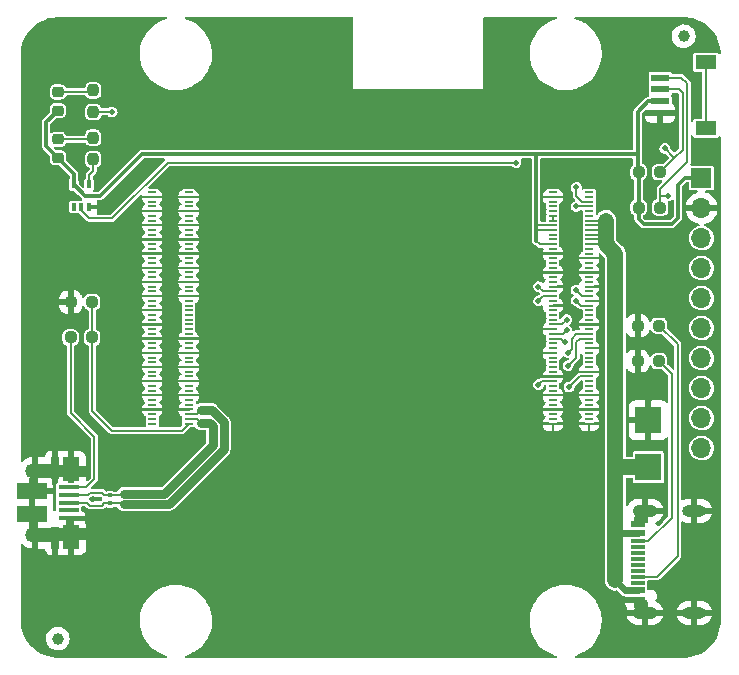
<source format=gtl>
%TF.GenerationSoftware,KiCad,Pcbnew,(5.99.0-6900-ga9be08e1ce)*%
%TF.CreationDate,2020-11-13T16:54:07-06:00*%
%TF.ProjectId,rpi-cm4-base-carrier,7270692d-636d-4342-9d62-6173652d6361,v01*%
%TF.SameCoordinates,Original*%
%TF.FileFunction,Copper,L1,Top*%
%TF.FilePolarity,Positive*%
%FSLAX46Y46*%
G04 Gerber Fmt 4.6, Leading zero omitted, Abs format (unit mm)*
G04 Created by KiCad (PCBNEW (5.99.0-6900-ga9be08e1ce)) date 2020-11-13 16:54:07*
%MOMM*%
%LPD*%
G01*
G04 APERTURE LIST*
G04 Aperture macros list*
%AMRoundRect*
0 Rectangle with rounded corners*
0 $1 Rounding radius*
0 $2 $3 $4 $5 $6 $7 $8 $9 X,Y pos of 4 corners*
0 Add a 4 corners polygon primitive as box body*
4,1,4,$2,$3,$4,$5,$6,$7,$8,$9,$2,$3,0*
0 Add four circle primitives for the rounded corners*
1,1,$1+$1,$2,$3,0*
1,1,$1+$1,$4,$5,0*
1,1,$1+$1,$6,$7,0*
1,1,$1+$1,$8,$9,0*
0 Add four rect primitives between the rounded corners*
20,1,$1+$1,$2,$3,$4,$5,0*
20,1,$1+$1,$4,$5,$6,$7,0*
20,1,$1+$1,$6,$7,$8,$9,0*
20,1,$1+$1,$8,$9,$2,$3,0*%
G04 Aperture macros list end*
%TA.AperFunction,SMDPad,CuDef*%
%ADD10RoundRect,0.237500X-0.250000X-0.237500X0.250000X-0.237500X0.250000X0.237500X-0.250000X0.237500X0*%
%TD*%
%TA.AperFunction,SMDPad,CuDef*%
%ADD11RoundRect,0.237500X0.250000X0.237500X-0.250000X0.237500X-0.250000X-0.237500X0.250000X-0.237500X0*%
%TD*%
%TA.AperFunction,SMDPad,CuDef*%
%ADD12C,1.000000*%
%TD*%
%TA.AperFunction,SMDPad,CuDef*%
%ADD13R,2.260600X2.311400*%
%TD*%
%TA.AperFunction,SMDPad,CuDef*%
%ADD14R,0.400000X0.650000*%
%TD*%
%TA.AperFunction,SMDPad,CuDef*%
%ADD15RoundRect,0.237500X-0.237500X0.250000X-0.237500X-0.250000X0.237500X-0.250000X0.237500X0.250000X0*%
%TD*%
%TA.AperFunction,SMDPad,CuDef*%
%ADD16RoundRect,0.218750X-0.256250X0.218750X-0.256250X-0.218750X0.256250X-0.218750X0.256250X0.218750X0*%
%TD*%
%TA.AperFunction,SMDPad,CuDef*%
%ADD17R,1.150000X0.600000*%
%TD*%
%TA.AperFunction,SMDPad,CuDef*%
%ADD18R,1.150000X0.300000*%
%TD*%
%TA.AperFunction,ComponentPad*%
%ADD19O,2.000000X1.000000*%
%TD*%
%TA.AperFunction,ComponentPad*%
%ADD20O,2.100000X1.050000*%
%TD*%
%TA.AperFunction,SMDPad,CuDef*%
%ADD21R,1.750000X0.400000*%
%TD*%
%TA.AperFunction,SMDPad,CuDef*%
%ADD22R,2.000000X1.300000*%
%TD*%
%TA.AperFunction,ComponentPad*%
%ADD23O,1.700000X1.300000*%
%TD*%
%TA.AperFunction,SMDPad,CuDef*%
%ADD24R,1.400000X2.000000*%
%TD*%
%TA.AperFunction,SMDPad,CuDef*%
%ADD25R,2.500000X1.425000*%
%TD*%
%TA.AperFunction,ComponentPad*%
%ADD26O,1.400000X1.000000*%
%TD*%
%TA.AperFunction,SMDPad,CuDef*%
%ADD27R,0.700000X1.825000*%
%TD*%
%TA.AperFunction,SMDPad,CuDef*%
%ADD28R,0.300000X0.300000*%
%TD*%
%TA.AperFunction,SMDPad,CuDef*%
%ADD29R,0.700000X0.200000*%
%TD*%
%TA.AperFunction,ComponentPad*%
%ADD30R,1.700000X1.700000*%
%TD*%
%TA.AperFunction,ComponentPad*%
%ADD31O,1.700000X1.700000*%
%TD*%
%TA.AperFunction,SMDPad,CuDef*%
%ADD32R,1.550000X0.600000*%
%TD*%
%TA.AperFunction,SMDPad,CuDef*%
%ADD33R,1.800000X1.200000*%
%TD*%
%TA.AperFunction,ViaPad*%
%ADD34C,0.508000*%
%TD*%
%TA.AperFunction,Conductor*%
%ADD35C,0.800000*%
%TD*%
%TA.AperFunction,Conductor*%
%ADD36C,0.200000*%
%TD*%
%TA.AperFunction,Conductor*%
%ADD37C,1.350000*%
%TD*%
%TA.AperFunction,Conductor*%
%ADD38C,0.600000*%
%TD*%
%TA.AperFunction,Conductor*%
%ADD39C,0.300000*%
%TD*%
%TA.AperFunction,Conductor*%
%ADD40C,0.750000*%
%TD*%
G04 APERTURE END LIST*
D10*
%TO.P,R5,1*%
%TO.N,+3.3V*%
X169175000Y-95000000D03*
%TO.P,R5,2*%
%TO.N,/CM4 GPIO/GPIO3*%
X171000000Y-95000000D03*
%TD*%
%TO.P,R7,1*%
%TO.N,Net-(J4-Pad1)*%
X121087500Y-106000000D03*
%TO.P,R7,2*%
%TO.N,/CM4 High Speed/USB_OTG_ID*%
X122912500Y-106000000D03*
%TD*%
D11*
%TO.P,R4,1*%
%TO.N,Net-(J2-PadB5)*%
X170912500Y-108000000D03*
%TO.P,R4,2*%
%TO.N,GND*%
X169087500Y-108000000D03*
%TD*%
D12*
%TO.P,REF\u002A\u002A,*%
%TO.N,*%
X120000000Y-131500000D03*
%TD*%
D11*
%TO.P,R8,1*%
%TO.N,/CM4 High Speed/USB_OTG_ID*%
X122912500Y-103000000D03*
%TO.P,R8,2*%
%TO.N,GND*%
X121087500Y-103000000D03*
%TD*%
D13*
%TO.P,CR1,1,1*%
%TO.N,+5V*%
X170000000Y-116993900D03*
%TO.P,CR1,2,2*%
%TO.N,GND*%
X170000000Y-113006100D03*
%TD*%
D14*
%TO.P,U1,1*%
%TO.N,N/C*%
X121350000Y-94950000D03*
%TO.P,U1,2*%
%TO.N,/CM4 GPIO/nPWR_LED*%
X122000000Y-94950000D03*
%TO.P,U1,3,GND*%
%TO.N,GND*%
X122650000Y-94950000D03*
%TO.P,U1,4*%
%TO.N,Net-(R6-Pad2)*%
X122650000Y-93050000D03*
%TO.P,U1,5,VCC*%
%TO.N,+3.3V*%
X121350000Y-93050000D03*
%TD*%
D15*
%TO.P,R2,1*%
%TO.N,Net-(D1-Pad1)*%
X123000000Y-85087500D03*
%TO.P,R2,2*%
%TO.N,/CM4 GPIO/nLED_Activity*%
X123000000Y-86912500D03*
%TD*%
D16*
%TO.P,D2,1,K*%
%TO.N,Net-(D2-Pad1)*%
X120000000Y-89212500D03*
%TO.P,D2,2,A*%
%TO.N,+3.3V*%
X120000000Y-90787500D03*
%TD*%
D17*
%TO.P,J2,A1/B12,GND*%
%TO.N,GND*%
X169145000Y-128200000D03*
%TO.P,J2,A4/B9,VBUS*%
%TO.N,+5V*%
X169145000Y-127400000D03*
D18*
%TO.P,J2,A5,CC1*%
%TO.N,Net-(J2-PadA5)*%
X169145000Y-126250000D03*
%TO.P,J2,A6,DP1*%
%TO.N,Net-(J2-PadA6)*%
X169145000Y-125250000D03*
%TO.P,J2,A7,DN1*%
%TO.N,Net-(J2-PadA7)*%
X169145000Y-124750000D03*
%TO.P,J2,A8,SBU1*%
%TO.N,Net-(J2-PadA8)*%
X169145000Y-123750000D03*
D17*
%TO.P,J2,B1/A12,GND*%
%TO.N,GND*%
X169145000Y-121800000D03*
%TO.P,J2,B4/A9,VBUS*%
%TO.N,+5V*%
X169145000Y-122600000D03*
D18*
%TO.P,J2,B5,CC2*%
%TO.N,Net-(J2-PadB5)*%
X169145000Y-123250000D03*
%TO.P,J2,B6,DP2*%
%TO.N,Net-(J2-PadB6)*%
X169145000Y-124250000D03*
%TO.P,J2,B7,DN2*%
%TO.N,Net-(J2-PadB7)*%
X169145000Y-125750000D03*
%TO.P,J2,B8,SBU2*%
%TO.N,Net-(J2-PadB8)*%
X169145000Y-126750000D03*
D19*
%TO.P,J2,G1,GND*%
%TO.N,GND*%
X173900000Y-129320000D03*
%TO.P,J2,G2,GND*%
X173900000Y-120680000D03*
D20*
%TO.P,J2,G3,GND*%
X169720000Y-129320000D03*
%TO.P,J2,G4,GND*%
X169720000Y-120680000D03*
%TD*%
D16*
%TO.P,D1,1,K*%
%TO.N,Net-(D1-Pad1)*%
X120000000Y-85212500D03*
%TO.P,D1,2,A*%
%TO.N,+3.3V*%
X120000000Y-86787500D03*
%TD*%
D11*
%TO.P,R1,1*%
%TO.N,Net-(J2-PadA5)*%
X170912500Y-105000000D03*
%TO.P,R1,2*%
%TO.N,GND*%
X169087500Y-105000000D03*
%TD*%
D10*
%TO.P,R3,1*%
%TO.N,+3.3V*%
X169175000Y-92000000D03*
%TO.P,R3,2*%
%TO.N,/CM4 GPIO/GPIO2*%
X171000000Y-92000000D03*
%TD*%
D21*
%TO.P,J4,1,VBUS*%
%TO.N,Net-(J4-Pad1)*%
X120920000Y-118700000D03*
%TO.P,J4,2,D-*%
%TO.N,/CM4 High Speed/USB2_N*%
X120920000Y-119350000D03*
%TO.P,J4,3,D+*%
%TO.N,/CM4 High Speed/USB2_P*%
X120920000Y-120000000D03*
%TO.P,J4,4,ID*%
%TO.N,Net-(J4-Pad4)*%
X120920000Y-120650000D03*
%TO.P,J4,5,GND*%
%TO.N,GND*%
X120920000Y-121300000D03*
D22*
%TO.P,J4,6,Shield*%
X119030000Y-117275000D03*
D23*
X118100000Y-122725000D03*
D24*
X121160000Y-117150000D03*
D25*
X117850000Y-120962500D03*
D26*
X121130000Y-122425000D03*
D27*
X119800000Y-122987500D03*
D22*
X119030000Y-122725000D03*
D25*
X117850000Y-119037500D03*
D24*
X121160000Y-122900000D03*
D26*
X121130000Y-117575000D03*
D23*
X118100000Y-117275000D03*
D27*
X119800000Y-117012500D03*
%TD*%
D15*
%TO.P,R6,1*%
%TO.N,Net-(D2-Pad1)*%
X123000000Y-89087500D03*
%TO.P,R6,2*%
%TO.N,Net-(R6-Pad2)*%
X123000000Y-90912500D03*
%TD*%
D28*
%TO.P,U2,1,D+*%
%TO.N,/CM4 High Speed/USB2_P*%
X124425000Y-120050000D03*
%TO.P,U2,2,D-*%
%TO.N,/CM4 High Speed/USB2_N*%
X124425000Y-119350000D03*
%TO.P,U2,3,GND*%
%TO.N,GND*%
X123575000Y-119700000D03*
%TD*%
D12*
%TO.P,REF\u002A\u002A,*%
%TO.N,*%
X173000000Y-80500000D03*
%TD*%
D29*
%TO.P,Module1,1,GND*%
%TO.N,GND*%
X165000000Y-113300000D03*
%TO.P,Module1,2,GND*%
X161920000Y-113300000D03*
%TO.P,Module1,3,Ethernet_Pair3_P*%
%TO.N,Net-(Module1-Pad3)*%
X165000000Y-112900000D03*
%TO.P,Module1,4,Ethernet_Pair1_P*%
%TO.N,Net-(Module1-Pad4)*%
X161920000Y-112900000D03*
%TO.P,Module1,5,Ethernet_Pair3_N*%
%TO.N,Net-(Module1-Pad5)*%
X165000000Y-112500000D03*
%TO.P,Module1,6,Ethernet_Pair1_N*%
%TO.N,Net-(Module1-Pad6)*%
X161920000Y-112500000D03*
%TO.P,Module1,7,GND*%
%TO.N,GND*%
X165000000Y-112100000D03*
%TO.P,Module1,8,GND*%
X161920000Y-112100000D03*
%TO.P,Module1,9,Ethernet_Pair2_N*%
%TO.N,Net-(Module1-Pad9)*%
X165000000Y-111700000D03*
%TO.P,Module1,10,Ethernet_Pair0_N*%
%TO.N,Net-(Module1-Pad10)*%
X161920000Y-111700000D03*
%TO.P,Module1,11,Ethernet_Pair2_P*%
%TO.N,Net-(Module1-Pad11)*%
X165000000Y-111300000D03*
%TO.P,Module1,12,Ethernet_Pair0_P*%
%TO.N,Net-(Module1-Pad12)*%
X161920000Y-111300000D03*
%TO.P,Module1,13,GND*%
%TO.N,GND*%
X165000000Y-110900000D03*
%TO.P,Module1,14,GND*%
X161920000Y-110900000D03*
%TO.P,Module1,15,Ethernet_nLED3(3.3v)*%
%TO.N,Net-(Module1-Pad15)*%
X165000000Y-110500000D03*
%TO.P,Module1,16,Ethernet_SYNC_IN(1.8v)*%
%TO.N,Net-(Module1-Pad16)*%
X161920000Y-110500000D03*
%TO.P,Module1,17,Ethernet_nLED2(3.3v)*%
%TO.N,Net-(Module1-Pad17)*%
X165000000Y-110100000D03*
%TO.P,Module1,18,Ethernet_SYNC_OUT(1.8v)*%
%TO.N,Net-(Module1-Pad18)*%
X161920000Y-110100000D03*
%TO.P,Module1,19,Ethernet_nLED1(3.3v)*%
%TO.N,Net-(Module1-Pad19)*%
X165000000Y-109700000D03*
%TO.P,Module1,20,EEPROM_nWP*%
%TO.N,/CM4 GPIO/EEPROM_nWP*%
X161920000Y-109700000D03*
%TO.P,Module1,21,PI_nLED_Activity*%
%TO.N,/CM4 GPIO/nLED_Activity*%
X165000000Y-109300000D03*
%TO.P,Module1,22,GND*%
%TO.N,GND*%
X161920000Y-109300000D03*
%TO.P,Module1,23,GND*%
X165000000Y-108900000D03*
%TO.P,Module1,24,GPIO26*%
%TO.N,Net-(Module1-Pad24)*%
X161920000Y-108900000D03*
%TO.P,Module1,25,GPIO21*%
%TO.N,Net-(Module1-Pad25)*%
X165000000Y-108500000D03*
%TO.P,Module1,26,GPIO19*%
%TO.N,Net-(Module1-Pad26)*%
X161920000Y-108500000D03*
%TO.P,Module1,27,GPIO20*%
%TO.N,Net-(Module1-Pad27)*%
X165000000Y-108100000D03*
%TO.P,Module1,28,GPIO13*%
%TO.N,Net-(Module1-Pad28)*%
X161920000Y-108100000D03*
%TO.P,Module1,29,GPIO16*%
%TO.N,Net-(Module1-Pad29)*%
X165000000Y-107700000D03*
%TO.P,Module1,30,GPIO6*%
%TO.N,Net-(Module1-Pad30)*%
X161920000Y-107700000D03*
%TO.P,Module1,31,GPIO12*%
%TO.N,Net-(Module1-Pad31)*%
X165000000Y-107300000D03*
%TO.P,Module1,32,GND*%
%TO.N,GND*%
X161920000Y-107300000D03*
%TO.P,Module1,33,GND*%
X165000000Y-106900000D03*
%TO.P,Module1,34,GPIO5*%
%TO.N,Net-(Module1-Pad34)*%
X161920000Y-106900000D03*
%TO.P,Module1,35,ID_SC*%
%TO.N,Net-(Module1-Pad35)*%
X165000000Y-106500000D03*
%TO.P,Module1,36,ID_SD*%
%TO.N,Net-(Module1-Pad36)*%
X161920000Y-106500000D03*
%TO.P,Module1,37,GPIO7*%
%TO.N,/CM4 GPIO/GPIO7*%
X165000000Y-106100000D03*
%TO.P,Module1,38,GPIO11*%
%TO.N,/CM4 GPIO/GPIO11*%
X161920000Y-106100000D03*
%TO.P,Module1,39,GPIO8*%
%TO.N,/CM4 GPIO/GPIO8*%
X165000000Y-105700000D03*
%TO.P,Module1,40,GPIO9*%
%TO.N,/CM4 GPIO/GPIO9*%
X161920000Y-105700000D03*
%TO.P,Module1,41,GPIO25*%
%TO.N,Net-(Module1-Pad41)*%
X165000000Y-105300000D03*
%TO.P,Module1,42,GND*%
%TO.N,GND*%
X161920000Y-105300000D03*
%TO.P,Module1,43,GND*%
X165000000Y-104900000D03*
%TO.P,Module1,44,GPIO10*%
%TO.N,/CM4 GPIO/GPIO10*%
X161920000Y-104900000D03*
%TO.P,Module1,45,GPIO24*%
%TO.N,Net-(Module1-Pad45)*%
X165000000Y-104500000D03*
%TO.P,Module1,46,GPIO22*%
%TO.N,Net-(Module1-Pad46)*%
X161920000Y-104500000D03*
%TO.P,Module1,47,GPIO23*%
%TO.N,Net-(Module1-Pad47)*%
X165000000Y-104100000D03*
%TO.P,Module1,48,GPIO27*%
%TO.N,Net-(Module1-Pad48)*%
X161920000Y-104100000D03*
%TO.P,Module1,49,GPIO18*%
%TO.N,Net-(Module1-Pad49)*%
X165000000Y-103700000D03*
%TO.P,Module1,50,GPIO17*%
%TO.N,Net-(Module1-Pad50)*%
X161920000Y-103700000D03*
%TO.P,Module1,51,GPIO15*%
%TO.N,/CM4 GPIO/GPIO15*%
X165000000Y-103300000D03*
%TO.P,Module1,52,GND*%
%TO.N,GND*%
X161920000Y-103300000D03*
%TO.P,Module1,53,GND*%
X165000000Y-102900000D03*
%TO.P,Module1,54,GPIO4*%
%TO.N,Net-(Module1-Pad54)*%
X161920000Y-102900000D03*
%TO.P,Module1,55,GPIO14*%
%TO.N,/CM4 GPIO/GPIO14*%
X165000000Y-102500000D03*
%TO.P,Module1,56,GPIO3*%
%TO.N,/CM4 GPIO/GPIO3*%
X161920000Y-102500000D03*
%TO.P,Module1,57,SD_CLK*%
%TO.N,Net-(Module1-Pad57)*%
X165000000Y-102100000D03*
%TO.P,Module1,58,GPIO2*%
%TO.N,/CM4 GPIO/GPIO2*%
X161920000Y-102100000D03*
%TO.P,Module1,59,GND*%
%TO.N,GND*%
X165000000Y-101700000D03*
%TO.P,Module1,60,GND*%
X161920000Y-101700000D03*
%TO.P,Module1,61,SD_DAT3*%
%TO.N,Net-(Module1-Pad61)*%
X165000000Y-101300000D03*
%TO.P,Module1,62,SD_CMD*%
%TO.N,Net-(Module1-Pad62)*%
X161920000Y-101300000D03*
%TO.P,Module1,63,SD_DAT0*%
%TO.N,Net-(Module1-Pad63)*%
X165000000Y-100900000D03*
%TO.P,Module1,64,SD_DAT5*%
%TO.N,Net-(Module1-Pad64)*%
X161920000Y-100900000D03*
%TO.P,Module1,65,GND*%
%TO.N,GND*%
X165000000Y-100500000D03*
%TO.P,Module1,66,GND*%
X161920000Y-100500000D03*
%TO.P,Module1,67,SD_DAT1*%
%TO.N,Net-(Module1-Pad67)*%
X165000000Y-100100000D03*
%TO.P,Module1,68,SD_DAT4*%
%TO.N,Net-(Module1-Pad68)*%
X161920000Y-100100000D03*
%TO.P,Module1,69,SD_DAT2*%
%TO.N,Net-(Module1-Pad69)*%
X165000000Y-99700000D03*
%TO.P,Module1,70,SD_DAT7*%
%TO.N,Net-(Module1-Pad70)*%
X161920000Y-99700000D03*
%TO.P,Module1,71,GND*%
%TO.N,GND*%
X165000000Y-99300000D03*
%TO.P,Module1,72,SD_DAT6*%
%TO.N,Net-(Module1-Pad72)*%
X161920000Y-99300000D03*
%TO.P,Module1,73,SD_VDD_Override*%
%TO.N,Net-(Module1-Pad73)*%
X165000000Y-98900000D03*
%TO.P,Module1,74,GND*%
%TO.N,GND*%
X161920000Y-98900000D03*
%TO.P,Module1,75,SD_PWR_ON*%
%TO.N,Net-(Module1-Pad75)*%
X165000000Y-98500000D03*
%TO.P,Module1,76,Reserved*%
%TO.N,Net-(Module1-Pad76)*%
X161920000Y-98500000D03*
%TO.P,Module1,77,+5v_(Input)*%
%TO.N,+5V*%
X165000000Y-98100000D03*
%TO.P,Module1,78,GPIO_VREF(1.8v/3.3v_Input)*%
%TO.N,+3.3V*%
X161920000Y-98100000D03*
%TO.P,Module1,79,+5v_(Input)*%
%TO.N,+5V*%
X165000000Y-97700000D03*
%TO.P,Module1,80,SCL0*%
%TO.N,Net-(Module1-Pad80)*%
X161920000Y-97700000D03*
%TO.P,Module1,81,+5v_(Input)*%
%TO.N,+5V*%
X165000000Y-97300000D03*
%TO.P,Module1,82,SDA0*%
%TO.N,Net-(Module1-Pad82)*%
X161920000Y-97300000D03*
%TO.P,Module1,83,+5v_(Input)*%
%TO.N,+5V*%
X165000000Y-96900000D03*
%TO.P,Module1,84,+3.3v_(Output)*%
%TO.N,+3.3V*%
X161920000Y-96900000D03*
%TO.P,Module1,85,+5v_(Input)*%
%TO.N,+5V*%
X165000000Y-96500000D03*
%TO.P,Module1,86,+3.3v_(Output)*%
%TO.N,+3.3V*%
X161920000Y-96500000D03*
%TO.P,Module1,87,+5v_(Input)*%
%TO.N,+5V*%
X165000000Y-96100000D03*
%TO.P,Module1,88,+1.8v_(Output)*%
%TO.N,+1.8V*%
X161920000Y-96100000D03*
%TO.P,Module1,89,WiFi_nDisable*%
%TO.N,Net-(Module1-Pad89)*%
X165000000Y-95700000D03*
%TO.P,Module1,90,+1.8v_(Output)*%
%TO.N,+1.8V*%
X161920000Y-95700000D03*
%TO.P,Module1,91,BT_nDisable*%
%TO.N,Net-(Module1-Pad91)*%
X165000000Y-95300000D03*
%TO.P,Module1,92,RUN_PG*%
%TO.N,Net-(Module1-Pad92)*%
X161920000Y-95300000D03*
%TO.P,Module1,93,nRPIBOOT*%
%TO.N,/CM4 GPIO/nRPIBOOT*%
X165000000Y-94900000D03*
%TO.P,Module1,94,AnalogIP0*%
%TO.N,Net-(Module1-Pad94)*%
X161920000Y-94900000D03*
%TO.P,Module1,95,nPI_LED_PWR*%
%TO.N,/CM4 GPIO/nPWR_LED*%
X165000000Y-94500000D03*
%TO.P,Module1,96,AnalogIP1*%
%TO.N,Net-(Module1-Pad96)*%
X161920000Y-94500000D03*
%TO.P,Module1,97,Camera_GPIO*%
%TO.N,Net-(Module1-Pad97)*%
X165000000Y-94100000D03*
%TO.P,Module1,98,GND*%
%TO.N,GND*%
X161920000Y-94100000D03*
%TO.P,Module1,99,Global_EN*%
%TO.N,Net-(Module1-Pad99)*%
X165000000Y-93700000D03*
%TO.P,Module1,100,nEXTRST*%
%TO.N,Net-(Module1-Pad100)*%
X161920000Y-93700000D03*
%TO.P,Module1,101,USB_OTG_ID*%
%TO.N,/CM4 High Speed/USB_OTG_ID*%
X131080000Y-113300000D03*
%TO.P,Module1,102,PCIe_CLK_nREQ*%
%TO.N,Net-(Module1-Pad102)*%
X128000000Y-113300000D03*
%TO.P,Module1,103,USB2_N*%
%TO.N,/CM4 High Speed/USB2_N*%
X131080000Y-112900000D03*
%TO.P,Module1,104,Reserved*%
%TO.N,Net-(Module1-Pad104)*%
X128000000Y-112900000D03*
%TO.P,Module1,105,USB2_P*%
%TO.N,/CM4 High Speed/USB2_P*%
X131080000Y-112500000D03*
%TO.P,Module1,106,Reserved*%
%TO.N,Net-(Module1-Pad106)*%
X128000000Y-112500000D03*
%TO.P,Module1,107,GND*%
%TO.N,GND*%
X131080000Y-112100000D03*
%TO.P,Module1,108,GND*%
X128000000Y-112100000D03*
%TO.P,Module1,109,PCIe_nRST*%
%TO.N,Net-(Module1-Pad109)*%
X131080000Y-111700000D03*
%TO.P,Module1,110,PCIe_CLK_P*%
%TO.N,Net-(Module1-Pad110)*%
X128000000Y-111700000D03*
%TO.P,Module1,111,VDAC_COMP*%
%TO.N,Net-(Module1-Pad111)*%
X131080000Y-111300000D03*
%TO.P,Module1,112,PCIe_CLK_N*%
%TO.N,Net-(Module1-Pad112)*%
X128000000Y-111300000D03*
%TO.P,Module1,113,GND*%
%TO.N,GND*%
X131080000Y-110900000D03*
%TO.P,Module1,114,GND*%
X128000000Y-110900000D03*
%TO.P,Module1,115,CAM1_D0_N*%
%TO.N,Net-(Module1-Pad115)*%
X131080000Y-110500000D03*
%TO.P,Module1,116,PCIe_RX_P*%
%TO.N,Net-(Module1-Pad116)*%
X128000000Y-110500000D03*
%TO.P,Module1,117,CAM1_D0_P*%
%TO.N,Net-(Module1-Pad117)*%
X131080000Y-110100000D03*
%TO.P,Module1,118,PCIe_RX_N*%
%TO.N,Net-(Module1-Pad118)*%
X128000000Y-110100000D03*
%TO.P,Module1,119,GND*%
%TO.N,GND*%
X131080000Y-109700000D03*
%TO.P,Module1,120,GND*%
X128000000Y-109700000D03*
%TO.P,Module1,121,CAM1_D1_N*%
%TO.N,Net-(Module1-Pad121)*%
X131080000Y-109300000D03*
%TO.P,Module1,122,PCIe_TX_P*%
%TO.N,Net-(Module1-Pad122)*%
X128000000Y-109300000D03*
%TO.P,Module1,123,CAM1_D1_P*%
%TO.N,Net-(Module1-Pad123)*%
X131080000Y-108900000D03*
%TO.P,Module1,124,PCIe_TX_N*%
%TO.N,Net-(Module1-Pad124)*%
X128000000Y-108900000D03*
%TO.P,Module1,125,GND*%
%TO.N,GND*%
X131080000Y-108500000D03*
%TO.P,Module1,126,GND*%
X128000000Y-108500000D03*
%TO.P,Module1,127,CAM1_C_N*%
%TO.N,Net-(Module1-Pad127)*%
X131080000Y-108100000D03*
%TO.P,Module1,128,CAM0_D0_N*%
%TO.N,Net-(Module1-Pad128)*%
X128000000Y-108100000D03*
%TO.P,Module1,129,CAM1_C_P*%
%TO.N,Net-(Module1-Pad129)*%
X131080000Y-107700000D03*
%TO.P,Module1,130,CAM0_D0_P*%
%TO.N,Net-(Module1-Pad130)*%
X128000000Y-107700000D03*
%TO.P,Module1,131,GND*%
%TO.N,GND*%
X131080000Y-107300000D03*
%TO.P,Module1,132,GND*%
X128000000Y-107300000D03*
%TO.P,Module1,133,CAM1_D2_N*%
%TO.N,Net-(Module1-Pad133)*%
X131080000Y-106900000D03*
%TO.P,Module1,134,CAM0_D1_N*%
%TO.N,Net-(Module1-Pad134)*%
X128000000Y-106900000D03*
%TO.P,Module1,135,CAM1_D2_P*%
%TO.N,Net-(Module1-Pad135)*%
X131080000Y-106500000D03*
%TO.P,Module1,136,CAM0_D1_P*%
%TO.N,Net-(Module1-Pad136)*%
X128000000Y-106500000D03*
%TO.P,Module1,137,GND*%
%TO.N,GND*%
X131080000Y-106100000D03*
%TO.P,Module1,138,GND*%
X128000000Y-106100000D03*
%TO.P,Module1,139,CAM1_D3_N*%
%TO.N,Net-(Module1-Pad139)*%
X131080000Y-105700000D03*
%TO.P,Module1,140,CAM0_C_N*%
%TO.N,Net-(Module1-Pad140)*%
X128000000Y-105700000D03*
%TO.P,Module1,141,CAM1_D3_P*%
%TO.N,Net-(Module1-Pad141)*%
X131080000Y-105300000D03*
%TO.P,Module1,142,CAM0_C_P*%
%TO.N,Net-(Module1-Pad142)*%
X128000000Y-105300000D03*
%TO.P,Module1,143,HDMI1_HOTPLUG*%
%TO.N,Net-(Module1-Pad143)*%
X131080000Y-104900000D03*
%TO.P,Module1,144,GND*%
%TO.N,GND*%
X128000000Y-104900000D03*
%TO.P,Module1,145,HDMI1_SDA*%
%TO.N,Net-(Module1-Pad145)*%
X131080000Y-104500000D03*
%TO.P,Module1,146,HDMI1_TX2_P*%
%TO.N,Net-(Module1-Pad146)*%
X128000000Y-104500000D03*
%TO.P,Module1,147,HDMI1_SCL*%
%TO.N,Net-(Module1-Pad147)*%
X131080000Y-104100000D03*
%TO.P,Module1,148,HDMI1_TX2_N*%
%TO.N,Net-(Module1-Pad148)*%
X128000000Y-104100000D03*
%TO.P,Module1,149,HDMI1_CEC*%
%TO.N,Net-(Module1-Pad149)*%
X131080000Y-103700000D03*
%TO.P,Module1,150,GND*%
%TO.N,GND*%
X128000000Y-103700000D03*
%TO.P,Module1,151,HDMI0_CEC*%
%TO.N,Net-(Module1-Pad151)*%
X131080000Y-103300000D03*
%TO.P,Module1,152,HDMI1_TX1_P*%
%TO.N,Net-(Module1-Pad152)*%
X128000000Y-103300000D03*
%TO.P,Module1,153,HDMI0_HOTPLUG*%
%TO.N,Net-(Module1-Pad153)*%
X131080000Y-102900000D03*
%TO.P,Module1,154,HDMI1_TX1_N*%
%TO.N,Net-(Module1-Pad154)*%
X128000000Y-102900000D03*
%TO.P,Module1,155,GND*%
%TO.N,GND*%
X131080000Y-102500000D03*
%TO.P,Module1,156,GND*%
X128000000Y-102500000D03*
%TO.P,Module1,157,DSI0_D0_N*%
%TO.N,Net-(Module1-Pad157)*%
X131080000Y-102100000D03*
%TO.P,Module1,158,HDMI1_TX0_P*%
%TO.N,Net-(Module1-Pad158)*%
X128000000Y-102100000D03*
%TO.P,Module1,159,DSI0_D0_P*%
%TO.N,Net-(Module1-Pad159)*%
X131080000Y-101700000D03*
%TO.P,Module1,160,HDMI1_TX0_N*%
%TO.N,Net-(Module1-Pad160)*%
X128000000Y-101700000D03*
%TO.P,Module1,161,GND*%
%TO.N,GND*%
X131080000Y-101300000D03*
%TO.P,Module1,162,GND*%
X128000000Y-101300000D03*
%TO.P,Module1,163,DSI0_D1_N*%
%TO.N,Net-(Module1-Pad163)*%
X131080000Y-100900000D03*
%TO.P,Module1,164,HDMI1_CLK_P*%
%TO.N,Net-(Module1-Pad164)*%
X128000000Y-100900000D03*
%TO.P,Module1,165,DSI0_D1_P*%
%TO.N,Net-(Module1-Pad165)*%
X131080000Y-100500000D03*
%TO.P,Module1,166,HDMI1_CLK_N*%
%TO.N,Net-(Module1-Pad166)*%
X128000000Y-100500000D03*
%TO.P,Module1,167,GND*%
%TO.N,GND*%
X131080000Y-100100000D03*
%TO.P,Module1,168,GND*%
X128000000Y-100100000D03*
%TO.P,Module1,169,DSI0_C_N*%
%TO.N,Net-(Module1-Pad169)*%
X131080000Y-99700000D03*
%TO.P,Module1,170,HDMI0_TX2_P*%
%TO.N,Net-(Module1-Pad170)*%
X128000000Y-99700000D03*
%TO.P,Module1,171,DSI0_C_P*%
%TO.N,Net-(Module1-Pad171)*%
X131080000Y-99300000D03*
%TO.P,Module1,172,HDMI0_TX2_N*%
%TO.N,Net-(Module1-Pad172)*%
X128000000Y-99300000D03*
%TO.P,Module1,173,GND*%
%TO.N,GND*%
X131080000Y-98900000D03*
%TO.P,Module1,174,GND*%
X128000000Y-98900000D03*
%TO.P,Module1,175,DSI1_D0_N*%
%TO.N,Net-(Module1-Pad175)*%
X131080000Y-98500000D03*
%TO.P,Module1,176,HDMI0_TX1_P*%
%TO.N,Net-(Module1-Pad176)*%
X128000000Y-98500000D03*
%TO.P,Module1,177,DSI1_D0_P*%
%TO.N,Net-(Module1-Pad177)*%
X131080000Y-98100000D03*
%TO.P,Module1,178,HDMI0_TX1_N*%
%TO.N,Net-(Module1-Pad178)*%
X128000000Y-98100000D03*
%TO.P,Module1,179,GND*%
%TO.N,GND*%
X131080000Y-97700000D03*
%TO.P,Module1,180,GND*%
X128000000Y-97700000D03*
%TO.P,Module1,181,DSI1_D1_N*%
%TO.N,Net-(Module1-Pad181)*%
X131080000Y-97300000D03*
%TO.P,Module1,182,HDMI0_TX0_P*%
%TO.N,Net-(Module1-Pad182)*%
X128000000Y-97300000D03*
%TO.P,Module1,183,DSI1_D1_P*%
%TO.N,Net-(Module1-Pad183)*%
X131080000Y-96900000D03*
%TO.P,Module1,184,HDMI0_TX0_N*%
%TO.N,Net-(Module1-Pad184)*%
X128000000Y-96900000D03*
%TO.P,Module1,185,GND*%
%TO.N,GND*%
X131080000Y-96500000D03*
%TO.P,Module1,186,GND*%
X128000000Y-96500000D03*
%TO.P,Module1,187,DSI1_C_N*%
%TO.N,Net-(Module1-Pad187)*%
X131080000Y-96100000D03*
%TO.P,Module1,188,HDMI0_CLK_P*%
%TO.N,Net-(Module1-Pad188)*%
X128000000Y-96100000D03*
%TO.P,Module1,189,DSI1_C_P*%
%TO.N,Net-(Module1-Pad189)*%
X131080000Y-95700000D03*
%TO.P,Module1,190,HDMI0_CLK_N*%
%TO.N,Net-(Module1-Pad190)*%
X128000000Y-95700000D03*
%TO.P,Module1,191,GND*%
%TO.N,GND*%
X131080000Y-95300000D03*
%TO.P,Module1,192,GND*%
X128000000Y-95300000D03*
%TO.P,Module1,193,DSI1_D2_N*%
%TO.N,Net-(Module1-Pad193)*%
X131080000Y-94900000D03*
%TO.P,Module1,194,DSI1_D3_N*%
%TO.N,Net-(Module1-Pad194)*%
X128000000Y-94900000D03*
%TO.P,Module1,195,DSI1_D2_P*%
%TO.N,Net-(Module1-Pad195)*%
X131080000Y-94500000D03*
%TO.P,Module1,196,DSI1_D3_P*%
%TO.N,Net-(Module1-Pad196)*%
X128000000Y-94500000D03*
%TO.P,Module1,197,GND*%
%TO.N,GND*%
X131080000Y-94100000D03*
%TO.P,Module1,198,GND*%
X128000000Y-94100000D03*
%TO.P,Module1,199,HDMI0_SDA*%
%TO.N,Net-(Module1-Pad199)*%
X131080000Y-93700000D03*
%TO.P,Module1,200,HDMI0_SCL*%
%TO.N,Net-(Module1-Pad200)*%
X128000000Y-93700000D03*
%TD*%
D30*
%TO.P,J1,1,Pin_1*%
%TO.N,+3.3V*%
X174500000Y-92500000D03*
D31*
%TO.P,J1,2,Pin_2*%
%TO.N,GND*%
X174500000Y-95040000D03*
%TO.P,J1,3,Pin_3*%
%TO.N,/CM4 GPIO/GPIO14*%
X174500000Y-97580000D03*
%TO.P,J1,4,Pin_4*%
%TO.N,/CM4 GPIO/GPIO15*%
X174500000Y-100120000D03*
%TO.P,J1,5,Pin_5*%
%TO.N,/CM4 GPIO/GPIO10*%
X174500000Y-102660000D03*
%TO.P,J1,6,Pin_6*%
%TO.N,/CM4 GPIO/GPIO9*%
X174500000Y-105200000D03*
%TO.P,J1,7,Pin_7*%
%TO.N,/CM4 GPIO/GPIO11*%
X174500000Y-107740000D03*
%TO.P,J1,8,Pin_8*%
%TO.N,/CM4 GPIO/GPIO8*%
X174500000Y-110280000D03*
%TO.P,J1,9,Pin_9*%
%TO.N,/CM4 GPIO/GPIO7*%
X174500000Y-112820000D03*
%TO.P,J1,10,Pin_10*%
%TO.N,/CM4 GPIO/nRPIBOOT*%
X174500000Y-115360000D03*
%TD*%
D32*
%TO.P,J3,1,1*%
%TO.N,GND*%
X171000000Y-87000000D03*
%TO.P,J3,2,2*%
%TO.N,+3.3V*%
X171000000Y-86000000D03*
%TO.P,J3,3,3*%
%TO.N,/CM4 GPIO/GPIO2*%
X171000000Y-85000000D03*
%TO.P,J3,4,4*%
%TO.N,/CM4 GPIO/GPIO3*%
X171000000Y-84000000D03*
D33*
%TO.P,J3,S1,SHIELD*%
%TO.N,Net-(J3-PadS1)*%
X174875000Y-88300000D03*
%TO.P,J3,S2,SHIELD*%
X174875000Y-82700000D03*
%TD*%
D34*
%TO.N,GND*%
X155000000Y-130000000D03*
X171000000Y-103500000D03*
X127000000Y-92000000D03*
X171000000Y-80500000D03*
X144000000Y-82000000D03*
X145500000Y-86000000D03*
X120000000Y-80500000D03*
X157000000Y-82000000D03*
X122000000Y-131500000D03*
X171000000Y-101500000D03*
X135000000Y-80000000D03*
X144000000Y-84000000D03*
X155500000Y-86000000D03*
X133500000Y-92500000D03*
X144000000Y-80000000D03*
X133500000Y-97500000D03*
X171000000Y-88400000D03*
X157000000Y-84000000D03*
X147000000Y-130000000D03*
X123000000Y-119700000D03*
X129000000Y-116000000D03*
X138000000Y-130000000D03*
X153500000Y-86000000D03*
X175500000Y-90000000D03*
X157000000Y-80000000D03*
X120000000Y-129500000D03*
X147500000Y-86000000D03*
X151500000Y-86000000D03*
X163000000Y-121000000D03*
X167000000Y-92000000D03*
X149500000Y-86000000D03*
X169000000Y-110000000D03*
X123600000Y-94900000D03*
X121000000Y-100500000D03*
X171000000Y-99000000D03*
%TO.N,/CM4 GPIO/nRPIBOOT*%
X163900000Y-94900000D03*
%TO.N,/CM4 GPIO/GPIO7*%
X163200000Y-108400000D03*
%TO.N,/CM4 GPIO/GPIO8*%
X163200000Y-107300000D03*
%TO.N,/CM4 GPIO/GPIO11*%
X162946000Y-106400000D03*
%TO.N,/CM4 GPIO/GPIO9*%
X163100000Y-105400000D03*
%TO.N,/CM4 GPIO/GPIO10*%
X163100000Y-104500000D03*
%TO.N,/CM4 GPIO/GPIO15*%
X163900000Y-102900000D03*
%TO.N,/CM4 GPIO/GPIO14*%
X163900000Y-102000000D03*
%TO.N,/CM4 GPIO/GPIO2*%
X160700000Y-101700000D03*
X171400000Y-90000000D03*
%TO.N,/CM4 GPIO/EEPROM_nWP*%
X160700000Y-110000000D03*
%TO.N,/CM4 GPIO/nLED_Activity*%
X124600000Y-86900000D03*
X163300000Y-110200000D03*
%TO.N,/CM4 GPIO/nPWR_LED*%
X163900000Y-93300000D03*
X158800000Y-91200000D03*
%TO.N,/CM4 GPIO/GPIO3*%
X171700000Y-94000000D03*
X160700000Y-102900000D03*
%TD*%
D35*
%TO.N,GND*%
X169145000Y-128495000D02*
X169145000Y-128745000D01*
X169145000Y-128745000D02*
X169720000Y-129320000D01*
X169720000Y-120680000D02*
X169150000Y-121250000D01*
X169150000Y-121250000D02*
X169150000Y-121500000D01*
D36*
X169145000Y-121800000D02*
X169150000Y-121795000D01*
X169150000Y-121795000D02*
X169150000Y-121500000D01*
X122650000Y-94950000D02*
X123550000Y-94950000D01*
X123550000Y-94950000D02*
X123600000Y-94900000D01*
X123575000Y-119700000D02*
X123000000Y-119700000D01*
X171000000Y-87000000D02*
X171000000Y-88400000D01*
%TO.N,+5V*%
X165000000Y-96500000D02*
X166000000Y-96500000D01*
D37*
X170000000Y-116993900D02*
X168606100Y-116993900D01*
D36*
X165000000Y-97300000D02*
X166000000Y-97300000D01*
X166000000Y-97700000D02*
X166400000Y-98100000D01*
D38*
X169145000Y-122600000D02*
X167250000Y-122600000D01*
D37*
X166400000Y-96900000D02*
X166400000Y-96100000D01*
D36*
X165000000Y-97700000D02*
X166000000Y-97700000D01*
D37*
X166400000Y-98100000D02*
X166400000Y-96900000D01*
D38*
X167250000Y-122600000D02*
X167200000Y-122550000D01*
D36*
X165000000Y-96100000D02*
X166400000Y-96100000D01*
D37*
X168606100Y-116993900D02*
X167506100Y-116993900D01*
X167200000Y-119793900D02*
X167200000Y-122550000D01*
D38*
X168050000Y-127400000D02*
X167200000Y-126550000D01*
D36*
X166000000Y-97300000D02*
X166400000Y-96900000D01*
D37*
X167506100Y-116993900D02*
X167200000Y-117300000D01*
D38*
X169145000Y-127400000D02*
X168050000Y-127400000D01*
D37*
X167200000Y-122550000D02*
X167200000Y-126550000D01*
D36*
X167200000Y-119793900D02*
X167206100Y-119793900D01*
X165000000Y-96900000D02*
X166400000Y-96900000D01*
X166000000Y-96500000D02*
X166400000Y-96100000D01*
X165000000Y-98100000D02*
X166400000Y-98100000D01*
D37*
X167200000Y-117300000D02*
X167200000Y-98900000D01*
X167200000Y-98900000D02*
X166400000Y-98100000D01*
X167200000Y-119793900D02*
X167200000Y-117300000D01*
D39*
%TO.N,+3.3V*%
X121300000Y-92087500D02*
X121350000Y-92137500D01*
X171500000Y-86000000D02*
X170930008Y-86000000D01*
X169087500Y-86912500D02*
X169087500Y-87842508D01*
X123600000Y-94000000D02*
X127112500Y-90487500D01*
X120000000Y-90787500D02*
X121300000Y-92087500D01*
X172500000Y-95900000D02*
X172500000Y-93100000D01*
X172000000Y-96400000D02*
X172500000Y-95900000D01*
X169175000Y-95975000D02*
X169600000Y-96400000D01*
X170000000Y-86000000D02*
X169087500Y-86912500D01*
X169175000Y-95000000D02*
X169175000Y-95975000D01*
X169087500Y-87842508D02*
X169087500Y-90487500D01*
X122300000Y-94000000D02*
X123600000Y-94000000D01*
X172500000Y-93100000D02*
X173100000Y-92500000D01*
X169175000Y-95000000D02*
X169175000Y-92000000D01*
X127112500Y-90487500D02*
X160512500Y-90487500D01*
D36*
X160800000Y-98100000D02*
X160500000Y-97800000D01*
D39*
X160512500Y-90487500D02*
X169087500Y-90487500D01*
X160500000Y-90500000D02*
X160512500Y-90487500D01*
X121350000Y-92137500D02*
X121350000Y-93050000D01*
X160500000Y-97800000D02*
X160500000Y-96800000D01*
D36*
X160600000Y-96900000D02*
X160500000Y-96800000D01*
D39*
X169087500Y-90487500D02*
X169087500Y-91912500D01*
D36*
X161920000Y-98100000D02*
X160800000Y-98100000D01*
X161920000Y-96900000D02*
X160600000Y-96900000D01*
D39*
X119000000Y-89787500D02*
X120000000Y-90787500D01*
X120000000Y-86787500D02*
X119000000Y-87787500D01*
X169087500Y-91912500D02*
X169175000Y-92000000D01*
X173100000Y-92500000D02*
X174500000Y-92500000D01*
X119000000Y-87787500D02*
X119000000Y-89787500D01*
D36*
X161920000Y-96500000D02*
X160500000Y-96500000D01*
D39*
X160500000Y-96500000D02*
X160500000Y-90500000D01*
X171000000Y-86000000D02*
X170000000Y-86000000D01*
X121350000Y-93050000D02*
X122300000Y-94000000D01*
X160500000Y-96800000D02*
X160500000Y-96500000D01*
X169600000Y-96400000D02*
X172000000Y-96400000D01*
D36*
%TO.N,Net-(D1-Pad1)*%
X120000000Y-85212500D02*
X122875000Y-85212500D01*
X122875000Y-85212500D02*
X123000000Y-85087500D01*
%TO.N,Net-(D2-Pad1)*%
X120000000Y-89212500D02*
X122875000Y-89212500D01*
X122875000Y-89212500D02*
X123000000Y-89087500D01*
%TO.N,/CM4 GPIO/nRPIBOOT*%
X165000000Y-94900000D02*
X163900000Y-94900000D01*
%TO.N,/CM4 GPIO/GPIO7*%
X165000000Y-106100000D02*
X164200000Y-106100000D01*
X163900000Y-107700000D02*
X163200000Y-108400000D01*
X163900000Y-106400000D02*
X163900000Y-107700000D01*
X164200000Y-106100000D02*
X163900000Y-106400000D01*
%TO.N,/CM4 GPIO/GPIO8*%
X165000000Y-105700000D02*
X163900000Y-105700000D01*
X163500000Y-106100000D02*
X163500000Y-107000000D01*
X163900000Y-105700000D02*
X163500000Y-106100000D01*
X163500000Y-107000000D02*
X163200000Y-107300000D01*
%TO.N,/CM4 GPIO/GPIO11*%
X162646000Y-106100000D02*
X162946000Y-106400000D01*
X161920000Y-106100000D02*
X162646000Y-106100000D01*
%TO.N,/CM4 GPIO/GPIO9*%
X161920000Y-105700000D02*
X162800000Y-105700000D01*
X162800000Y-105700000D02*
X163100000Y-105400000D01*
%TO.N,/CM4 GPIO/GPIO10*%
X161920000Y-104900000D02*
X162700000Y-104900000D01*
X162700000Y-104900000D02*
X163100000Y-104500000D01*
%TO.N,/CM4 GPIO/GPIO15*%
X164300000Y-103300000D02*
X163900000Y-102900000D01*
X165000000Y-103300000D02*
X164300000Y-103300000D01*
%TO.N,/CM4 GPIO/GPIO14*%
X165000000Y-102500000D02*
X164400000Y-102500000D01*
X164400000Y-102500000D02*
X163900000Y-102000000D01*
%TO.N,Net-(J2-PadA5)*%
X170912500Y-105000000D02*
X172500000Y-106587500D01*
X172500000Y-124500000D02*
X170750000Y-126250000D01*
X170750000Y-126250000D02*
X169145000Y-126250000D01*
X172500000Y-106587500D02*
X172500000Y-124500000D01*
%TO.N,Net-(J2-PadB5)*%
X172000000Y-121255002D02*
X172000000Y-109087500D01*
X169145000Y-123250000D02*
X170005002Y-123250000D01*
X170005002Y-123250000D02*
X172000000Y-121255002D01*
X172000000Y-109087500D02*
X170912500Y-108000000D01*
%TO.N,/CM4 GPIO/GPIO2*%
X172600000Y-85000000D02*
X172900000Y-85300000D01*
X172200000Y-90800000D02*
X172900000Y-90100000D01*
X171000000Y-92000000D02*
X172200000Y-90800000D01*
X161920000Y-102100000D02*
X161100000Y-102100000D01*
X171000000Y-85000000D02*
X172600000Y-85000000D01*
X161100000Y-102100000D02*
X160700000Y-101700000D01*
X172900000Y-85300000D02*
X172900000Y-85900720D01*
X172900000Y-90100000D02*
X172900000Y-85900720D01*
X171400000Y-90000000D02*
X172200000Y-90800000D01*
%TO.N,Net-(J3-PadS1)*%
X174875000Y-82700000D02*
X174875000Y-88300000D01*
%TO.N,/CM4 High Speed/USB2_P*%
X131080000Y-112500000D02*
X131750000Y-112500000D01*
D40*
X132100000Y-112150000D02*
X133038094Y-112150000D01*
D36*
X120920000Y-120000000D02*
X122480078Y-120000000D01*
X131750000Y-112500000D02*
X132000000Y-112250000D01*
X125489087Y-120050000D02*
X125582952Y-120143865D01*
D40*
X134051200Y-115486894D02*
X129394229Y-120143865D01*
D36*
X123745279Y-120254001D02*
X123949280Y-120050000D01*
X122734079Y-120254001D02*
X123745279Y-120254001D01*
D40*
X129394229Y-120143865D02*
X125582952Y-120143865D01*
D36*
X124425000Y-120050000D02*
X125489087Y-120050000D01*
X132000000Y-112250000D02*
X132100000Y-112150000D01*
D40*
X134051200Y-113163106D02*
X134051200Y-115486894D01*
D36*
X123949280Y-120050000D02*
X124425000Y-120050000D01*
X122480078Y-120000000D02*
X122734079Y-120254001D01*
D40*
X133038094Y-112150000D02*
X134051200Y-113163106D01*
%TO.N,/CM4 High Speed/USB2_N*%
X133148800Y-115113106D02*
X129020441Y-119241465D01*
D36*
X131080000Y-112900000D02*
X131750000Y-112900000D01*
X122530078Y-119350000D02*
X122734079Y-119145999D01*
X123745279Y-119145999D02*
X123949280Y-119350000D01*
X122734079Y-119145999D02*
X123745279Y-119145999D01*
X120920000Y-119350000D02*
X122530078Y-119350000D01*
X125474417Y-119350000D02*
X125582952Y-119241465D01*
D40*
X132861906Y-113250000D02*
X133148800Y-113536894D01*
X132100000Y-113250000D02*
X132861906Y-113250000D01*
D36*
X132000000Y-113150000D02*
X132100000Y-113250000D01*
D40*
X129020441Y-119241465D02*
X125582952Y-119241465D01*
D36*
X124425000Y-119350000D02*
X125474417Y-119350000D01*
X131750000Y-112900000D02*
X132000000Y-113150000D01*
D40*
X133148800Y-113536894D02*
X133148800Y-115113106D01*
D36*
X123949280Y-119350000D02*
X124425000Y-119350000D01*
%TO.N,Net-(J4-Pad1)*%
X122400000Y-118700000D02*
X120920000Y-118700000D01*
X123100000Y-114400000D02*
X123100000Y-118000000D01*
X121087500Y-112387500D02*
X123100000Y-114400000D01*
X123100000Y-118000000D02*
X122400000Y-118700000D01*
X121087500Y-106000000D02*
X121087500Y-112387500D01*
%TO.N,/CM4 GPIO/EEPROM_nWP*%
X161000000Y-109700000D02*
X160700000Y-110000000D01*
X161300000Y-109700000D02*
X161000000Y-109700000D01*
X161920000Y-109700000D02*
X161300000Y-109700000D01*
%TO.N,/CM4 GPIO/nLED_Activity*%
X124600000Y-86900000D02*
X123012500Y-86900000D01*
X164200000Y-109300000D02*
X163300000Y-110200000D01*
X165000000Y-109300000D02*
X164200000Y-109300000D01*
X123012500Y-86900000D02*
X123000000Y-86912500D01*
%TO.N,+1.8V*%
X161920000Y-96100000D02*
X161920000Y-95700000D01*
%TO.N,/CM4 GPIO/nPWR_LED*%
X122000000Y-94950000D02*
X122000000Y-95249280D01*
X122000000Y-95249280D02*
X122650720Y-95900000D01*
X165000000Y-94500000D02*
X164400000Y-94500000D01*
X129300000Y-91200000D02*
X158800000Y-91200000D01*
X163900000Y-94000000D02*
X163900000Y-93300000D01*
X122650720Y-95900000D02*
X124600000Y-95900000D01*
X164400000Y-94500000D02*
X163900000Y-94000000D01*
X124600000Y-95900000D02*
X129300000Y-91200000D01*
%TO.N,/CM4 High Speed/USB_OTG_ID*%
X122912500Y-103000000D02*
X122912500Y-106000000D01*
X131080000Y-113300000D02*
X130480000Y-113900000D01*
X124600000Y-113900000D02*
X122912500Y-112212500D01*
X130480000Y-113900000D02*
X124600000Y-113900000D01*
X122912500Y-112212500D02*
X122912500Y-106000000D01*
%TO.N,Net-(R6-Pad2)*%
X122650000Y-92250000D02*
X123000000Y-91900000D01*
X122650000Y-93050000D02*
X122650000Y-92250000D01*
X123000000Y-91900000D02*
X123000000Y-90912500D01*
%TO.N,/CM4 GPIO/GPIO3*%
X161100000Y-102500000D02*
X160700000Y-102900000D01*
X171700000Y-94000000D02*
X171000000Y-94000000D01*
X173300010Y-84500010D02*
X172800000Y-84000000D01*
X171000000Y-95000000D02*
X171000000Y-94000000D01*
X173300010Y-91129989D02*
X173300010Y-84500010D01*
X171000000Y-84000000D02*
X172800000Y-84000000D01*
X171000000Y-94000000D02*
X171000000Y-93429999D01*
X161920000Y-102500000D02*
X161100000Y-102500000D01*
X171000000Y-93429999D02*
X173300010Y-91129989D01*
%TD*%
%TA.AperFunction,Conductor*%
%TO.N,GND*%
G36*
X129228064Y-78901822D02*
G01*
X129258504Y-78954545D01*
X129247932Y-79014500D01*
X129197248Y-79054997D01*
X128929941Y-79137998D01*
X128612832Y-79277530D01*
X128610644Y-79278806D01*
X128315742Y-79450787D01*
X128315733Y-79450793D01*
X128313557Y-79452062D01*
X128311542Y-79453567D01*
X128311534Y-79453572D01*
X128052116Y-79647288D01*
X128035962Y-79659351D01*
X128034126Y-79661078D01*
X128034119Y-79661084D01*
X127919312Y-79769085D01*
X127783619Y-79896733D01*
X127559769Y-80161154D01*
X127367292Y-80449217D01*
X127366141Y-80451453D01*
X127366138Y-80451457D01*
X127316540Y-80547758D01*
X127208662Y-80757216D01*
X127085918Y-81081193D01*
X127085302Y-81083619D01*
X127085300Y-81083625D01*
X127057389Y-81193524D01*
X127000638Y-81416983D01*
X127000298Y-81419480D01*
X127000297Y-81419486D01*
X126968024Y-81656625D01*
X126953919Y-81760268D01*
X126953864Y-81762778D01*
X126953864Y-81762781D01*
X126946918Y-82081095D01*
X126946361Y-82106635D01*
X126978062Y-82451632D01*
X127048614Y-82790822D01*
X127049401Y-82793209D01*
X127049403Y-82793216D01*
X127057882Y-82818928D01*
X127157109Y-83119844D01*
X127302154Y-83434470D01*
X127481882Y-83730654D01*
X127693985Y-84004588D01*
X127935734Y-84252751D01*
X128024432Y-84325220D01*
X128202063Y-84470351D01*
X128202069Y-84470356D01*
X128204022Y-84471951D01*
X128495400Y-84659372D01*
X128806121Y-84812603D01*
X128808483Y-84813451D01*
X128808490Y-84813454D01*
X129001747Y-84882840D01*
X129132191Y-84929674D01*
X129469418Y-85009080D01*
X129813466Y-85049801D01*
X130017434Y-85050691D01*
X130157388Y-85051302D01*
X130159913Y-85051313D01*
X130273059Y-85038921D01*
X130501787Y-85013872D01*
X130501795Y-85013871D01*
X130504303Y-85013596D01*
X130506769Y-85013038D01*
X130506775Y-85013037D01*
X130682158Y-84973351D01*
X130842210Y-84937135D01*
X130844583Y-84936306D01*
X130844591Y-84936304D01*
X131166898Y-84823749D01*
X131169289Y-84822914D01*
X131481336Y-84672401D01*
X131487249Y-84668670D01*
X131772210Y-84488873D01*
X131772214Y-84488870D01*
X131774338Y-84487530D01*
X131776302Y-84485954D01*
X132042566Y-84272255D01*
X132042571Y-84272250D01*
X132044529Y-84270679D01*
X132288434Y-84024636D01*
X132289988Y-84022665D01*
X132289994Y-84022658D01*
X132403727Y-83878388D01*
X132502919Y-83752563D01*
X132685226Y-83457959D01*
X132833010Y-83144610D01*
X132944373Y-82816547D01*
X133017882Y-82477986D01*
X133052592Y-82133279D01*
X133055500Y-82000000D01*
X133049510Y-81894500D01*
X133036002Y-81656625D01*
X133036002Y-81656624D01*
X133035859Y-81654108D01*
X133004713Y-81472846D01*
X132977617Y-81315157D01*
X132977616Y-81315152D01*
X132977188Y-81312662D01*
X132880241Y-80980053D01*
X132875184Y-80967993D01*
X132747244Y-80662891D01*
X132747242Y-80662887D01*
X132746265Y-80660557D01*
X132576983Y-80358281D01*
X132374569Y-80077112D01*
X132141628Y-79820663D01*
X131881154Y-79592233D01*
X131857310Y-79575692D01*
X131598559Y-79396190D01*
X131598552Y-79396186D01*
X131596494Y-79394758D01*
X131291310Y-79230777D01*
X131288975Y-79229846D01*
X131288972Y-79229844D01*
X130971871Y-79103333D01*
X130971865Y-79103331D01*
X130969524Y-79102397D01*
X130967091Y-79101734D01*
X130967086Y-79101732D01*
X130798850Y-79055866D01*
X130749133Y-79020730D01*
X130733633Y-78961856D01*
X130759603Y-78906794D01*
X130814890Y-78881306D01*
X130822260Y-78881000D01*
X144911000Y-78881000D01*
X144968208Y-78901822D01*
X144998648Y-78954545D01*
X145000000Y-78970000D01*
X145000000Y-85000000D01*
X156000000Y-85000000D01*
X156000000Y-78970000D01*
X156020822Y-78912792D01*
X156073545Y-78882352D01*
X156089000Y-78881000D01*
X162170856Y-78881000D01*
X162228064Y-78901822D01*
X162258504Y-78954545D01*
X162247932Y-79014500D01*
X162197248Y-79054997D01*
X161929941Y-79137998D01*
X161612832Y-79277530D01*
X161610644Y-79278806D01*
X161315742Y-79450787D01*
X161315733Y-79450793D01*
X161313557Y-79452062D01*
X161311542Y-79453567D01*
X161311534Y-79453572D01*
X161052116Y-79647288D01*
X161035962Y-79659351D01*
X161034126Y-79661078D01*
X161034119Y-79661084D01*
X160919312Y-79769085D01*
X160783619Y-79896733D01*
X160559769Y-80161154D01*
X160367292Y-80449217D01*
X160366141Y-80451453D01*
X160366138Y-80451457D01*
X160316540Y-80547758D01*
X160208662Y-80757216D01*
X160085918Y-81081193D01*
X160085302Y-81083619D01*
X160085300Y-81083625D01*
X160057389Y-81193524D01*
X160000638Y-81416983D01*
X160000298Y-81419480D01*
X160000297Y-81419486D01*
X159968024Y-81656625D01*
X159953919Y-81760268D01*
X159953864Y-81762778D01*
X159953864Y-81762781D01*
X159946918Y-82081095D01*
X159946361Y-82106635D01*
X159978062Y-82451632D01*
X160048614Y-82790822D01*
X160049401Y-82793209D01*
X160049403Y-82793216D01*
X160057882Y-82818928D01*
X160157109Y-83119844D01*
X160302154Y-83434470D01*
X160481882Y-83730654D01*
X160693985Y-84004588D01*
X160935734Y-84252751D01*
X161024432Y-84325220D01*
X161202063Y-84470351D01*
X161202069Y-84470356D01*
X161204022Y-84471951D01*
X161495400Y-84659372D01*
X161806121Y-84812603D01*
X161808483Y-84813451D01*
X161808490Y-84813454D01*
X162001747Y-84882840D01*
X162132191Y-84929674D01*
X162469418Y-85009080D01*
X162813466Y-85049801D01*
X163017434Y-85050691D01*
X163157388Y-85051302D01*
X163159913Y-85051313D01*
X163273059Y-85038921D01*
X163501787Y-85013872D01*
X163501795Y-85013871D01*
X163504303Y-85013596D01*
X163506769Y-85013038D01*
X163506775Y-85013037D01*
X163682158Y-84973351D01*
X163842210Y-84937135D01*
X163844583Y-84936306D01*
X163844591Y-84936304D01*
X164166898Y-84823749D01*
X164169289Y-84822914D01*
X164481336Y-84672401D01*
X164487249Y-84668670D01*
X164772210Y-84488873D01*
X164772214Y-84488870D01*
X164774338Y-84487530D01*
X164776302Y-84485954D01*
X165042566Y-84272255D01*
X165042571Y-84272250D01*
X165044529Y-84270679D01*
X165288434Y-84024636D01*
X165289988Y-84022665D01*
X165289994Y-84022658D01*
X165403727Y-83878388D01*
X165502919Y-83752563D01*
X165685226Y-83457959D01*
X165833010Y-83144610D01*
X165944373Y-82816547D01*
X166017882Y-82477986D01*
X166052592Y-82133279D01*
X166055500Y-82000000D01*
X166049510Y-81894500D01*
X166036002Y-81656625D01*
X166036002Y-81656624D01*
X166035859Y-81654108D01*
X166004713Y-81472846D01*
X165977617Y-81315157D01*
X165977616Y-81315152D01*
X165977188Y-81312662D01*
X165880241Y-80980053D01*
X165875184Y-80967993D01*
X165747244Y-80662891D01*
X165747242Y-80662887D01*
X165746265Y-80660557D01*
X165711299Y-80598120D01*
X171999299Y-80598120D01*
X172011443Y-80658347D01*
X172038576Y-80792913D01*
X172038578Y-80792918D01*
X172039468Y-80797334D01*
X172041229Y-80801482D01*
X172041230Y-80801486D01*
X172077854Y-80887765D01*
X172118874Y-80984403D01*
X172234273Y-81151685D01*
X172237522Y-81154801D01*
X172237524Y-81154803D01*
X172282663Y-81198089D01*
X172380952Y-81292345D01*
X172552919Y-81400638D01*
X172557137Y-81402223D01*
X172557136Y-81402223D01*
X172738928Y-81470555D01*
X172738933Y-81470556D01*
X172743149Y-81472141D01*
X172843510Y-81488037D01*
X172939418Y-81503227D01*
X172939421Y-81503227D01*
X172943871Y-81503932D01*
X173071662Y-81498129D01*
X173142377Y-81494918D01*
X173142379Y-81494918D01*
X173146886Y-81494713D01*
X173151255Y-81493607D01*
X173151258Y-81493607D01*
X173339530Y-81445967D01*
X173343901Y-81444861D01*
X173526868Y-81356411D01*
X173688312Y-81232978D01*
X173821639Y-81079603D01*
X173877733Y-80980053D01*
X173919191Y-80906477D01*
X173919192Y-80906475D01*
X173921403Y-80902551D01*
X173955184Y-80797334D01*
X173982150Y-80713345D01*
X173982151Y-80713342D01*
X173983527Y-80709055D01*
X173999518Y-80561857D01*
X174005223Y-80509342D01*
X174005223Y-80509337D01*
X174005475Y-80507020D01*
X174005500Y-80500000D01*
X173984963Y-80297816D01*
X173924191Y-80103891D01*
X173825666Y-79926148D01*
X173693412Y-79771845D01*
X173532834Y-79647288D01*
X173350489Y-79557563D01*
X173346132Y-79556428D01*
X173346129Y-79556427D01*
X173158188Y-79507472D01*
X173153827Y-79506336D01*
X173149329Y-79506100D01*
X173149327Y-79506100D01*
X172955389Y-79495936D01*
X172955387Y-79495936D01*
X172950882Y-79495700D01*
X172946419Y-79496375D01*
X172754396Y-79525416D01*
X172754392Y-79525417D01*
X172749942Y-79526090D01*
X172559218Y-79596263D01*
X172386499Y-79703353D01*
X172238841Y-79842986D01*
X172122277Y-80009457D01*
X172041567Y-80195967D01*
X172040645Y-80200379D01*
X172040644Y-80200383D01*
X172007197Y-80360484D01*
X172000008Y-80394897D01*
X171999299Y-80598120D01*
X165711299Y-80598120D01*
X165576983Y-80358281D01*
X165374569Y-80077112D01*
X165141628Y-79820663D01*
X164881154Y-79592233D01*
X164857310Y-79575692D01*
X164598559Y-79396190D01*
X164598552Y-79396186D01*
X164596494Y-79394758D01*
X164291310Y-79230777D01*
X164288975Y-79229846D01*
X164288972Y-79229844D01*
X163971871Y-79103333D01*
X163971865Y-79103331D01*
X163969524Y-79102397D01*
X163967091Y-79101734D01*
X163967086Y-79101732D01*
X163798850Y-79055866D01*
X163749133Y-79020730D01*
X163733633Y-78961856D01*
X163759603Y-78906794D01*
X163814890Y-78881306D01*
X163822260Y-78881000D01*
X172906601Y-78881000D01*
X172924401Y-78883008D01*
X172927949Y-78884304D01*
X172933518Y-78884857D01*
X172933519Y-78884857D01*
X172934051Y-78884910D01*
X172937429Y-78885245D01*
X172989161Y-78885894D01*
X173156568Y-78887995D01*
X173164754Y-78888476D01*
X173380156Y-78911115D01*
X173482808Y-78921905D01*
X173492000Y-78923360D01*
X173801919Y-78989236D01*
X173810900Y-78991642D01*
X174112240Y-79089553D01*
X174120932Y-79092890D01*
X174410365Y-79221755D01*
X174418665Y-79225984D01*
X174503797Y-79275135D01*
X174693056Y-79384405D01*
X174700848Y-79389465D01*
X174955126Y-79574209D01*
X174957167Y-79575692D01*
X174964406Y-79581554D01*
X175199867Y-79793563D01*
X175206448Y-79800144D01*
X175418439Y-80035585D01*
X175424301Y-80042823D01*
X175447862Y-80075252D01*
X175610535Y-80299153D01*
X175615608Y-80306966D01*
X175774017Y-80581335D01*
X175774019Y-80581339D01*
X175778247Y-80589637D01*
X175804927Y-80649561D01*
X175907111Y-80879071D01*
X175910449Y-80887767D01*
X176008355Y-81189090D01*
X176010766Y-81198089D01*
X176051902Y-81391616D01*
X176075626Y-81503227D01*
X176076639Y-81507995D01*
X176078096Y-81517196D01*
X176111525Y-81835252D01*
X176112006Y-81843432D01*
X176113332Y-81949067D01*
X176093230Y-82006531D01*
X176040893Y-82037630D01*
X175980810Y-82027812D01*
X175950339Y-81999630D01*
X175925182Y-81961981D01*
X175925181Y-81961980D01*
X175920310Y-81954690D01*
X175853641Y-81910143D01*
X175775000Y-81894500D01*
X173975000Y-81894500D01*
X173896359Y-81910143D01*
X173829690Y-81954690D01*
X173785143Y-82021359D01*
X173769500Y-82100000D01*
X173769500Y-83300000D01*
X173785143Y-83378641D01*
X173829690Y-83445310D01*
X173896359Y-83489857D01*
X173975000Y-83505500D01*
X174485500Y-83505500D01*
X174542708Y-83526322D01*
X174573148Y-83579045D01*
X174574500Y-83594500D01*
X174574501Y-87405500D01*
X174553679Y-87462708D01*
X174500956Y-87493148D01*
X174485501Y-87494500D01*
X173975000Y-87494500D01*
X173896359Y-87510143D01*
X173829690Y-87554690D01*
X173785143Y-87621359D01*
X173781413Y-87640111D01*
X173776800Y-87663301D01*
X173745217Y-87715348D01*
X173687568Y-87734917D01*
X173630828Y-87712851D01*
X173601546Y-87659477D01*
X173600510Y-87645938D01*
X173600510Y-84552540D01*
X173600780Y-84548871D01*
X173602233Y-84544638D01*
X173600573Y-84500432D01*
X173600510Y-84497093D01*
X173600510Y-84473164D01*
X173599759Y-84469134D01*
X173599382Y-84465048D01*
X173599575Y-84465030D01*
X173599061Y-84460165D01*
X173598343Y-84441059D01*
X173598035Y-84432847D01*
X173594281Y-84424108D01*
X173593058Y-84421262D01*
X173587337Y-84402430D01*
X173586533Y-84398112D01*
X173586531Y-84398107D01*
X173585027Y-84390031D01*
X173570679Y-84366754D01*
X173564670Y-84355186D01*
X173556355Y-84335832D01*
X173553876Y-84330061D01*
X173548555Y-84323584D01*
X173544224Y-84319253D01*
X173531394Y-84303020D01*
X173530640Y-84301796D01*
X173530637Y-84301793D01*
X173526326Y-84294799D01*
X173503762Y-84277641D01*
X173494701Y-84269730D01*
X173049636Y-83824666D01*
X173047227Y-83821875D01*
X173045261Y-83817853D01*
X173012819Y-83787759D01*
X173010413Y-83785443D01*
X172993502Y-83768532D01*
X172990123Y-83766214D01*
X172986972Y-83763596D01*
X172987120Y-83763418D01*
X172983296Y-83760373D01*
X172969269Y-83747361D01*
X172963245Y-83741773D01*
X172951526Y-83737097D01*
X172934168Y-83727828D01*
X172923770Y-83720696D01*
X172897165Y-83714382D01*
X172884738Y-83710451D01*
X172865174Y-83702646D01*
X172865175Y-83702646D01*
X172859339Y-83700318D01*
X172850996Y-83699500D01*
X172844870Y-83699500D01*
X172824320Y-83697095D01*
X172824033Y-83697027D01*
X172814923Y-83694865D01*
X172806781Y-83695973D01*
X172806780Y-83695973D01*
X172786841Y-83698687D01*
X172774839Y-83699500D01*
X172053441Y-83699500D01*
X171996233Y-83678678D01*
X171971738Y-83637302D01*
X171969922Y-83638054D01*
X171966567Y-83629953D01*
X171964857Y-83621359D01*
X171946911Y-83594500D01*
X171925181Y-83561980D01*
X171920310Y-83554690D01*
X171853641Y-83510143D01*
X171775000Y-83494500D01*
X170225000Y-83494500D01*
X170146359Y-83510143D01*
X170079690Y-83554690D01*
X170035143Y-83621359D01*
X170019500Y-83700000D01*
X170019500Y-84300000D01*
X170035143Y-84378641D01*
X170075419Y-84438918D01*
X170079690Y-84445310D01*
X170078180Y-84446319D01*
X170099594Y-84492243D01*
X170083838Y-84551048D01*
X170082176Y-84553029D01*
X170079690Y-84554690D01*
X170035143Y-84621359D01*
X170019500Y-84700000D01*
X170019500Y-85300000D01*
X170035143Y-85378641D01*
X170065766Y-85424471D01*
X170079690Y-85445310D01*
X170078180Y-85446319D01*
X170099594Y-85492243D01*
X170083838Y-85551048D01*
X170082176Y-85553029D01*
X170079690Y-85554690D01*
X170075419Y-85561081D01*
X170075413Y-85561089D01*
X170042698Y-85610050D01*
X169993602Y-85646049D01*
X169976034Y-85649301D01*
X169973629Y-85649500D01*
X169969961Y-85649500D01*
X169952639Y-85652383D01*
X169948497Y-85652973D01*
X169900818Y-85658616D01*
X169894667Y-85661570D01*
X169891579Y-85662547D01*
X169884847Y-85663667D01*
X169865005Y-85674373D01*
X169842596Y-85686464D01*
X169838861Y-85688367D01*
X169795586Y-85709148D01*
X169792978Y-85711340D01*
X169791623Y-85712695D01*
X169790386Y-85713829D01*
X169787734Y-85716066D01*
X169782112Y-85719100D01*
X169777121Y-85724499D01*
X169777120Y-85724500D01*
X169745315Y-85758906D01*
X169742894Y-85761424D01*
X168873326Y-86630993D01*
X168858670Y-86642829D01*
X168848244Y-86649561D01*
X168843689Y-86655339D01*
X168843688Y-86655340D01*
X168827236Y-86676210D01*
X168822695Y-86681321D01*
X168821014Y-86683305D01*
X168818419Y-86685900D01*
X168816286Y-86688885D01*
X168808221Y-86700171D01*
X168805703Y-86703525D01*
X168775973Y-86741238D01*
X168773710Y-86747681D01*
X168772219Y-86750552D01*
X168768252Y-86756103D01*
X168766145Y-86763147D01*
X168766145Y-86763148D01*
X168754497Y-86802098D01*
X168753203Y-86806080D01*
X168737294Y-86851380D01*
X168737000Y-86854774D01*
X168737000Y-86856692D01*
X168736929Y-86858344D01*
X168736635Y-86861823D01*
X168734804Y-86867944D01*
X168735093Y-86875295D01*
X168736931Y-86922093D01*
X168737000Y-86925586D01*
X168737001Y-87784771D01*
X168737000Y-87784782D01*
X168737001Y-88959881D01*
X168737001Y-90048000D01*
X168716179Y-90105208D01*
X168663456Y-90135648D01*
X168648001Y-90137000D01*
X160560105Y-90137000D01*
X160541375Y-90135006D01*
X160538434Y-90134373D01*
X160536437Y-90133943D01*
X160536436Y-90133943D01*
X160529246Y-90132395D01*
X160495552Y-90136383D01*
X160485091Y-90137000D01*
X127160105Y-90137000D01*
X127141375Y-90135006D01*
X127138434Y-90134373D01*
X127136437Y-90133943D01*
X127136436Y-90133943D01*
X127129246Y-90132395D01*
X127095552Y-90136383D01*
X127088707Y-90136787D01*
X127086130Y-90137000D01*
X127082461Y-90137000D01*
X127065109Y-90139888D01*
X127060996Y-90140473D01*
X127047876Y-90142026D01*
X127020621Y-90145252D01*
X127020618Y-90145253D01*
X127013318Y-90146117D01*
X127007174Y-90149068D01*
X127004081Y-90150047D01*
X126997347Y-90151167D01*
X126990874Y-90154660D01*
X126990873Y-90154660D01*
X126955095Y-90173965D01*
X126951356Y-90175870D01*
X126913142Y-90194219D01*
X126913138Y-90194222D01*
X126908085Y-90196648D01*
X126905478Y-90198841D01*
X126904123Y-90200196D01*
X126902914Y-90201305D01*
X126900236Y-90203565D01*
X126894612Y-90206600D01*
X126889618Y-90212003D01*
X126889616Y-90212004D01*
X126857815Y-90246406D01*
X126855394Y-90248925D01*
X123480886Y-93623433D01*
X123425710Y-93649161D01*
X123417953Y-93649500D01*
X123075496Y-93649500D01*
X123018288Y-93628678D01*
X122987848Y-93575955D01*
X123001495Y-93511054D01*
X123034989Y-93460926D01*
X123039857Y-93453641D01*
X123055500Y-93375000D01*
X123055500Y-92725000D01*
X123039857Y-92646359D01*
X122995310Y-92579690D01*
X122988020Y-92574819D01*
X122981823Y-92568622D01*
X122983376Y-92567069D01*
X122954055Y-92527081D01*
X122950500Y-92502177D01*
X122950500Y-92411336D01*
X122971322Y-92354128D01*
X122976567Y-92348403D01*
X123175344Y-92149626D01*
X123178125Y-92147226D01*
X123182146Y-92145261D01*
X123192383Y-92134226D01*
X123212220Y-92112841D01*
X123214536Y-92110435D01*
X123231468Y-92093503D01*
X123233786Y-92090123D01*
X123236406Y-92086970D01*
X123236541Y-92087082D01*
X123239632Y-92083291D01*
X123252640Y-92069268D01*
X123252641Y-92069267D01*
X123258227Y-92063245D01*
X123262901Y-92051530D01*
X123272172Y-92034168D01*
X123279304Y-92023771D01*
X123282391Y-92010765D01*
X123285617Y-91997169D01*
X123289548Y-91984740D01*
X123297355Y-91965171D01*
X123299682Y-91959339D01*
X123300500Y-91950996D01*
X123300500Y-91944871D01*
X123302905Y-91924321D01*
X123303237Y-91922921D01*
X123305135Y-91914924D01*
X123301313Y-91886841D01*
X123300500Y-91874839D01*
X123300500Y-91671309D01*
X123321322Y-91614101D01*
X123362672Y-91586681D01*
X123367759Y-91585916D01*
X123380177Y-91579953D01*
X123480507Y-91531776D01*
X123480508Y-91531775D01*
X123486502Y-91528897D01*
X123583230Y-91439482D01*
X123620539Y-91375250D01*
X123646050Y-91331330D01*
X123646051Y-91331328D01*
X123649390Y-91325579D01*
X123679134Y-91197257D01*
X123680500Y-91162500D01*
X123680500Y-90662501D01*
X123660916Y-90532241D01*
X123629559Y-90466940D01*
X123606776Y-90419493D01*
X123606775Y-90419492D01*
X123603897Y-90413498D01*
X123533945Y-90337825D01*
X123518997Y-90321654D01*
X123518996Y-90321653D01*
X123514482Y-90316770D01*
X123469050Y-90290381D01*
X123406330Y-90253950D01*
X123406328Y-90253949D01*
X123400579Y-90250610D01*
X123272257Y-90220866D01*
X123237500Y-90219500D01*
X122762501Y-90219500D01*
X122632241Y-90239084D01*
X122569234Y-90269339D01*
X122519493Y-90293224D01*
X122519492Y-90293225D01*
X122513498Y-90296103D01*
X122416770Y-90385518D01*
X122410966Y-90395511D01*
X122374816Y-90457748D01*
X122350610Y-90499421D01*
X122320866Y-90627743D01*
X122319500Y-90662500D01*
X122319500Y-91162499D01*
X122339084Y-91292759D01*
X122352170Y-91320011D01*
X122388709Y-91396103D01*
X122396103Y-91411502D01*
X122400617Y-91416385D01*
X122445567Y-91465011D01*
X122485518Y-91508230D01*
X122527691Y-91532726D01*
X122593670Y-91571050D01*
X122593672Y-91571051D01*
X122599421Y-91574390D01*
X122630599Y-91581617D01*
X122681625Y-91614817D01*
X122699500Y-91668317D01*
X122699500Y-91738664D01*
X122678678Y-91795872D01*
X122673433Y-91801596D01*
X122474662Y-92000368D01*
X122471875Y-92002773D01*
X122467854Y-92004739D01*
X122462264Y-92010765D01*
X122437773Y-92037167D01*
X122435457Y-92039573D01*
X122418532Y-92056498D01*
X122416212Y-92059880D01*
X122413597Y-92063027D01*
X122413449Y-92062904D01*
X122410375Y-92066702D01*
X122391774Y-92086755D01*
X122387100Y-92098470D01*
X122377831Y-92115830D01*
X122370696Y-92126230D01*
X122366267Y-92144895D01*
X122364382Y-92152836D01*
X122360451Y-92165265D01*
X122356314Y-92175635D01*
X122350319Y-92190661D01*
X122349501Y-92199004D01*
X122349501Y-92205126D01*
X122347096Y-92225676D01*
X122344865Y-92235077D01*
X122345973Y-92243218D01*
X122345973Y-92243219D01*
X122348688Y-92263165D01*
X122349501Y-92275168D01*
X122349501Y-92502176D01*
X122328679Y-92559384D01*
X122316470Y-92570329D01*
X122311980Y-92574819D01*
X122304690Y-92579690D01*
X122260143Y-92646359D01*
X122244500Y-92725000D01*
X122244500Y-93233953D01*
X122223678Y-93291161D01*
X122170955Y-93321601D01*
X122111000Y-93311029D01*
X122092568Y-93296886D01*
X121781568Y-92985887D01*
X121755839Y-92930711D01*
X121755500Y-92922954D01*
X121755500Y-92725000D01*
X121739857Y-92646359D01*
X121715499Y-92609904D01*
X121700500Y-92560459D01*
X121700500Y-92185105D01*
X121702494Y-92166372D01*
X121702733Y-92165265D01*
X121705105Y-92154246D01*
X121701117Y-92120552D01*
X121700714Y-92113713D01*
X121700500Y-92111127D01*
X121700500Y-92107461D01*
X121697619Y-92090150D01*
X121697028Y-92086001D01*
X121692249Y-92045624D01*
X121692248Y-92045622D01*
X121691384Y-92038319D01*
X121688432Y-92032171D01*
X121687453Y-92029079D01*
X121686333Y-92022347D01*
X121663537Y-91980100D01*
X121661635Y-91976367D01*
X121643274Y-91938130D01*
X121643272Y-91938128D01*
X121640852Y-91933087D01*
X121638660Y-91930479D01*
X121637308Y-91929127D01*
X121636174Y-91927890D01*
X121633934Y-91925236D01*
X121630900Y-91919612D01*
X121625498Y-91914618D01*
X121625496Y-91914616D01*
X121591100Y-91882820D01*
X121588581Y-91880399D01*
X121147664Y-91439482D01*
X120706568Y-90998387D01*
X120680839Y-90943211D01*
X120680500Y-90935454D01*
X120680500Y-90568751D01*
X120675760Y-90538820D01*
X120664375Y-90466940D01*
X120659736Y-90437651D01*
X120599475Y-90319383D01*
X120505618Y-90225526D01*
X120499376Y-90222346D01*
X120499374Y-90222344D01*
X120406379Y-90174961D01*
X120387350Y-90165265D01*
X120380430Y-90164169D01*
X120380427Y-90164168D01*
X120259711Y-90145048D01*
X120259709Y-90145048D01*
X120256250Y-90144500D01*
X119889547Y-90144500D01*
X119832339Y-90123678D01*
X119826625Y-90118443D01*
X119715613Y-90007432D01*
X119689886Y-89952257D01*
X119705642Y-89893452D01*
X119755512Y-89858533D01*
X119778547Y-89855500D01*
X120256249Y-89855500D01*
X120259707Y-89854952D01*
X120259711Y-89854952D01*
X120307851Y-89847327D01*
X120387349Y-89834736D01*
X120447291Y-89804194D01*
X120499373Y-89777657D01*
X120499375Y-89777655D01*
X120505617Y-89774475D01*
X120599474Y-89680618D01*
X120616972Y-89646278D01*
X120659735Y-89562350D01*
X120662881Y-89563953D01*
X120692088Y-89526541D01*
X120739279Y-89513000D01*
X122304815Y-89513000D01*
X122362023Y-89533822D01*
X122385044Y-89563474D01*
X122393221Y-89580503D01*
X122393226Y-89580510D01*
X122396103Y-89586502D01*
X122400618Y-89591386D01*
X122477332Y-89674374D01*
X122485518Y-89683230D01*
X122530950Y-89709619D01*
X122593670Y-89746050D01*
X122593672Y-89746051D01*
X122599421Y-89749390D01*
X122727743Y-89779134D01*
X122762500Y-89780500D01*
X123237499Y-89780500D01*
X123367759Y-89760916D01*
X123430766Y-89730661D01*
X123480507Y-89706776D01*
X123480508Y-89706775D01*
X123486502Y-89703897D01*
X123527073Y-89666393D01*
X123578346Y-89618997D01*
X123578347Y-89618996D01*
X123583230Y-89614482D01*
X123618380Y-89553967D01*
X123646050Y-89506330D01*
X123646051Y-89506328D01*
X123649390Y-89500579D01*
X123679134Y-89372257D01*
X123680500Y-89337500D01*
X123680500Y-88837501D01*
X123660916Y-88707241D01*
X123603897Y-88588498D01*
X123514482Y-88491770D01*
X123469050Y-88465381D01*
X123406330Y-88428950D01*
X123406328Y-88428949D01*
X123400579Y-88425610D01*
X123272257Y-88395866D01*
X123237500Y-88394500D01*
X122762501Y-88394500D01*
X122632241Y-88414084D01*
X122569234Y-88444339D01*
X122519493Y-88468224D01*
X122519492Y-88468225D01*
X122513498Y-88471103D01*
X122416770Y-88560518D01*
X122413431Y-88566267D01*
X122366338Y-88647344D01*
X122350610Y-88674421D01*
X122320866Y-88802743D01*
X122320701Y-88806942D01*
X122319933Y-88826493D01*
X122296882Y-88882840D01*
X122243005Y-88911187D01*
X122231002Y-88912000D01*
X120739280Y-88912000D01*
X120682072Y-88891178D01*
X120662038Y-88861478D01*
X120659736Y-88862651D01*
X120602657Y-88750627D01*
X120602655Y-88750625D01*
X120599475Y-88744383D01*
X120505618Y-88650526D01*
X120499376Y-88647346D01*
X120499374Y-88647344D01*
X120445457Y-88619872D01*
X120387350Y-88590265D01*
X120380430Y-88589169D01*
X120380427Y-88589168D01*
X120259711Y-88570048D01*
X120259709Y-88570048D01*
X120256250Y-88569500D01*
X119743751Y-88569500D01*
X119740293Y-88570048D01*
X119740289Y-88570048D01*
X119692149Y-88577673D01*
X119612651Y-88590264D01*
X119494383Y-88650525D01*
X119490897Y-88654011D01*
X119433288Y-88670527D01*
X119377673Y-88645763D01*
X119350987Y-88591044D01*
X119350500Y-88581744D01*
X119350500Y-87969546D01*
X119371322Y-87912338D01*
X119376568Y-87906613D01*
X119826615Y-87456567D01*
X119881790Y-87430839D01*
X119889547Y-87430500D01*
X120256249Y-87430500D01*
X120259707Y-87429952D01*
X120259711Y-87429952D01*
X120316514Y-87420955D01*
X120387349Y-87409736D01*
X120450450Y-87377584D01*
X120499373Y-87352657D01*
X120499375Y-87352655D01*
X120505617Y-87349475D01*
X120599474Y-87255618D01*
X120617378Y-87220481D01*
X120643594Y-87169028D01*
X120659735Y-87137350D01*
X120675879Y-87035428D01*
X120679952Y-87009711D01*
X120679952Y-87009709D01*
X120680500Y-87006250D01*
X120680500Y-86662500D01*
X122319500Y-86662500D01*
X122319500Y-87162499D01*
X122339084Y-87292759D01*
X122396103Y-87411502D01*
X122400617Y-87416385D01*
X122473614Y-87495352D01*
X122485518Y-87508230D01*
X122530950Y-87534619D01*
X122593670Y-87571050D01*
X122593672Y-87571051D01*
X122599421Y-87574390D01*
X122727743Y-87604134D01*
X122762500Y-87605500D01*
X123237499Y-87605500D01*
X123367759Y-87585916D01*
X123442932Y-87549819D01*
X123480507Y-87531776D01*
X123480508Y-87531775D01*
X123486502Y-87528897D01*
X123546237Y-87473678D01*
X123578346Y-87443997D01*
X123578347Y-87443996D01*
X123583230Y-87439482D01*
X123630214Y-87358593D01*
X123646051Y-87331328D01*
X123646052Y-87331326D01*
X123649390Y-87325579D01*
X123656360Y-87295511D01*
X123662411Y-87269403D01*
X123695613Y-87218374D01*
X123749112Y-87200500D01*
X124217745Y-87200500D01*
X124273936Y-87220481D01*
X124366095Y-87295511D01*
X124492732Y-87346804D01*
X124550168Y-87351778D01*
X124622221Y-87358019D01*
X124622223Y-87358019D01*
X124628852Y-87358593D01*
X124635354Y-87357193D01*
X124635357Y-87357193D01*
X124755921Y-87331237D01*
X124755924Y-87331236D01*
X124762422Y-87329837D01*
X124768222Y-87326589D01*
X124768224Y-87326588D01*
X124875827Y-87266327D01*
X124875830Y-87266325D01*
X124881631Y-87263076D01*
X124975940Y-87164215D01*
X125037010Y-87041993D01*
X125038738Y-87031614D01*
X125058869Y-86910669D01*
X125058869Y-86910664D01*
X125059443Y-86907218D01*
X125059500Y-86900000D01*
X125044781Y-86802098D01*
X125040176Y-86771465D01*
X125040176Y-86771464D01*
X125039187Y-86764888D01*
X125031665Y-86749222D01*
X124986583Y-86655340D01*
X124980044Y-86641723D01*
X124887299Y-86541392D01*
X124769153Y-86472768D01*
X124636052Y-86441916D01*
X124522813Y-86449934D01*
X124506400Y-86451096D01*
X124499763Y-86451566D01*
X124493557Y-86453967D01*
X124378540Y-86498464D01*
X124378539Y-86498465D01*
X124372337Y-86500864D01*
X124367115Y-86504981D01*
X124367111Y-86504983D01*
X124271455Y-86580393D01*
X124216356Y-86599500D01*
X123746309Y-86599500D01*
X123689101Y-86578678D01*
X123661681Y-86537328D01*
X123660916Y-86532241D01*
X123658037Y-86526245D01*
X123606776Y-86419493D01*
X123606775Y-86419492D01*
X123603897Y-86413498D01*
X123554341Y-86359889D01*
X123518997Y-86321654D01*
X123518996Y-86321653D01*
X123514482Y-86316770D01*
X123469050Y-86290381D01*
X123406330Y-86253950D01*
X123406328Y-86253949D01*
X123400579Y-86250610D01*
X123272257Y-86220866D01*
X123237500Y-86219500D01*
X122762501Y-86219500D01*
X122632241Y-86239084D01*
X122589964Y-86259385D01*
X122519493Y-86293224D01*
X122519492Y-86293225D01*
X122513498Y-86296103D01*
X122508614Y-86300617D01*
X122508615Y-86300617D01*
X122434198Y-86369408D01*
X122416770Y-86385518D01*
X122413431Y-86391267D01*
X122360998Y-86481537D01*
X122350610Y-86499421D01*
X122320866Y-86627743D01*
X122319500Y-86662500D01*
X120680500Y-86662500D01*
X120680500Y-86568751D01*
X120674718Y-86532241D01*
X120668502Y-86493001D01*
X120659736Y-86437651D01*
X120599475Y-86319383D01*
X120505618Y-86225526D01*
X120499376Y-86222346D01*
X120499374Y-86222344D01*
X120445457Y-86194872D01*
X120387350Y-86165265D01*
X120380430Y-86164169D01*
X120380427Y-86164168D01*
X120259711Y-86145048D01*
X120259709Y-86145048D01*
X120256250Y-86144500D01*
X119743751Y-86144500D01*
X119740293Y-86145048D01*
X119740289Y-86145048D01*
X119692149Y-86152673D01*
X119612651Y-86165264D01*
X119554544Y-86194871D01*
X119500627Y-86222343D01*
X119500626Y-86222344D01*
X119494383Y-86225525D01*
X119400526Y-86319382D01*
X119397346Y-86325624D01*
X119397344Y-86325626D01*
X119375036Y-86369408D01*
X119340265Y-86437650D01*
X119339169Y-86444570D01*
X119339168Y-86444573D01*
X119324581Y-86536668D01*
X119319500Y-86568750D01*
X119319500Y-86935453D01*
X119298678Y-86992661D01*
X119293433Y-86998385D01*
X118785826Y-87505993D01*
X118771170Y-87517829D01*
X118760744Y-87524561D01*
X118756189Y-87530339D01*
X118756188Y-87530340D01*
X118739736Y-87551210D01*
X118735195Y-87556321D01*
X118733514Y-87558305D01*
X118730919Y-87560900D01*
X118728786Y-87563885D01*
X118720721Y-87575171D01*
X118718203Y-87578525D01*
X118697327Y-87605007D01*
X118688473Y-87616238D01*
X118686210Y-87622681D01*
X118684719Y-87625552D01*
X118680752Y-87631103D01*
X118678645Y-87638147D01*
X118678645Y-87638148D01*
X118666997Y-87677098D01*
X118665703Y-87681080D01*
X118649794Y-87726380D01*
X118649500Y-87729774D01*
X118649500Y-87731692D01*
X118649429Y-87733344D01*
X118649135Y-87736823D01*
X118647304Y-87742944D01*
X118649136Y-87789574D01*
X118649431Y-87797092D01*
X118649500Y-87800585D01*
X118649501Y-89739890D01*
X118647507Y-89758622D01*
X118644895Y-89770754D01*
X118646049Y-89780500D01*
X118648884Y-89804456D01*
X118649286Y-89811271D01*
X118649501Y-89813873D01*
X118649501Y-89817539D01*
X118650102Y-89821152D01*
X118650103Y-89821159D01*
X118652380Y-89834838D01*
X118652971Y-89838989D01*
X118658616Y-89886681D01*
X118661570Y-89892833D01*
X118662548Y-89895924D01*
X118663668Y-89902653D01*
X118667161Y-89909126D01*
X118667161Y-89909127D01*
X118686456Y-89944886D01*
X118688355Y-89948612D01*
X118709148Y-89991913D01*
X118711340Y-89994521D01*
X118712690Y-89995871D01*
X118713829Y-89997113D01*
X118716067Y-89999766D01*
X118719101Y-90005388D01*
X118724500Y-90010379D01*
X118724501Y-90010380D01*
X118758906Y-90042184D01*
X118761425Y-90044606D01*
X119293433Y-90576615D01*
X119319161Y-90631790D01*
X119319500Y-90639547D01*
X119319500Y-91006249D01*
X119340264Y-91137349D01*
X119362498Y-91180985D01*
X119395163Y-91245093D01*
X119400525Y-91255617D01*
X119494382Y-91349474D01*
X119500624Y-91352654D01*
X119500626Y-91352656D01*
X119530790Y-91368025D01*
X119612650Y-91409735D01*
X119619570Y-91410831D01*
X119619573Y-91410832D01*
X119740289Y-91429952D01*
X119740291Y-91429952D01*
X119743750Y-91430500D01*
X120110453Y-91430500D01*
X120167661Y-91451322D01*
X120173386Y-91456567D01*
X120973433Y-92256614D01*
X120999161Y-92311790D01*
X120999500Y-92319547D01*
X120999501Y-92560459D01*
X120984501Y-92609905D01*
X120960143Y-92646359D01*
X120944500Y-92725000D01*
X120944500Y-93375000D01*
X120960143Y-93453641D01*
X121004690Y-93520310D01*
X121071359Y-93564857D01*
X121150000Y-93580500D01*
X121347954Y-93580500D01*
X121405162Y-93601322D01*
X121410887Y-93606568D01*
X121715061Y-93910743D01*
X122018493Y-94214175D01*
X122030329Y-94228831D01*
X122032993Y-94232957D01*
X122046532Y-94292312D01*
X122025489Y-94339511D01*
X122022610Y-94342834D01*
X122015791Y-94353444D01*
X122009385Y-94367472D01*
X121966680Y-94410861D01*
X121928428Y-94419500D01*
X121800000Y-94419500D01*
X121721359Y-94435143D01*
X121714071Y-94440013D01*
X121709058Y-94442089D01*
X121648236Y-94444743D01*
X121640942Y-94442089D01*
X121635929Y-94440013D01*
X121628641Y-94435143D01*
X121550000Y-94419500D01*
X121150000Y-94419500D01*
X121071359Y-94435143D01*
X121004690Y-94479690D01*
X120960143Y-94546359D01*
X120944500Y-94625000D01*
X120944500Y-95275000D01*
X120960143Y-95353641D01*
X121004690Y-95420310D01*
X121071359Y-95464857D01*
X121150000Y-95480500D01*
X121550000Y-95480500D01*
X121628641Y-95464857D01*
X121635929Y-95459987D01*
X121640942Y-95457911D01*
X121701764Y-95455257D01*
X121709058Y-95457911D01*
X121714071Y-95459988D01*
X121721359Y-95464857D01*
X121763472Y-95473234D01*
X121781324Y-95476785D01*
X121826893Y-95501143D01*
X122116891Y-95791142D01*
X122401089Y-96075340D01*
X122403493Y-96078125D01*
X122405459Y-96082147D01*
X122411485Y-96087737D01*
X122437887Y-96112228D01*
X122440293Y-96114544D01*
X122457217Y-96131468D01*
X122460599Y-96133788D01*
X122463752Y-96136407D01*
X122463604Y-96136585D01*
X122467431Y-96139633D01*
X122478484Y-96149886D01*
X122487475Y-96158227D01*
X122499190Y-96162901D01*
X122516552Y-96172172D01*
X122526949Y-96179304D01*
X122534941Y-96181201D01*
X122534942Y-96181201D01*
X122553551Y-96185617D01*
X122565980Y-96189548D01*
X122574352Y-96192888D01*
X122591381Y-96199682D01*
X122599724Y-96200500D01*
X122605849Y-96200500D01*
X122626399Y-96202905D01*
X122635796Y-96205135D01*
X122643938Y-96204027D01*
X122643939Y-96204027D01*
X122663879Y-96201313D01*
X122675881Y-96200500D01*
X124547470Y-96200500D01*
X124551139Y-96200770D01*
X124555372Y-96202223D01*
X124563582Y-96201915D01*
X124563584Y-96201915D01*
X124599576Y-96200563D01*
X124602916Y-96200500D01*
X124626846Y-96200500D01*
X124630876Y-96199749D01*
X124634962Y-96199372D01*
X124634980Y-96199565D01*
X124639844Y-96199051D01*
X124648481Y-96198726D01*
X124667162Y-96198025D01*
X124678742Y-96193049D01*
X124697580Y-96187326D01*
X124697965Y-96187254D01*
X124709979Y-96185017D01*
X124733254Y-96170671D01*
X124744819Y-96164663D01*
X124764172Y-96156348D01*
X124764175Y-96156346D01*
X124769948Y-96153866D01*
X124776425Y-96148545D01*
X124780756Y-96144214D01*
X124796989Y-96131384D01*
X124798216Y-96130628D01*
X124798217Y-96130627D01*
X124805211Y-96126316D01*
X124822372Y-96103748D01*
X124830276Y-96094694D01*
X125515420Y-95409550D01*
X127137683Y-95409550D01*
X127141882Y-95468250D01*
X127143566Y-95477584D01*
X127181565Y-95606999D01*
X127186800Y-95618463D01*
X127258861Y-95730592D01*
X127267109Y-95740111D01*
X127367844Y-95827398D01*
X127368308Y-95827696D01*
X127368540Y-95828001D01*
X127372651Y-95831563D01*
X127371905Y-95832423D01*
X127405175Y-95876143D01*
X127402276Y-95936953D01*
X127368304Y-95977437D01*
X127319410Y-96008858D01*
X127309889Y-96017109D01*
X127222608Y-96117838D01*
X127215791Y-96128444D01*
X127160426Y-96249677D01*
X127156874Y-96261775D01*
X127139234Y-96384466D01*
X127141854Y-96396989D01*
X127145683Y-96400000D01*
X127613584Y-96400000D01*
X127630946Y-96401710D01*
X127650000Y-96405500D01*
X128350000Y-96405500D01*
X128369050Y-96401711D01*
X128386411Y-96400000D01*
X128847306Y-96400001D01*
X128859329Y-96395625D01*
X128862317Y-96390450D01*
X128858118Y-96331750D01*
X128856434Y-96322416D01*
X128818435Y-96193001D01*
X128813200Y-96181537D01*
X128741139Y-96069408D01*
X128732891Y-96059889D01*
X128632156Y-95972602D01*
X128631692Y-95972304D01*
X128631460Y-95971999D01*
X128627349Y-95968437D01*
X128628095Y-95967577D01*
X128594825Y-95923857D01*
X128597724Y-95863047D01*
X128631696Y-95822563D01*
X128680590Y-95791142D01*
X128690111Y-95782891D01*
X128777392Y-95682162D01*
X128784209Y-95671556D01*
X128839574Y-95550323D01*
X128843126Y-95538225D01*
X128860766Y-95415534D01*
X128859515Y-95409550D01*
X130217683Y-95409550D01*
X130221882Y-95468250D01*
X130223566Y-95477584D01*
X130261565Y-95606999D01*
X130266800Y-95618463D01*
X130338861Y-95730592D01*
X130347109Y-95740111D01*
X130447844Y-95827398D01*
X130448308Y-95827696D01*
X130448540Y-95828001D01*
X130452651Y-95831563D01*
X130451905Y-95832423D01*
X130485175Y-95876143D01*
X130482276Y-95936953D01*
X130448304Y-95977437D01*
X130399410Y-96008858D01*
X130389889Y-96017109D01*
X130302608Y-96117838D01*
X130295791Y-96128444D01*
X130240426Y-96249677D01*
X130236874Y-96261775D01*
X130219234Y-96384466D01*
X130221854Y-96396989D01*
X130225683Y-96400000D01*
X130693584Y-96400000D01*
X130710946Y-96401710D01*
X130730000Y-96405500D01*
X131430000Y-96405500D01*
X131449050Y-96401711D01*
X131466411Y-96400000D01*
X131927306Y-96400001D01*
X131939329Y-96395625D01*
X131942317Y-96390450D01*
X131938118Y-96331750D01*
X131936434Y-96322416D01*
X131898435Y-96193001D01*
X131893200Y-96181537D01*
X131821139Y-96069408D01*
X131812891Y-96059889D01*
X131712156Y-95972602D01*
X131711692Y-95972304D01*
X131711460Y-95971999D01*
X131707349Y-95968437D01*
X131708095Y-95967577D01*
X131674825Y-95923857D01*
X131677724Y-95863047D01*
X131711696Y-95822563D01*
X131760590Y-95791142D01*
X131770111Y-95782891D01*
X131857392Y-95682162D01*
X131864209Y-95671556D01*
X131919574Y-95550323D01*
X131923126Y-95538225D01*
X131940766Y-95415534D01*
X131938146Y-95403011D01*
X131934317Y-95400000D01*
X131466416Y-95400000D01*
X131449054Y-95398290D01*
X131430000Y-95394500D01*
X130730000Y-95394500D01*
X130710950Y-95398289D01*
X130693589Y-95400000D01*
X130232694Y-95399999D01*
X130220671Y-95404375D01*
X130217683Y-95409550D01*
X128859515Y-95409550D01*
X128858146Y-95403011D01*
X128854317Y-95400000D01*
X128386416Y-95400000D01*
X128369054Y-95398290D01*
X128350000Y-95394500D01*
X127650000Y-95394500D01*
X127630950Y-95398289D01*
X127613589Y-95400000D01*
X127152694Y-95399999D01*
X127140671Y-95404375D01*
X127137683Y-95409550D01*
X125515420Y-95409550D01*
X126715420Y-94209550D01*
X127137683Y-94209550D01*
X127141882Y-94268250D01*
X127143566Y-94277584D01*
X127181565Y-94406999D01*
X127186800Y-94418463D01*
X127258861Y-94530592D01*
X127267109Y-94540111D01*
X127367844Y-94627398D01*
X127368308Y-94627696D01*
X127368540Y-94628001D01*
X127372651Y-94631563D01*
X127371905Y-94632423D01*
X127405175Y-94676143D01*
X127402276Y-94736953D01*
X127368304Y-94777437D01*
X127319410Y-94808858D01*
X127309889Y-94817109D01*
X127222608Y-94917838D01*
X127215791Y-94928444D01*
X127160426Y-95049677D01*
X127156874Y-95061775D01*
X127139234Y-95184466D01*
X127141854Y-95196989D01*
X127145683Y-95200000D01*
X127613584Y-95200000D01*
X127630946Y-95201710D01*
X127650000Y-95205500D01*
X128350000Y-95205500D01*
X128369050Y-95201711D01*
X128386411Y-95200000D01*
X128847306Y-95200001D01*
X128859329Y-95195625D01*
X128862317Y-95190450D01*
X128858118Y-95131750D01*
X128856434Y-95122416D01*
X128818435Y-94993001D01*
X128813200Y-94981537D01*
X128741139Y-94869408D01*
X128732891Y-94859889D01*
X128632156Y-94772602D01*
X128631692Y-94772304D01*
X128631460Y-94771999D01*
X128627349Y-94768437D01*
X128628095Y-94767577D01*
X128594825Y-94723857D01*
X128597724Y-94663047D01*
X128631696Y-94622563D01*
X128680590Y-94591142D01*
X128690111Y-94582891D01*
X128777392Y-94482162D01*
X128784209Y-94471556D01*
X128839574Y-94350323D01*
X128843126Y-94338225D01*
X128860766Y-94215534D01*
X128859515Y-94209550D01*
X130217683Y-94209550D01*
X130221882Y-94268250D01*
X130223566Y-94277584D01*
X130261565Y-94406999D01*
X130266800Y-94418463D01*
X130338861Y-94530592D01*
X130347109Y-94540111D01*
X130447844Y-94627398D01*
X130448308Y-94627696D01*
X130448540Y-94628001D01*
X130452651Y-94631563D01*
X130451905Y-94632423D01*
X130485175Y-94676143D01*
X130482276Y-94736953D01*
X130448304Y-94777437D01*
X130399410Y-94808858D01*
X130389889Y-94817109D01*
X130302608Y-94917838D01*
X130295791Y-94928444D01*
X130240426Y-95049677D01*
X130236874Y-95061775D01*
X130219234Y-95184466D01*
X130221854Y-95196989D01*
X130225683Y-95200000D01*
X130693584Y-95200000D01*
X130710946Y-95201710D01*
X130730000Y-95205500D01*
X131430000Y-95205500D01*
X131449050Y-95201711D01*
X131466411Y-95200000D01*
X131927306Y-95200001D01*
X131939329Y-95195625D01*
X131942317Y-95190450D01*
X131938118Y-95131750D01*
X131936434Y-95122416D01*
X131898435Y-94993001D01*
X131893200Y-94981537D01*
X131821139Y-94869408D01*
X131812891Y-94859889D01*
X131712156Y-94772602D01*
X131711692Y-94772304D01*
X131711460Y-94771999D01*
X131707349Y-94768437D01*
X131708095Y-94767577D01*
X131674825Y-94723857D01*
X131677724Y-94663047D01*
X131711696Y-94622563D01*
X131760590Y-94591142D01*
X131770111Y-94582891D01*
X131857392Y-94482162D01*
X131864209Y-94471556D01*
X131919574Y-94350323D01*
X131923126Y-94338225D01*
X131940766Y-94215534D01*
X131938146Y-94203011D01*
X131934317Y-94200000D01*
X131466416Y-94200000D01*
X131449054Y-94198290D01*
X131430000Y-94194500D01*
X130730000Y-94194500D01*
X130710950Y-94198289D01*
X130693589Y-94200000D01*
X130232694Y-94199999D01*
X130220671Y-94204375D01*
X130217683Y-94209550D01*
X128859515Y-94209550D01*
X128858146Y-94203011D01*
X128854317Y-94200000D01*
X128386416Y-94200000D01*
X128369054Y-94198290D01*
X128350000Y-94194500D01*
X127650000Y-94194500D01*
X127630950Y-94198289D01*
X127613589Y-94200000D01*
X127152694Y-94199999D01*
X127140671Y-94204375D01*
X127137683Y-94209550D01*
X126715420Y-94209550D01*
X126988501Y-93936470D01*
X127043674Y-93910743D01*
X127102479Y-93926499D01*
X127138544Y-93981176D01*
X127141852Y-93996988D01*
X127145683Y-94000000D01*
X127613584Y-94000000D01*
X127630946Y-94001710D01*
X127650000Y-94005500D01*
X128350000Y-94005500D01*
X128369050Y-94001711D01*
X128386411Y-94000000D01*
X128847306Y-94000001D01*
X128859329Y-93995625D01*
X128862317Y-93990450D01*
X128861889Y-93984466D01*
X130219234Y-93984466D01*
X130221854Y-93996989D01*
X130225683Y-94000000D01*
X130693584Y-94000000D01*
X130710946Y-94001710D01*
X130730000Y-94005500D01*
X131430000Y-94005500D01*
X131449050Y-94001711D01*
X131466411Y-94000000D01*
X131927306Y-94000001D01*
X131939329Y-93995625D01*
X131942317Y-93990450D01*
X131938118Y-93931750D01*
X131936434Y-93922416D01*
X131898435Y-93793001D01*
X131893200Y-93781537D01*
X131821139Y-93669408D01*
X131812891Y-93659889D01*
X131712162Y-93572608D01*
X131701556Y-93565791D01*
X131649694Y-93542107D01*
X131612665Y-93510596D01*
X131602452Y-93495310D01*
X131575310Y-93454690D01*
X131508641Y-93410143D01*
X131430000Y-93394500D01*
X130730000Y-93394500D01*
X130651359Y-93410143D01*
X130584690Y-93454690D01*
X130579819Y-93461980D01*
X130551897Y-93503768D01*
X130514865Y-93535281D01*
X130511535Y-93536801D01*
X130399408Y-93608861D01*
X130389889Y-93617109D01*
X130302608Y-93717838D01*
X130295791Y-93728444D01*
X130240426Y-93849677D01*
X130236874Y-93861775D01*
X130219234Y-93984466D01*
X128861889Y-93984466D01*
X128858118Y-93931750D01*
X128856434Y-93922416D01*
X128818435Y-93793001D01*
X128813200Y-93781537D01*
X128741139Y-93669408D01*
X128732891Y-93659889D01*
X128632162Y-93572608D01*
X128621556Y-93565791D01*
X128569694Y-93542107D01*
X128532665Y-93510596D01*
X128522452Y-93495310D01*
X128495310Y-93454690D01*
X128428641Y-93410143D01*
X128350000Y-93394500D01*
X127745336Y-93394500D01*
X127688128Y-93373678D01*
X127657688Y-93320955D01*
X127668260Y-93261000D01*
X127682401Y-93242570D01*
X129398405Y-91526566D01*
X129453579Y-91500839D01*
X129461336Y-91500500D01*
X158417745Y-91500500D01*
X158473936Y-91520481D01*
X158484273Y-91528897D01*
X158566095Y-91595511D01*
X158692732Y-91646804D01*
X158750168Y-91651778D01*
X158822221Y-91658019D01*
X158822223Y-91658019D01*
X158828852Y-91658593D01*
X158835354Y-91657193D01*
X158835357Y-91657193D01*
X158955921Y-91631237D01*
X158955924Y-91631236D01*
X158962422Y-91629837D01*
X158968222Y-91626589D01*
X158968224Y-91626588D01*
X159075827Y-91566327D01*
X159075830Y-91566325D01*
X159081631Y-91563076D01*
X159175940Y-91464215D01*
X159237010Y-91341993D01*
X159238103Y-91335428D01*
X159258869Y-91210669D01*
X159258869Y-91210664D01*
X159259443Y-91207218D01*
X159259500Y-91200000D01*
X159239187Y-91064888D01*
X159236309Y-91058895D01*
X159236307Y-91058888D01*
X159191475Y-90965526D01*
X159185481Y-90904942D01*
X159219832Y-90854679D01*
X159271704Y-90838000D01*
X160060501Y-90838000D01*
X160117709Y-90858822D01*
X160148149Y-90911545D01*
X160149501Y-90927000D01*
X160149500Y-93685451D01*
X160149500Y-96830026D01*
X160149501Y-96830050D01*
X160149501Y-97328444D01*
X160149500Y-97830038D01*
X160150102Y-97833654D01*
X160150102Y-97833656D01*
X160161145Y-97900000D01*
X160163667Y-97915152D01*
X160167160Y-97921625D01*
X160167160Y-97921626D01*
X160214473Y-98009311D01*
X160219100Y-98017887D01*
X160224502Y-98022881D01*
X160224503Y-98022882D01*
X160299419Y-98092136D01*
X160299421Y-98092138D01*
X160304822Y-98097130D01*
X160352326Y-98118131D01*
X160410319Y-98143769D01*
X160437265Y-98162236D01*
X160550367Y-98275337D01*
X160552774Y-98278125D01*
X160554739Y-98282147D01*
X160573985Y-98300000D01*
X160587167Y-98312228D01*
X160589573Y-98314544D01*
X160606497Y-98331468D01*
X160609879Y-98333788D01*
X160613032Y-98336407D01*
X160612884Y-98336585D01*
X160616711Y-98339633D01*
X160636755Y-98358227D01*
X160648470Y-98362901D01*
X160665832Y-98372172D01*
X160676229Y-98379304D01*
X160684221Y-98381201D01*
X160684222Y-98381201D01*
X160702831Y-98385617D01*
X160715260Y-98389548D01*
X160726016Y-98393839D01*
X160740661Y-98399682D01*
X160749004Y-98400500D01*
X160755129Y-98400500D01*
X160775679Y-98402905D01*
X160785076Y-98405135D01*
X160793218Y-98404027D01*
X160793219Y-98404027D01*
X160813159Y-98401313D01*
X160825161Y-98400500D01*
X161055735Y-98400500D01*
X161112943Y-98421322D01*
X161143383Y-98474045D01*
X161136692Y-98526472D01*
X161080426Y-98649677D01*
X161076874Y-98661775D01*
X161059234Y-98784466D01*
X161061854Y-98796989D01*
X161065683Y-98800000D01*
X161533584Y-98800000D01*
X161550946Y-98801710D01*
X161570000Y-98805500D01*
X162270000Y-98805500D01*
X162289050Y-98801711D01*
X162306411Y-98800000D01*
X162767306Y-98800001D01*
X162779329Y-98795625D01*
X162782317Y-98790450D01*
X162778118Y-98731750D01*
X162776434Y-98722416D01*
X162738435Y-98593001D01*
X162733200Y-98581537D01*
X162661139Y-98469408D01*
X162652891Y-98459889D01*
X162552162Y-98372608D01*
X162541553Y-98365790D01*
X162514826Y-98353584D01*
X162471437Y-98310879D01*
X162464507Y-98255263D01*
X162475500Y-98200000D01*
X162475500Y-98000000D01*
X162459857Y-97921359D01*
X162462687Y-97920796D01*
X162460857Y-97878840D01*
X162459857Y-97878641D01*
X162460670Y-97874556D01*
X162460670Y-97874554D01*
X162475500Y-97800000D01*
X162475500Y-97600000D01*
X162459857Y-97521359D01*
X162462687Y-97520796D01*
X162460857Y-97478840D01*
X162459857Y-97478641D01*
X162460670Y-97474556D01*
X162460670Y-97474554D01*
X162475500Y-97400000D01*
X162475500Y-97200000D01*
X162459857Y-97121359D01*
X162462687Y-97120796D01*
X162460857Y-97078840D01*
X162459857Y-97078641D01*
X162460670Y-97074556D01*
X162460670Y-97074554D01*
X162475500Y-97000000D01*
X162475500Y-96800000D01*
X162459857Y-96721359D01*
X162462687Y-96720796D01*
X162460857Y-96678840D01*
X162459857Y-96678641D01*
X162460670Y-96674556D01*
X162460670Y-96674554D01*
X162461335Y-96671214D01*
X162467326Y-96641094D01*
X162475500Y-96600000D01*
X162475500Y-96400000D01*
X162459857Y-96321359D01*
X162462687Y-96320796D01*
X162460857Y-96278840D01*
X162459857Y-96278641D01*
X162460670Y-96274556D01*
X162460670Y-96274554D01*
X162475500Y-96200000D01*
X162475500Y-96000000D01*
X162459857Y-95921359D01*
X162462687Y-95920796D01*
X162460857Y-95878840D01*
X162459857Y-95878641D01*
X162460670Y-95874556D01*
X162460670Y-95874554D01*
X162475500Y-95800000D01*
X162475500Y-95600000D01*
X162459857Y-95521359D01*
X162462687Y-95520796D01*
X162460857Y-95478840D01*
X162459857Y-95478641D01*
X162460670Y-95474556D01*
X162460670Y-95474554D01*
X162464509Y-95455257D01*
X162466701Y-95444236D01*
X162475500Y-95400000D01*
X162475500Y-95200000D01*
X162459857Y-95121359D01*
X162462687Y-95120796D01*
X162460857Y-95078840D01*
X162459857Y-95078641D01*
X162460670Y-95074556D01*
X162460670Y-95074554D01*
X162475500Y-95000000D01*
X162475500Y-94800000D01*
X162464669Y-94745551D01*
X162473930Y-94685381D01*
X162503842Y-94653316D01*
X162600593Y-94591139D01*
X162610111Y-94582891D01*
X162697392Y-94482162D01*
X162704209Y-94471556D01*
X162759574Y-94350323D01*
X162763126Y-94338225D01*
X162780766Y-94215534D01*
X162778146Y-94203011D01*
X162774317Y-94200000D01*
X162306416Y-94200000D01*
X162289054Y-94198290D01*
X162270000Y-94194500D01*
X161570000Y-94194500D01*
X161550950Y-94198289D01*
X161533589Y-94200000D01*
X161072694Y-94199999D01*
X161060671Y-94204375D01*
X161057683Y-94209550D01*
X161061882Y-94268250D01*
X161063566Y-94277584D01*
X161101565Y-94406999D01*
X161106800Y-94418463D01*
X161178861Y-94530592D01*
X161187109Y-94540111D01*
X161287838Y-94627392D01*
X161298447Y-94634210D01*
X161325174Y-94646416D01*
X161368563Y-94689121D01*
X161375493Y-94744736D01*
X161364500Y-94800000D01*
X161364500Y-95000000D01*
X161365352Y-95004282D01*
X161380143Y-95078641D01*
X161377313Y-95079204D01*
X161379143Y-95121160D01*
X161380143Y-95121359D01*
X161364500Y-95200000D01*
X161364500Y-95400000D01*
X161376433Y-95459989D01*
X161380143Y-95478641D01*
X161377313Y-95479204D01*
X161379143Y-95521160D01*
X161380143Y-95521359D01*
X161364500Y-95600000D01*
X161364500Y-95800000D01*
X161375617Y-95855887D01*
X161380143Y-95878641D01*
X161377313Y-95879204D01*
X161379143Y-95921160D01*
X161380143Y-95921359D01*
X161378681Y-95928707D01*
X161378681Y-95928708D01*
X161375217Y-95946122D01*
X161364500Y-96000000D01*
X161364500Y-96110500D01*
X161343678Y-96167708D01*
X161290955Y-96198148D01*
X161275500Y-96199500D01*
X160939500Y-96199500D01*
X160882292Y-96178678D01*
X160851852Y-96125955D01*
X160850500Y-96110500D01*
X160850500Y-93984466D01*
X161059234Y-93984466D01*
X161061854Y-93996989D01*
X161065683Y-94000000D01*
X161533584Y-94000000D01*
X161550946Y-94001710D01*
X161570000Y-94005500D01*
X162270000Y-94005500D01*
X162289050Y-94001711D01*
X162306411Y-94000000D01*
X162767306Y-94000001D01*
X162779329Y-93995625D01*
X162782317Y-93990450D01*
X162778118Y-93931750D01*
X162776434Y-93922416D01*
X162738435Y-93793001D01*
X162733200Y-93781537D01*
X162661139Y-93669408D01*
X162652891Y-93659889D01*
X162552162Y-93572608D01*
X162541556Y-93565791D01*
X162489694Y-93542107D01*
X162452665Y-93510596D01*
X162442452Y-93495310D01*
X162415310Y-93454690D01*
X162348641Y-93410143D01*
X162270000Y-93394500D01*
X161570000Y-93394500D01*
X161491359Y-93410143D01*
X161424690Y-93454690D01*
X161419819Y-93461980D01*
X161391897Y-93503768D01*
X161354865Y-93535281D01*
X161351535Y-93536801D01*
X161239408Y-93608861D01*
X161229889Y-93617109D01*
X161142608Y-93717838D01*
X161135791Y-93728444D01*
X161080426Y-93849677D01*
X161076874Y-93861775D01*
X161059234Y-93984466D01*
X160850500Y-93984466D01*
X160850500Y-93364744D01*
X163445084Y-93364744D01*
X163484232Y-93495646D01*
X163560140Y-93609249D01*
X163566696Y-93614586D01*
X163567385Y-93615741D01*
X163569775Y-93618367D01*
X163569243Y-93618851D01*
X163597910Y-93666853D01*
X163599500Y-93683601D01*
X163599500Y-93947470D01*
X163599230Y-93951139D01*
X163597777Y-93955372D01*
X163598085Y-93963582D01*
X163598085Y-93963584D01*
X163599437Y-93999577D01*
X163599500Y-94002917D01*
X163599500Y-94026845D01*
X163600251Y-94030875D01*
X163600628Y-94034961D01*
X163600435Y-94034979D01*
X163600949Y-94039844D01*
X163601975Y-94067162D01*
X163605218Y-94074710D01*
X163605218Y-94074711D01*
X163606952Y-94078747D01*
X163612673Y-94097579D01*
X163613477Y-94101897D01*
X163613479Y-94101902D01*
X163614983Y-94109978D01*
X163619295Y-94116973D01*
X163619295Y-94116974D01*
X163629332Y-94133258D01*
X163635340Y-94144823D01*
X163646134Y-94169948D01*
X163651455Y-94176425D01*
X163655786Y-94180756D01*
X163668616Y-94196989D01*
X163673684Y-94205211D01*
X163680224Y-94210184D01*
X163696248Y-94222369D01*
X163705310Y-94230280D01*
X163794585Y-94319555D01*
X163820313Y-94374731D01*
X163804557Y-94433536D01*
X163763764Y-94465493D01*
X163678542Y-94498463D01*
X163678540Y-94498464D01*
X163672337Y-94500864D01*
X163667115Y-94504981D01*
X163667111Y-94504983D01*
X163613286Y-94547416D01*
X163565039Y-94585451D01*
X163487356Y-94697848D01*
X163485349Y-94704194D01*
X163449639Y-94817109D01*
X163446157Y-94828118D01*
X163445084Y-94964744D01*
X163484232Y-95095646D01*
X163560140Y-95209249D01*
X163666095Y-95295511D01*
X163792732Y-95346804D01*
X163850168Y-95351778D01*
X163922221Y-95358019D01*
X163922223Y-95358019D01*
X163928852Y-95358593D01*
X163935354Y-95357193D01*
X163935357Y-95357193D01*
X164055921Y-95331237D01*
X164055924Y-95331236D01*
X164062422Y-95329837D01*
X164068222Y-95326589D01*
X164068224Y-95326588D01*
X164175830Y-95266325D01*
X164175831Y-95266324D01*
X164181631Y-95263076D01*
X164215027Y-95228068D01*
X164269582Y-95201046D01*
X164279425Y-95200500D01*
X164355500Y-95200500D01*
X164412708Y-95221322D01*
X164443148Y-95274045D01*
X164444500Y-95289500D01*
X164444500Y-95400000D01*
X164456433Y-95459989D01*
X164460143Y-95478641D01*
X164457313Y-95479204D01*
X164459143Y-95521160D01*
X164460143Y-95521359D01*
X164444500Y-95600000D01*
X164444500Y-95800000D01*
X164455617Y-95855887D01*
X164460143Y-95878641D01*
X164457313Y-95879204D01*
X164459143Y-95921160D01*
X164460143Y-95921359D01*
X164458681Y-95928707D01*
X164458681Y-95928708D01*
X164455217Y-95946122D01*
X164444500Y-96000000D01*
X164444500Y-96200000D01*
X164454382Y-96249677D01*
X164460143Y-96278641D01*
X164457313Y-96279204D01*
X164459143Y-96321160D01*
X164460143Y-96321359D01*
X164444500Y-96400000D01*
X164444500Y-96600000D01*
X164452674Y-96641094D01*
X164460143Y-96678641D01*
X164457313Y-96679204D01*
X164459143Y-96721160D01*
X164460143Y-96721359D01*
X164444500Y-96800000D01*
X164444500Y-97000000D01*
X164457041Y-97063047D01*
X164460143Y-97078641D01*
X164457313Y-97079204D01*
X164459143Y-97121160D01*
X164460143Y-97121359D01*
X164444500Y-97200000D01*
X164444500Y-97400000D01*
X164445352Y-97404282D01*
X164460143Y-97478641D01*
X164457313Y-97479204D01*
X164459143Y-97521160D01*
X164460143Y-97521359D01*
X164444500Y-97600000D01*
X164444500Y-97800000D01*
X164449746Y-97826371D01*
X164460143Y-97878641D01*
X164457313Y-97879204D01*
X164459143Y-97921160D01*
X164460143Y-97921359D01*
X164444500Y-98000000D01*
X164444500Y-98200000D01*
X164451057Y-98232964D01*
X164460143Y-98278641D01*
X164457313Y-98279204D01*
X164459143Y-98321160D01*
X164460143Y-98321359D01*
X164444500Y-98400000D01*
X164444500Y-98600000D01*
X164451516Y-98635269D01*
X164455331Y-98654448D01*
X164446070Y-98714619D01*
X164416158Y-98746684D01*
X164319407Y-98808861D01*
X164309889Y-98817109D01*
X164222608Y-98917838D01*
X164215791Y-98928444D01*
X164160426Y-99049677D01*
X164156874Y-99061775D01*
X164139234Y-99184466D01*
X164141854Y-99196989D01*
X164145683Y-99200000D01*
X164613584Y-99200000D01*
X164630946Y-99201710D01*
X164650000Y-99205500D01*
X165350000Y-99205500D01*
X165369050Y-99201711D01*
X165386411Y-99200000D01*
X165847306Y-99200001D01*
X165859329Y-99195625D01*
X165862317Y-99190450D01*
X165858118Y-99131750D01*
X165856434Y-99122416D01*
X165818398Y-98992875D01*
X165822259Y-98932118D01*
X165864271Y-98888057D01*
X165924776Y-98881310D01*
X165966725Y-98904869D01*
X166298434Y-99236578D01*
X166324162Y-99291753D01*
X166324501Y-99299510D01*
X166324500Y-108300000D01*
X166324500Y-117291928D01*
X166324465Y-117294412D01*
X166322337Y-117370614D01*
X166323241Y-117375351D01*
X166323627Y-117380156D01*
X166323536Y-117380163D01*
X166324501Y-117390373D01*
X166324500Y-119704463D01*
X166324500Y-119704464D01*
X166324501Y-122460547D01*
X166324500Y-122460564D01*
X166324501Y-126596026D01*
X166340041Y-126739074D01*
X166400703Y-126919328D01*
X166403185Y-126923458D01*
X166403185Y-126923459D01*
X166424280Y-126958567D01*
X166498656Y-127082350D01*
X166629331Y-127220534D01*
X166786631Y-127327435D01*
X166963217Y-127398065D01*
X167150850Y-127429127D01*
X167155660Y-127428875D01*
X167155661Y-127428875D01*
X167320763Y-127420222D01*
X167378982Y-127438021D01*
X167388353Y-127446167D01*
X167649856Y-127707669D01*
X167659327Y-127719522D01*
X167661658Y-127722262D01*
X167665042Y-127727625D01*
X167669793Y-127731821D01*
X167703790Y-127761846D01*
X167707808Y-127765622D01*
X167720781Y-127778595D01*
X167723308Y-127780489D01*
X167730957Y-127786222D01*
X167736492Y-127790729D01*
X167767715Y-127818303D01*
X167767717Y-127818305D01*
X167772469Y-127822501D01*
X167782678Y-127827294D01*
X167798225Y-127836636D01*
X167802171Y-127839594D01*
X167802173Y-127839595D01*
X167807247Y-127843398D01*
X167813188Y-127845625D01*
X167852181Y-127860243D01*
X167858763Y-127863016D01*
X167902206Y-127883412D01*
X167913346Y-127885146D01*
X167930886Y-127889748D01*
X167935515Y-127891483D01*
X167935517Y-127891483D01*
X167941451Y-127893708D01*
X167947771Y-127894178D01*
X167947773Y-127894178D01*
X167989157Y-127897253D01*
X168044665Y-127922257D01*
X168055413Y-127938886D01*
X168067734Y-127946000D01*
X169310000Y-127946001D01*
X169367208Y-127966823D01*
X169397648Y-128019546D01*
X169399000Y-128035001D01*
X169398999Y-128365000D01*
X169378177Y-128422208D01*
X169325453Y-128452648D01*
X169309999Y-128454000D01*
X168072694Y-128453999D01*
X168060671Y-128458375D01*
X168057000Y-128464733D01*
X168057000Y-128498414D01*
X168057113Y-128501584D01*
X168061882Y-128568250D01*
X168063566Y-128577584D01*
X168101565Y-128706999D01*
X168106800Y-128718463D01*
X168178861Y-128830592D01*
X168187111Y-128840114D01*
X168202349Y-128853318D01*
X168231948Y-128906518D01*
X168229086Y-128946897D01*
X168196859Y-129051008D01*
X168197484Y-129063787D01*
X168198580Y-129064971D01*
X168202833Y-129066000D01*
X169450306Y-129066001D01*
X169462329Y-129061625D01*
X169466000Y-129055267D01*
X169466001Y-128336000D01*
X169486823Y-128278792D01*
X169539546Y-128248352D01*
X169555001Y-128247000D01*
X169797130Y-128247000D01*
X169858730Y-128271762D01*
X169908180Y-128319184D01*
X169925835Y-128328650D01*
X169927058Y-128329306D01*
X169967636Y-128374691D01*
X169974000Y-128407742D01*
X169973999Y-129050306D01*
X169978375Y-129062329D01*
X169984733Y-129066000D01*
X171231409Y-129066001D01*
X171243432Y-129061625D01*
X171244409Y-129059933D01*
X171244196Y-129056123D01*
X171242691Y-129051009D01*
X172427904Y-129051009D01*
X172428529Y-129063787D01*
X172429625Y-129064971D01*
X172433878Y-129066000D01*
X173630306Y-129066001D01*
X173642329Y-129061625D01*
X173646000Y-129055267D01*
X173646000Y-129050306D01*
X174153999Y-129050306D01*
X174158375Y-129062329D01*
X174164733Y-129066000D01*
X175360473Y-129066001D01*
X175372496Y-129061625D01*
X175373473Y-129059933D01*
X175373260Y-129056124D01*
X175340466Y-128944701D01*
X175337219Y-128936664D01*
X175249660Y-128769179D01*
X175244913Y-128761924D01*
X175126487Y-128614632D01*
X175120427Y-128608444D01*
X174975648Y-128486959D01*
X174968494Y-128482061D01*
X174802878Y-128391014D01*
X174794915Y-128387600D01*
X174614767Y-128330453D01*
X174606284Y-128328650D01*
X174460315Y-128312278D01*
X174455351Y-128312000D01*
X174169694Y-128312000D01*
X174157671Y-128316376D01*
X174154000Y-128322734D01*
X174153999Y-129050306D01*
X173646000Y-129050306D01*
X173646001Y-128327694D01*
X173641625Y-128315671D01*
X173635267Y-128312000D01*
X173351189Y-128312000D01*
X173346829Y-128312213D01*
X173207578Y-128325867D01*
X173199069Y-128327552D01*
X173018149Y-128382175D01*
X173010127Y-128385481D01*
X172843257Y-128474208D01*
X172836043Y-128479000D01*
X172689576Y-128598457D01*
X172683435Y-128604555D01*
X172562959Y-128750185D01*
X172558114Y-128757368D01*
X172468226Y-128923613D01*
X172464864Y-128931610D01*
X172427904Y-129051009D01*
X171242691Y-129051009D01*
X171208647Y-128935336D01*
X171205400Y-128927299D01*
X171115579Y-128755489D01*
X171110831Y-128748234D01*
X170989349Y-128597140D01*
X170983289Y-128590952D01*
X170834772Y-128466331D01*
X170827618Y-128461433D01*
X170657732Y-128368038D01*
X170655541Y-128367099D01*
X170654859Y-128366459D01*
X170653912Y-128365938D01*
X170654046Y-128365695D01*
X170611162Y-128325423D01*
X170603955Y-128264972D01*
X170622626Y-128227850D01*
X170663996Y-128178896D01*
X170663999Y-128178891D01*
X170667916Y-128174256D01*
X170727858Y-128043331D01*
X170729178Y-128035001D01*
X170749873Y-127904337D01*
X170749874Y-127904329D01*
X170750384Y-127901110D01*
X170750500Y-127890000D01*
X170730958Y-127747338D01*
X170673771Y-127615187D01*
X170583152Y-127503282D01*
X170465779Y-127419869D01*
X170330297Y-127371093D01*
X170324246Y-127370649D01*
X170324243Y-127370648D01*
X170192739Y-127360991D01*
X170192737Y-127360991D01*
X170186690Y-127360547D01*
X170045536Y-127389008D01*
X170042646Y-127390480D01*
X169982895Y-127389645D01*
X169936810Y-127349865D01*
X169925500Y-127306446D01*
X169925500Y-127100000D01*
X169909857Y-127021359D01*
X169912687Y-127020796D01*
X169910857Y-126978840D01*
X169909857Y-126978641D01*
X169910670Y-126974556D01*
X169910670Y-126974554D01*
X169925500Y-126900000D01*
X169925500Y-126639500D01*
X169946322Y-126582292D01*
X169999045Y-126551852D01*
X170014500Y-126550500D01*
X170697470Y-126550500D01*
X170701139Y-126550770D01*
X170705372Y-126552223D01*
X170713582Y-126551915D01*
X170713584Y-126551915D01*
X170749576Y-126550563D01*
X170752916Y-126550500D01*
X170776846Y-126550500D01*
X170780876Y-126549749D01*
X170784962Y-126549372D01*
X170784980Y-126549565D01*
X170789844Y-126549051D01*
X170798481Y-126548726D01*
X170817162Y-126548025D01*
X170828742Y-126543049D01*
X170847580Y-126537326D01*
X170847965Y-126537254D01*
X170859979Y-126535017D01*
X170883254Y-126520671D01*
X170894819Y-126514663D01*
X170914172Y-126506348D01*
X170914175Y-126506346D01*
X170919948Y-126503866D01*
X170926425Y-126498545D01*
X170930756Y-126494214D01*
X170946989Y-126481384D01*
X170948216Y-126480628D01*
X170948217Y-126480627D01*
X170955211Y-126476316D01*
X170972372Y-126453748D01*
X170980284Y-126444686D01*
X172675340Y-124749631D01*
X172678125Y-124747227D01*
X172682147Y-124745261D01*
X172712228Y-124712833D01*
X172714544Y-124710427D01*
X172731468Y-124693503D01*
X172733788Y-124690121D01*
X172736407Y-124686968D01*
X172736585Y-124687116D01*
X172739633Y-124683289D01*
X172752640Y-124669268D01*
X172752641Y-124669267D01*
X172758227Y-124663245D01*
X172762901Y-124651530D01*
X172772172Y-124634168D01*
X172779304Y-124623771D01*
X172785617Y-124597169D01*
X172789548Y-124584740D01*
X172797355Y-124565171D01*
X172799682Y-124559339D01*
X172800500Y-124550996D01*
X172800500Y-124544871D01*
X172802905Y-124524321D01*
X172803237Y-124522921D01*
X172805135Y-124514924D01*
X172801313Y-124486841D01*
X172800500Y-124474839D01*
X172800500Y-121651383D01*
X172821322Y-121594175D01*
X172874045Y-121563735D01*
X172932376Y-121573392D01*
X172997122Y-121608987D01*
X173005085Y-121612400D01*
X173185233Y-121669547D01*
X173193716Y-121671350D01*
X173339685Y-121687722D01*
X173344649Y-121688000D01*
X173630306Y-121688000D01*
X173642329Y-121683624D01*
X173646000Y-121677266D01*
X173646000Y-121672306D01*
X174153999Y-121672306D01*
X174158375Y-121684329D01*
X174164733Y-121688000D01*
X174448811Y-121688000D01*
X174453171Y-121687787D01*
X174592422Y-121674133D01*
X174600931Y-121672448D01*
X174781851Y-121617825D01*
X174789873Y-121614519D01*
X174956743Y-121525792D01*
X174963957Y-121521000D01*
X175110424Y-121401543D01*
X175116565Y-121395445D01*
X175237041Y-121249815D01*
X175241886Y-121242632D01*
X175331774Y-121076387D01*
X175335136Y-121068390D01*
X175372096Y-120948991D01*
X175371471Y-120936213D01*
X175370375Y-120935029D01*
X175366122Y-120934000D01*
X174169694Y-120933999D01*
X174157671Y-120938375D01*
X174154000Y-120944733D01*
X174153999Y-121672306D01*
X173646000Y-121672306D01*
X173646001Y-120934000D01*
X173646000Y-120933996D01*
X173646000Y-120410306D01*
X174153999Y-120410306D01*
X174158375Y-120422329D01*
X174164733Y-120426000D01*
X175360473Y-120426001D01*
X175372496Y-120421625D01*
X175373473Y-120419933D01*
X175373260Y-120416124D01*
X175340466Y-120304701D01*
X175337219Y-120296664D01*
X175249660Y-120129179D01*
X175244913Y-120121924D01*
X175126487Y-119974632D01*
X175120427Y-119968444D01*
X174975648Y-119846959D01*
X174968494Y-119842061D01*
X174802878Y-119751014D01*
X174794915Y-119747600D01*
X174614767Y-119690453D01*
X174606284Y-119688650D01*
X174460315Y-119672278D01*
X174455351Y-119672000D01*
X174169694Y-119672000D01*
X174157671Y-119676376D01*
X174154000Y-119682734D01*
X174153999Y-120410306D01*
X173646000Y-120410306D01*
X173646001Y-119687694D01*
X173641625Y-119675671D01*
X173635267Y-119672000D01*
X173351189Y-119672000D01*
X173346829Y-119672213D01*
X173207578Y-119685867D01*
X173199069Y-119687552D01*
X173018149Y-119742175D01*
X173010128Y-119745481D01*
X172931283Y-119787404D01*
X172870996Y-119795877D01*
X172819367Y-119763616D01*
X172800500Y-119708822D01*
X172800500Y-115345263D01*
X173444603Y-115345263D01*
X173446050Y-115362492D01*
X173453793Y-115454702D01*
X173461840Y-115550538D01*
X173518621Y-115748555D01*
X173612782Y-115931773D01*
X173615488Y-115935187D01*
X173737659Y-116089328D01*
X173740737Y-116093212D01*
X173805602Y-116148416D01*
X173855698Y-116191051D01*
X173897612Y-116226723D01*
X173901404Y-116228842D01*
X173901405Y-116228843D01*
X174073636Y-116325100D01*
X174073640Y-116325102D01*
X174077432Y-116327221D01*
X174081567Y-116328565D01*
X174081568Y-116328565D01*
X174269207Y-116389533D01*
X174269209Y-116389533D01*
X174273347Y-116390878D01*
X174477895Y-116415269D01*
X174482224Y-116414936D01*
X174482228Y-116414936D01*
X174678950Y-116399799D01*
X174678954Y-116399798D01*
X174683286Y-116399465D01*
X174687474Y-116398296D01*
X174687478Y-116398295D01*
X174804484Y-116365626D01*
X174881695Y-116344068D01*
X174885578Y-116342107D01*
X174885582Y-116342105D01*
X174974590Y-116297143D01*
X175065565Y-116251188D01*
X175153876Y-116182192D01*
X175224461Y-116127045D01*
X175224465Y-116127042D01*
X175227893Y-116124363D01*
X175233040Y-116118400D01*
X175359654Y-115971717D01*
X175359656Y-115971714D01*
X175362496Y-115968424D01*
X175464247Y-115789311D01*
X175468295Y-115777145D01*
X175509693Y-115652694D01*
X175529270Y-115593844D01*
X175555088Y-115389471D01*
X175555500Y-115360000D01*
X175535398Y-115154986D01*
X175475858Y-114957780D01*
X175473814Y-114953936D01*
X175473812Y-114953931D01*
X175381191Y-114779738D01*
X175379148Y-114775895D01*
X175248952Y-114616259D01*
X175173185Y-114553579D01*
X175093576Y-114487720D01*
X175093571Y-114487717D01*
X175090228Y-114484951D01*
X174909023Y-114386973D01*
X174887347Y-114380263D01*
X174734137Y-114332837D01*
X174712238Y-114326058D01*
X174609803Y-114315292D01*
X174511703Y-114304981D01*
X174511698Y-114304981D01*
X174507369Y-114304526D01*
X174302219Y-114323196D01*
X174104603Y-114381357D01*
X174093861Y-114386973D01*
X173925908Y-114474776D01*
X173925904Y-114474779D01*
X173922047Y-114476795D01*
X173761505Y-114605874D01*
X173629093Y-114763677D01*
X173529853Y-114944194D01*
X173528538Y-114948341D01*
X173528537Y-114948342D01*
X173468879Y-115136405D01*
X173468878Y-115136410D01*
X173467565Y-115140549D01*
X173467080Y-115144869D01*
X173467080Y-115144871D01*
X173465459Y-115159323D01*
X173444603Y-115345263D01*
X172800500Y-115345263D01*
X172800500Y-112805263D01*
X173444603Y-112805263D01*
X173446050Y-112822492D01*
X173461315Y-113004282D01*
X173461840Y-113010538D01*
X173518621Y-113208555D01*
X173612782Y-113391773D01*
X173615488Y-113395187D01*
X173734474Y-113545310D01*
X173740737Y-113553212D01*
X173897612Y-113686723D01*
X173901404Y-113688842D01*
X173901405Y-113688843D01*
X174073636Y-113785100D01*
X174073640Y-113785102D01*
X174077432Y-113787221D01*
X174081567Y-113788565D01*
X174081568Y-113788565D01*
X174269207Y-113849533D01*
X174269209Y-113849533D01*
X174273347Y-113850878D01*
X174477895Y-113875269D01*
X174482224Y-113874936D01*
X174482228Y-113874936D01*
X174678950Y-113859799D01*
X174678954Y-113859798D01*
X174683286Y-113859465D01*
X174687474Y-113858296D01*
X174687478Y-113858295D01*
X174806295Y-113825120D01*
X174881695Y-113804068D01*
X174885578Y-113802107D01*
X174885582Y-113802105D01*
X174990360Y-113749177D01*
X175065565Y-113711188D01*
X175184247Y-113618463D01*
X175224461Y-113587045D01*
X175224465Y-113587042D01*
X175227893Y-113584363D01*
X175237328Y-113573433D01*
X175359654Y-113431717D01*
X175359656Y-113431714D01*
X175362496Y-113428424D01*
X175464247Y-113249311D01*
X175479105Y-113204648D01*
X175522380Y-113074556D01*
X175529270Y-113053844D01*
X175555088Y-112849471D01*
X175555500Y-112820000D01*
X175535398Y-112614986D01*
X175475858Y-112417780D01*
X175473814Y-112413936D01*
X175473812Y-112413931D01*
X175408579Y-112291247D01*
X175379148Y-112235895D01*
X175248952Y-112076259D01*
X175153131Y-111996989D01*
X175093576Y-111947720D01*
X175093571Y-111947717D01*
X175090228Y-111944951D01*
X174909023Y-111846973D01*
X174886911Y-111840128D01*
X174734667Y-111793001D01*
X174712238Y-111786058D01*
X174609804Y-111775292D01*
X174511703Y-111764981D01*
X174511698Y-111764981D01*
X174507369Y-111764526D01*
X174302219Y-111783196D01*
X174104603Y-111841357D01*
X174093861Y-111846973D01*
X173925908Y-111934776D01*
X173925904Y-111934779D01*
X173922047Y-111936795D01*
X173761505Y-112065874D01*
X173629093Y-112223677D01*
X173529853Y-112404194D01*
X173528538Y-112408341D01*
X173528537Y-112408342D01*
X173468879Y-112596405D01*
X173468878Y-112596410D01*
X173467565Y-112600549D01*
X173467080Y-112604869D01*
X173467080Y-112604871D01*
X173448334Y-112771999D01*
X173444603Y-112805263D01*
X172800500Y-112805263D01*
X172800500Y-110265263D01*
X173444603Y-110265263D01*
X173446050Y-110282492D01*
X173460946Y-110459889D01*
X173461840Y-110470538D01*
X173518621Y-110668555D01*
X173612782Y-110851773D01*
X173615488Y-110855187D01*
X173737835Y-111009550D01*
X173740737Y-111013212D01*
X173897612Y-111146723D01*
X173901404Y-111148842D01*
X173901405Y-111148843D01*
X174073636Y-111245100D01*
X174073640Y-111245102D01*
X174077432Y-111247221D01*
X174081567Y-111248565D01*
X174081568Y-111248565D01*
X174269207Y-111309533D01*
X174269209Y-111309533D01*
X174273347Y-111310878D01*
X174477895Y-111335269D01*
X174482224Y-111334936D01*
X174482228Y-111334936D01*
X174678950Y-111319799D01*
X174678954Y-111319798D01*
X174683286Y-111319465D01*
X174687474Y-111318296D01*
X174687478Y-111318295D01*
X174816890Y-111282162D01*
X174881695Y-111264068D01*
X174885578Y-111262107D01*
X174885582Y-111262105D01*
X174974590Y-111217143D01*
X175065565Y-111171188D01*
X175153876Y-111102192D01*
X175224461Y-111047045D01*
X175224465Y-111047042D01*
X175227893Y-111044363D01*
X175267663Y-110998289D01*
X175359654Y-110891717D01*
X175359656Y-110891714D01*
X175362496Y-110888424D01*
X175464247Y-110709311D01*
X175479199Y-110664365D01*
X175503501Y-110591309D01*
X175529270Y-110513844D01*
X175555088Y-110309471D01*
X175555169Y-110303720D01*
X175555465Y-110282492D01*
X175555500Y-110280000D01*
X175553075Y-110255263D01*
X175548364Y-110207218D01*
X175535398Y-110074986D01*
X175475858Y-109877780D01*
X175473814Y-109873936D01*
X175473812Y-109873931D01*
X175381191Y-109699738D01*
X175379148Y-109695895D01*
X175248952Y-109536259D01*
X175168100Y-109469372D01*
X175093576Y-109407720D01*
X175093571Y-109407717D01*
X175090228Y-109404951D01*
X174909023Y-109306973D01*
X174886911Y-109300128D01*
X174794609Y-109271556D01*
X174712238Y-109246058D01*
X174609804Y-109235292D01*
X174511703Y-109224981D01*
X174511698Y-109224981D01*
X174507369Y-109224526D01*
X174302219Y-109243196D01*
X174104603Y-109301357D01*
X174093861Y-109306973D01*
X173925908Y-109394776D01*
X173925904Y-109394779D01*
X173922047Y-109396795D01*
X173761505Y-109525874D01*
X173672117Y-109632403D01*
X173638639Y-109672301D01*
X173629093Y-109683677D01*
X173529853Y-109864194D01*
X173528538Y-109868341D01*
X173528537Y-109868342D01*
X173468879Y-110056405D01*
X173468878Y-110056410D01*
X173467565Y-110060549D01*
X173467080Y-110064869D01*
X173467080Y-110064871D01*
X173445816Y-110254448D01*
X173444603Y-110265263D01*
X172800500Y-110265263D01*
X172800500Y-107725263D01*
X173444603Y-107725263D01*
X173446344Y-107745998D01*
X173461053Y-107921160D01*
X173461840Y-107930538D01*
X173518621Y-108128555D01*
X173612782Y-108311773D01*
X173615488Y-108315187D01*
X173728751Y-108458089D01*
X173740737Y-108473212D01*
X173828548Y-108547945D01*
X173884597Y-108595646D01*
X173897612Y-108606723D01*
X173901404Y-108608842D01*
X173901405Y-108608843D01*
X174073636Y-108705100D01*
X174073640Y-108705102D01*
X174077432Y-108707221D01*
X174081567Y-108708565D01*
X174081568Y-108708565D01*
X174269207Y-108769533D01*
X174269209Y-108769533D01*
X174273347Y-108770878D01*
X174477895Y-108795269D01*
X174482224Y-108794936D01*
X174482228Y-108794936D01*
X174678950Y-108779799D01*
X174678954Y-108779798D01*
X174683286Y-108779465D01*
X174687474Y-108778296D01*
X174687478Y-108778295D01*
X174805615Y-108745310D01*
X174881695Y-108724068D01*
X174885578Y-108722107D01*
X174885582Y-108722105D01*
X175016778Y-108655832D01*
X175065565Y-108631188D01*
X175179729Y-108541993D01*
X175224461Y-108507045D01*
X175224465Y-108507042D01*
X175227893Y-108504363D01*
X175230740Y-108501065D01*
X175359654Y-108351717D01*
X175359656Y-108351714D01*
X175362496Y-108348424D01*
X175464247Y-108169311D01*
X175479199Y-108124365D01*
X175500647Y-108059889D01*
X175529270Y-107973844D01*
X175555088Y-107769471D01*
X175555186Y-107762501D01*
X175555465Y-107742492D01*
X175555500Y-107740000D01*
X175554504Y-107729837D01*
X175543583Y-107618463D01*
X175535398Y-107534986D01*
X175500702Y-107420068D01*
X175477118Y-107341953D01*
X175477118Y-107341952D01*
X175475858Y-107337780D01*
X175473814Y-107333936D01*
X175473812Y-107333931D01*
X175403508Y-107201710D01*
X175379148Y-107155895D01*
X175248952Y-106996259D01*
X175157925Y-106920955D01*
X175093576Y-106867720D01*
X175093571Y-106867717D01*
X175090228Y-106864951D01*
X174909023Y-106766973D01*
X174886911Y-106760128D01*
X174812044Y-106736953D01*
X174712238Y-106706058D01*
X174609803Y-106695292D01*
X174511703Y-106684981D01*
X174511698Y-106684981D01*
X174507369Y-106684526D01*
X174302219Y-106703196D01*
X174104603Y-106761357D01*
X174093861Y-106766973D01*
X173925908Y-106854776D01*
X173925904Y-106854779D01*
X173922047Y-106856795D01*
X173761505Y-106985874D01*
X173629093Y-107143677D01*
X173529853Y-107324194D01*
X173528538Y-107328341D01*
X173528537Y-107328342D01*
X173468879Y-107516405D01*
X173468878Y-107516410D01*
X173467565Y-107520549D01*
X173467080Y-107524869D01*
X173467080Y-107524871D01*
X173455037Y-107632241D01*
X173444603Y-107725263D01*
X172800500Y-107725263D01*
X172800500Y-106640030D01*
X172800770Y-106636361D01*
X172802223Y-106632128D01*
X172800563Y-106587922D01*
X172800500Y-106584583D01*
X172800500Y-106560654D01*
X172799749Y-106556624D01*
X172799372Y-106552538D01*
X172799565Y-106552520D01*
X172799051Y-106547655D01*
X172798333Y-106528549D01*
X172798025Y-106520337D01*
X172793048Y-106508752D01*
X172787327Y-106489920D01*
X172786523Y-106485602D01*
X172786521Y-106485597D01*
X172785017Y-106477521D01*
X172770669Y-106454244D01*
X172764660Y-106442676D01*
X172756345Y-106423322D01*
X172753866Y-106417551D01*
X172748545Y-106411074D01*
X172744214Y-106406743D01*
X172731384Y-106390510D01*
X172730628Y-106389283D01*
X172730625Y-106389280D01*
X172726316Y-106382289D01*
X172703753Y-106365132D01*
X172694691Y-106357220D01*
X171631567Y-105294096D01*
X171605839Y-105238920D01*
X171605500Y-105231163D01*
X171605500Y-105185263D01*
X173444603Y-105185263D01*
X173445984Y-105201710D01*
X173461198Y-105382891D01*
X173461840Y-105390538D01*
X173518621Y-105588555D01*
X173612782Y-105771773D01*
X173615488Y-105775187D01*
X173732768Y-105923157D01*
X173740737Y-105933212D01*
X173897612Y-106066723D01*
X173901404Y-106068842D01*
X173901405Y-106068843D01*
X174073636Y-106165100D01*
X174073640Y-106165102D01*
X174077432Y-106167221D01*
X174081567Y-106168565D01*
X174081568Y-106168565D01*
X174269207Y-106229533D01*
X174269209Y-106229533D01*
X174273347Y-106230878D01*
X174477895Y-106255269D01*
X174482224Y-106254936D01*
X174482228Y-106254936D01*
X174678950Y-106239799D01*
X174678954Y-106239798D01*
X174683286Y-106239465D01*
X174687474Y-106238296D01*
X174687478Y-106238295D01*
X174824637Y-106199999D01*
X174881695Y-106184068D01*
X174885578Y-106182107D01*
X174885582Y-106182105D01*
X174974590Y-106137143D01*
X175065565Y-106091188D01*
X175176331Y-106004648D01*
X175224461Y-105967045D01*
X175224465Y-105967042D01*
X175227893Y-105964363D01*
X175257726Y-105929801D01*
X175359654Y-105811717D01*
X175359656Y-105811714D01*
X175362496Y-105808424D01*
X175464247Y-105629311D01*
X175471670Y-105606999D01*
X175514368Y-105478641D01*
X175529270Y-105433844D01*
X175545258Y-105307284D01*
X175554777Y-105231935D01*
X175554777Y-105231930D01*
X175555088Y-105229471D01*
X175555500Y-105200000D01*
X175554506Y-105189857D01*
X175543620Y-105078840D01*
X175535398Y-104994986D01*
X175475858Y-104797780D01*
X175473814Y-104793936D01*
X175473812Y-104793931D01*
X175408603Y-104671292D01*
X175379148Y-104615895D01*
X175248952Y-104456259D01*
X175183341Y-104401981D01*
X175093576Y-104327720D01*
X175093571Y-104327717D01*
X175090228Y-104324951D01*
X174909023Y-104226973D01*
X174886911Y-104220128D01*
X174821887Y-104200000D01*
X174712238Y-104166058D01*
X174609804Y-104155292D01*
X174511703Y-104144981D01*
X174511698Y-104144981D01*
X174507369Y-104144526D01*
X174302219Y-104163196D01*
X174104603Y-104221357D01*
X174093861Y-104226973D01*
X173925908Y-104314776D01*
X173925904Y-104314779D01*
X173922047Y-104316795D01*
X173761505Y-104445874D01*
X173708859Y-104508615D01*
X173635843Y-104595633D01*
X173629093Y-104603677D01*
X173529853Y-104784194D01*
X173528538Y-104788341D01*
X173528537Y-104788342D01*
X173468879Y-104976405D01*
X173468878Y-104976410D01*
X173467565Y-104980549D01*
X173467080Y-104984869D01*
X173467080Y-104984871D01*
X173449879Y-105138225D01*
X173444603Y-105185263D01*
X171605500Y-105185263D01*
X171605500Y-104762501D01*
X171585916Y-104632241D01*
X171528897Y-104513498D01*
X171439482Y-104416770D01*
X171403224Y-104395709D01*
X171331331Y-104353950D01*
X171325579Y-104350609D01*
X171266662Y-104336953D01*
X171201353Y-104321815D01*
X171201349Y-104321814D01*
X171197257Y-104320866D01*
X171162500Y-104319500D01*
X170662501Y-104319500D01*
X170532241Y-104339084D01*
X170478504Y-104364888D01*
X170419493Y-104393224D01*
X170419492Y-104393225D01*
X170413498Y-104396103D01*
X170316770Y-104485518D01*
X170313428Y-104491272D01*
X170313427Y-104491273D01*
X170306198Y-104503719D01*
X170250609Y-104599421D01*
X170245511Y-104621415D01*
X170212312Y-104672441D01*
X170154077Y-104690191D01*
X170098058Y-104666356D01*
X170070410Y-104611625D01*
X170068470Y-104594986D01*
X170066106Y-104584987D01*
X170010328Y-104431320D01*
X170005726Y-104422131D01*
X169916095Y-104285422D01*
X169909500Y-104277534D01*
X169790821Y-104165108D01*
X169782594Y-104158954D01*
X169641231Y-104076843D01*
X169631816Y-104072749D01*
X169474769Y-104025184D01*
X169465857Y-104023455D01*
X169357130Y-104013752D01*
X169344768Y-104017041D01*
X169341500Y-104021692D01*
X169341499Y-104745998D01*
X169341500Y-104746004D01*
X169341499Y-105971840D01*
X169345875Y-105983863D01*
X169350430Y-105986493D01*
X169505014Y-105968470D01*
X169515012Y-105966106D01*
X169668680Y-105910328D01*
X169677869Y-105905726D01*
X169814578Y-105816095D01*
X169822466Y-105809500D01*
X169934892Y-105690821D01*
X169941046Y-105682594D01*
X170023157Y-105541231D01*
X170027251Y-105531816D01*
X170073378Y-105379519D01*
X170109889Y-105330803D01*
X170169173Y-105316953D01*
X170223489Y-105344450D01*
X170237463Y-105368537D01*
X170239084Y-105367759D01*
X170291821Y-105477584D01*
X170296103Y-105486502D01*
X170385518Y-105583230D01*
X170391272Y-105586572D01*
X170391273Y-105586573D01*
X170481220Y-105638819D01*
X170499421Y-105649391D01*
X170527210Y-105655832D01*
X170623647Y-105678185D01*
X170623651Y-105678186D01*
X170627743Y-105679134D01*
X170662500Y-105680500D01*
X171131165Y-105680500D01*
X171188373Y-105701322D01*
X171194098Y-105706568D01*
X172173433Y-106685904D01*
X172199161Y-106741079D01*
X172199500Y-106748836D01*
X172199500Y-108647163D01*
X172178678Y-108704371D01*
X172125955Y-108734811D01*
X172066000Y-108724239D01*
X172047568Y-108710096D01*
X171631568Y-108294097D01*
X171605839Y-108238921D01*
X171605500Y-108231164D01*
X171605500Y-107762501D01*
X171585916Y-107632241D01*
X171539215Y-107534986D01*
X171531776Y-107519493D01*
X171531775Y-107519492D01*
X171528897Y-107513498D01*
X171439482Y-107416770D01*
X171415795Y-107403011D01*
X171331331Y-107353950D01*
X171325579Y-107350609D01*
X171270230Y-107337780D01*
X171201353Y-107321815D01*
X171201349Y-107321814D01*
X171197257Y-107320866D01*
X171162500Y-107319500D01*
X170662501Y-107319500D01*
X170532241Y-107339084D01*
X170483044Y-107362708D01*
X170419493Y-107393224D01*
X170419492Y-107393225D01*
X170413498Y-107396103D01*
X170316770Y-107485518D01*
X170313428Y-107491272D01*
X170313427Y-107491273D01*
X170264487Y-107575528D01*
X170250609Y-107599421D01*
X170245511Y-107621415D01*
X170212312Y-107672441D01*
X170154077Y-107690191D01*
X170098058Y-107666356D01*
X170070410Y-107611625D01*
X170068470Y-107594986D01*
X170066106Y-107584987D01*
X170010328Y-107431320D01*
X170005726Y-107422131D01*
X169916095Y-107285422D01*
X169909500Y-107277534D01*
X169790821Y-107165108D01*
X169782594Y-107158954D01*
X169641231Y-107076843D01*
X169631816Y-107072749D01*
X169474769Y-107025184D01*
X169465857Y-107023455D01*
X169357130Y-107013752D01*
X169344768Y-107017041D01*
X169341500Y-107021692D01*
X169341499Y-107745998D01*
X169341500Y-107746004D01*
X169341499Y-108971840D01*
X169345875Y-108983863D01*
X169350430Y-108986493D01*
X169505014Y-108968470D01*
X169515012Y-108966106D01*
X169668680Y-108910328D01*
X169677869Y-108905726D01*
X169814578Y-108816095D01*
X169822466Y-108809500D01*
X169934892Y-108690821D01*
X169941046Y-108682594D01*
X170023157Y-108541231D01*
X170027251Y-108531816D01*
X170073378Y-108379519D01*
X170109889Y-108330803D01*
X170169173Y-108316953D01*
X170223489Y-108344450D01*
X170237463Y-108368537D01*
X170239084Y-108367759D01*
X170287895Y-108469408D01*
X170296103Y-108486502D01*
X170385518Y-108583230D01*
X170391272Y-108586572D01*
X170391273Y-108586573D01*
X170471460Y-108633150D01*
X170499421Y-108649391D01*
X170521239Y-108654448D01*
X170623647Y-108678185D01*
X170623651Y-108678186D01*
X170627743Y-108679134D01*
X170662500Y-108680500D01*
X171131165Y-108680500D01*
X171188373Y-108701322D01*
X171194098Y-108706568D01*
X171673434Y-109185905D01*
X171699162Y-109241080D01*
X171699501Y-109248837D01*
X171699501Y-111493770D01*
X171678679Y-111550978D01*
X171625956Y-111581418D01*
X171566001Y-111570846D01*
X171535630Y-111541887D01*
X171521443Y-111519812D01*
X171513191Y-111510289D01*
X171412462Y-111423008D01*
X171401856Y-111416191D01*
X171280623Y-111360826D01*
X171268525Y-111357274D01*
X171133445Y-111337852D01*
X171127123Y-111337400D01*
X170269694Y-111337400D01*
X170257671Y-111341776D01*
X170254000Y-111348134D01*
X170253999Y-112752098D01*
X170254000Y-112752104D01*
X170253999Y-114659106D01*
X170258375Y-114671129D01*
X170264733Y-114674800D01*
X171128714Y-114674800D01*
X171131884Y-114674687D01*
X171198550Y-114669918D01*
X171207884Y-114668234D01*
X171337299Y-114630235D01*
X171348763Y-114625000D01*
X171460892Y-114552939D01*
X171470408Y-114544694D01*
X171543239Y-114460642D01*
X171596439Y-114431043D01*
X171656218Y-114442564D01*
X171694606Y-114489816D01*
X171699501Y-114518922D01*
X171699500Y-117808792D01*
X171699500Y-121093665D01*
X171678678Y-121150873D01*
X171673433Y-121156597D01*
X171223355Y-121606676D01*
X170863349Y-121966682D01*
X170808173Y-121992411D01*
X170749368Y-121976655D01*
X170718737Y-121939097D01*
X170673771Y-121835187D01*
X170621049Y-121770081D01*
X170601229Y-121712518D01*
X170623046Y-121655682D01*
X170648432Y-121635489D01*
X170815577Y-121546616D01*
X170822791Y-121541822D01*
X170973040Y-121419282D01*
X170979181Y-121413184D01*
X171102772Y-121263789D01*
X171107607Y-121256621D01*
X171199826Y-121086065D01*
X171203180Y-121078087D01*
X171243141Y-120948992D01*
X171242516Y-120936213D01*
X171241420Y-120935029D01*
X171237167Y-120934000D01*
X169989694Y-120933999D01*
X169977671Y-120938375D01*
X169974000Y-120944733D01*
X169973999Y-121590918D01*
X169953177Y-121648126D01*
X169925406Y-121670217D01*
X169917236Y-121674380D01*
X169857281Y-121729512D01*
X169797039Y-121753000D01*
X169555000Y-121753000D01*
X169497792Y-121732178D01*
X169467352Y-121679455D01*
X169466000Y-121664000D01*
X169466001Y-120934000D01*
X169466000Y-120933996D01*
X169466000Y-120410306D01*
X169973999Y-120410306D01*
X169978375Y-120422329D01*
X169984733Y-120426000D01*
X171231409Y-120426001D01*
X171243432Y-120421625D01*
X171244409Y-120419933D01*
X171244196Y-120416123D01*
X171208647Y-120295336D01*
X171205400Y-120287299D01*
X171115579Y-120115489D01*
X171110831Y-120108234D01*
X170989349Y-119957140D01*
X170983289Y-119950952D01*
X170834772Y-119826331D01*
X170827618Y-119821433D01*
X170657727Y-119728036D01*
X170649764Y-119724622D01*
X170464956Y-119665997D01*
X170456490Y-119664198D01*
X170305642Y-119647277D01*
X170300682Y-119647000D01*
X169989694Y-119647000D01*
X169977671Y-119651376D01*
X169974000Y-119657734D01*
X169973999Y-120410306D01*
X169466000Y-120410306D01*
X169466001Y-119662694D01*
X169461625Y-119650671D01*
X169455267Y-119647000D01*
X169146191Y-119647000D01*
X169141831Y-119647213D01*
X168997720Y-119661344D01*
X168989219Y-119663027D01*
X168803612Y-119719064D01*
X168795606Y-119722365D01*
X168624423Y-119813385D01*
X168617209Y-119818178D01*
X168466960Y-119940718D01*
X168460819Y-119946816D01*
X168337228Y-120096211D01*
X168332393Y-120103379D01*
X168242789Y-120269098D01*
X168197263Y-120309517D01*
X168136407Y-120311217D01*
X168088696Y-120273402D01*
X168075500Y-120226767D01*
X168075500Y-117958400D01*
X168096322Y-117901192D01*
X168149045Y-117870752D01*
X168164500Y-117869400D01*
X168575200Y-117869400D01*
X168632408Y-117890222D01*
X168662848Y-117942945D01*
X168664200Y-117958400D01*
X168664200Y-118149600D01*
X168679843Y-118228241D01*
X168724390Y-118294910D01*
X168791059Y-118339457D01*
X168869700Y-118355100D01*
X171130300Y-118355100D01*
X171208941Y-118339457D01*
X171275610Y-118294910D01*
X171320157Y-118228241D01*
X171335800Y-118149600D01*
X171335800Y-115838200D01*
X171320157Y-115759559D01*
X171275610Y-115692890D01*
X171208941Y-115648343D01*
X171130300Y-115632700D01*
X168869700Y-115632700D01*
X168791059Y-115648343D01*
X168724390Y-115692890D01*
X168679843Y-115759559D01*
X168664200Y-115838200D01*
X168664200Y-116029400D01*
X168643378Y-116086608D01*
X168590655Y-116117048D01*
X168575200Y-116118400D01*
X168164500Y-116118400D01*
X168107292Y-116097578D01*
X168076852Y-116044855D01*
X168075500Y-116029400D01*
X168075500Y-113270833D01*
X168356700Y-113270833D01*
X168356700Y-114160214D01*
X168356813Y-114163384D01*
X168361582Y-114230050D01*
X168363266Y-114239384D01*
X168401265Y-114368799D01*
X168406500Y-114380263D01*
X168478561Y-114492392D01*
X168486809Y-114501911D01*
X168587538Y-114589192D01*
X168598144Y-114596009D01*
X168719377Y-114651374D01*
X168731475Y-114654926D01*
X168866555Y-114674348D01*
X168872877Y-114674800D01*
X169730306Y-114674800D01*
X169742329Y-114670424D01*
X169746000Y-114664066D01*
X169746001Y-113275794D01*
X169741625Y-113263771D01*
X169735267Y-113260100D01*
X168372394Y-113260099D01*
X168360371Y-113264475D01*
X168356700Y-113270833D01*
X168075500Y-113270833D01*
X168075500Y-111853577D01*
X168356700Y-111853577D01*
X168356700Y-112736406D01*
X168361076Y-112748429D01*
X168367434Y-112752100D01*
X169730306Y-112752101D01*
X169742329Y-112747725D01*
X169746000Y-112741367D01*
X169746001Y-111353094D01*
X169741625Y-111341071D01*
X169735267Y-111337400D01*
X168871286Y-111337400D01*
X168868116Y-111337513D01*
X168801450Y-111342282D01*
X168792116Y-111343966D01*
X168662701Y-111381965D01*
X168651237Y-111387200D01*
X168539108Y-111459261D01*
X168529589Y-111467509D01*
X168442308Y-111568238D01*
X168435491Y-111578844D01*
X168380126Y-111700077D01*
X168376574Y-111712175D01*
X168357152Y-111847255D01*
X168356700Y-111853577D01*
X168075500Y-111853577D01*
X168075500Y-108732908D01*
X168096322Y-108675700D01*
X168149045Y-108645260D01*
X168209000Y-108655832D01*
X168238929Y-108684110D01*
X168258905Y-108714578D01*
X168265500Y-108722466D01*
X168384179Y-108834892D01*
X168392406Y-108841046D01*
X168533769Y-108923157D01*
X168543184Y-108927251D01*
X168700231Y-108974816D01*
X168709143Y-108976545D01*
X168817870Y-108986248D01*
X168830232Y-108982959D01*
X168833500Y-108978308D01*
X168833501Y-108254002D01*
X168833500Y-108253996D01*
X168833501Y-107028160D01*
X168829125Y-107016137D01*
X168824570Y-107013507D01*
X168669986Y-107031530D01*
X168659988Y-107033894D01*
X168506320Y-107089672D01*
X168497131Y-107094274D01*
X168360422Y-107183905D01*
X168352534Y-107190500D01*
X168240110Y-107309177D01*
X168235767Y-107314983D01*
X168184826Y-107348320D01*
X168124375Y-107341114D01*
X168082698Y-107296736D01*
X168075500Y-107261672D01*
X168075500Y-105732908D01*
X168096322Y-105675700D01*
X168149045Y-105645260D01*
X168209000Y-105655832D01*
X168238929Y-105684110D01*
X168258905Y-105714578D01*
X168265500Y-105722466D01*
X168384179Y-105834892D01*
X168392406Y-105841046D01*
X168533769Y-105923157D01*
X168543184Y-105927251D01*
X168700231Y-105974816D01*
X168709143Y-105976545D01*
X168817870Y-105986248D01*
X168830232Y-105982959D01*
X168833500Y-105978308D01*
X168833501Y-105254002D01*
X168833500Y-105253996D01*
X168833501Y-104028160D01*
X168829125Y-104016137D01*
X168824570Y-104013507D01*
X168669986Y-104031530D01*
X168659988Y-104033894D01*
X168506320Y-104089672D01*
X168497131Y-104094274D01*
X168360422Y-104183905D01*
X168352534Y-104190500D01*
X168240110Y-104309177D01*
X168235767Y-104314983D01*
X168184826Y-104348320D01*
X168124375Y-104341114D01*
X168082698Y-104296736D01*
X168075500Y-104261672D01*
X168075500Y-102645263D01*
X173444603Y-102645263D01*
X173446050Y-102662492D01*
X173460728Y-102837292D01*
X173461840Y-102850538D01*
X173518621Y-103048555D01*
X173612782Y-103231773D01*
X173635066Y-103259889D01*
X173732557Y-103382891D01*
X173740737Y-103393212D01*
X173832481Y-103471292D01*
X173866213Y-103500000D01*
X173897612Y-103526723D01*
X173901404Y-103528842D01*
X173901405Y-103528843D01*
X174073636Y-103625100D01*
X174073640Y-103625102D01*
X174077432Y-103627221D01*
X174081567Y-103628565D01*
X174081568Y-103628565D01*
X174269207Y-103689533D01*
X174269209Y-103689533D01*
X174273347Y-103690878D01*
X174477895Y-103715269D01*
X174482224Y-103714936D01*
X174482228Y-103714936D01*
X174678950Y-103699799D01*
X174678954Y-103699798D01*
X174683286Y-103699465D01*
X174687474Y-103698296D01*
X174687478Y-103698295D01*
X174857254Y-103650892D01*
X174881695Y-103644068D01*
X174885578Y-103642107D01*
X174885582Y-103642105D01*
X174989014Y-103589857D01*
X175065565Y-103551188D01*
X175158421Y-103478641D01*
X175224461Y-103427045D01*
X175224465Y-103427042D01*
X175227893Y-103424363D01*
X175235964Y-103415013D01*
X175359654Y-103271717D01*
X175359656Y-103271714D01*
X175362496Y-103268424D01*
X175464247Y-103089311D01*
X175467797Y-103078641D01*
X175499648Y-102982891D01*
X175529270Y-102893844D01*
X175555088Y-102689471D01*
X175555240Y-102678641D01*
X175555465Y-102662492D01*
X175555500Y-102660000D01*
X175535398Y-102454986D01*
X175475858Y-102257780D01*
X175473814Y-102253936D01*
X175473812Y-102253931D01*
X175407089Y-102128444D01*
X175379148Y-102075895D01*
X175248952Y-101916259D01*
X175147612Y-101832423D01*
X175093576Y-101787720D01*
X175093571Y-101787717D01*
X175090228Y-101784951D01*
X174909023Y-101686973D01*
X174904107Y-101685451D01*
X174740385Y-101634771D01*
X174712238Y-101626058D01*
X174609804Y-101615292D01*
X174511703Y-101604981D01*
X174511698Y-101604981D01*
X174507369Y-101604526D01*
X174302219Y-101623196D01*
X174104603Y-101681357D01*
X174093861Y-101686973D01*
X173925908Y-101774776D01*
X173925904Y-101774779D01*
X173922047Y-101776795D01*
X173761505Y-101905874D01*
X173629093Y-102063677D01*
X173529853Y-102244194D01*
X173528538Y-102248341D01*
X173528537Y-102248342D01*
X173468879Y-102436405D01*
X173468878Y-102436410D01*
X173467565Y-102440549D01*
X173467080Y-102444869D01*
X173467080Y-102444871D01*
X173447278Y-102621412D01*
X173444603Y-102645263D01*
X168075500Y-102645263D01*
X168075500Y-100105263D01*
X173444603Y-100105263D01*
X173446050Y-100122492D01*
X173459162Y-100278641D01*
X173461840Y-100310538D01*
X173518621Y-100508555D01*
X173612782Y-100691773D01*
X173615488Y-100695187D01*
X173698562Y-100800000D01*
X173740737Y-100853212D01*
X173897612Y-100986723D01*
X173901404Y-100988842D01*
X173901405Y-100988843D01*
X174073636Y-101085100D01*
X174073640Y-101085102D01*
X174077432Y-101087221D01*
X174081567Y-101088565D01*
X174081568Y-101088565D01*
X174269207Y-101149533D01*
X174269209Y-101149533D01*
X174273347Y-101150878D01*
X174477895Y-101175269D01*
X174482224Y-101174936D01*
X174482228Y-101174936D01*
X174678950Y-101159799D01*
X174678954Y-101159798D01*
X174683286Y-101159465D01*
X174687474Y-101158296D01*
X174687478Y-101158295D01*
X174819766Y-101121359D01*
X174881695Y-101104068D01*
X174885578Y-101102107D01*
X174885582Y-101102105D01*
X175023527Y-101032423D01*
X175065565Y-101011188D01*
X175185047Y-100917838D01*
X175224461Y-100887045D01*
X175224465Y-100887042D01*
X175227893Y-100884363D01*
X175240802Y-100869408D01*
X175359654Y-100731717D01*
X175359656Y-100731714D01*
X175362496Y-100728424D01*
X175464247Y-100549311D01*
X175467308Y-100540111D01*
X175513347Y-100401710D01*
X175529270Y-100353844D01*
X175555088Y-100149471D01*
X175555500Y-100120000D01*
X175535398Y-99914986D01*
X175475858Y-99717780D01*
X175473814Y-99713936D01*
X175473812Y-99713931D01*
X175413233Y-99600000D01*
X175379148Y-99535895D01*
X175248952Y-99376259D01*
X175193750Y-99330592D01*
X175093576Y-99247720D01*
X175093571Y-99247717D01*
X175090228Y-99244951D01*
X174909023Y-99146973D01*
X174886911Y-99140128D01*
X174826277Y-99121359D01*
X174712238Y-99086058D01*
X174609804Y-99075292D01*
X174511703Y-99064981D01*
X174511698Y-99064981D01*
X174507369Y-99064526D01*
X174302219Y-99083196D01*
X174104603Y-99141357D01*
X174093861Y-99146973D01*
X173925908Y-99234776D01*
X173925904Y-99234779D01*
X173922047Y-99236795D01*
X173761505Y-99365874D01*
X173629093Y-99523677D01*
X173529853Y-99704194D01*
X173528538Y-99708341D01*
X173528537Y-99708342D01*
X173468879Y-99896405D01*
X173468878Y-99896410D01*
X173467565Y-99900549D01*
X173467080Y-99904869D01*
X173467080Y-99904871D01*
X173455793Y-100005500D01*
X173444603Y-100105263D01*
X168075500Y-100105263D01*
X168075500Y-98938629D01*
X168075812Y-98931181D01*
X168079834Y-98883286D01*
X168080237Y-98878487D01*
X168069215Y-98795884D01*
X168068958Y-98793754D01*
X168066436Y-98770534D01*
X168059960Y-98710926D01*
X168058421Y-98706354D01*
X168057387Y-98701648D01*
X168057570Y-98701608D01*
X168057052Y-98699383D01*
X168056870Y-98699428D01*
X168055720Y-98694747D01*
X168055083Y-98689971D01*
X168026586Y-98611675D01*
X168025868Y-98609623D01*
X168000836Y-98535242D01*
X167999298Y-98530672D01*
X167996815Y-98526540D01*
X167994794Y-98522165D01*
X167994966Y-98522085D01*
X167993983Y-98520024D01*
X167993813Y-98520108D01*
X167991684Y-98515782D01*
X167990036Y-98511254D01*
X167945386Y-98440898D01*
X167944258Y-98439071D01*
X167931063Y-98417109D01*
X167901345Y-98367650D01*
X167898031Y-98364146D01*
X167895117Y-98360307D01*
X167895268Y-98360192D01*
X167892440Y-98356559D01*
X167892290Y-98356672D01*
X167890082Y-98353752D01*
X167888128Y-98350673D01*
X167882313Y-98344169D01*
X167824785Y-98286641D01*
X167823053Y-98284859D01*
X167773978Y-98232964D01*
X167770670Y-98229466D01*
X167766689Y-98226760D01*
X167763013Y-98223632D01*
X167763072Y-98223563D01*
X167755170Y-98217026D01*
X167301568Y-97763425D01*
X167275839Y-97708249D01*
X167275500Y-97700492D01*
X167275500Y-96053974D01*
X167259960Y-95910926D01*
X167199298Y-95730672D01*
X167101345Y-95567650D01*
X167010223Y-95471292D01*
X166973981Y-95432967D01*
X166973980Y-95432966D01*
X166970670Y-95429466D01*
X166813370Y-95322565D01*
X166636784Y-95251935D01*
X166449151Y-95220873D01*
X166444341Y-95221125D01*
X166444340Y-95221125D01*
X166264034Y-95230575D01*
X166259226Y-95230827D01*
X166254586Y-95232105D01*
X166080514Y-95280052D01*
X166075867Y-95281332D01*
X165907632Y-95370032D01*
X165762368Y-95492790D01*
X165759439Y-95496621D01*
X165759437Y-95496623D01*
X165700869Y-95573227D01*
X165649581Y-95606028D01*
X165589209Y-95598187D01*
X165548000Y-95553374D01*
X165542877Y-95536537D01*
X165539858Y-95521362D01*
X165542687Y-95520799D01*
X165540857Y-95478840D01*
X165539857Y-95478641D01*
X165540670Y-95474556D01*
X165540670Y-95474554D01*
X165544509Y-95455257D01*
X165546701Y-95444236D01*
X165555500Y-95400000D01*
X165555500Y-95200000D01*
X165539857Y-95121359D01*
X165542687Y-95120796D01*
X165540857Y-95078840D01*
X165539857Y-95078641D01*
X165540670Y-95074556D01*
X165540670Y-95074554D01*
X165555500Y-95000000D01*
X165555500Y-94800000D01*
X165539857Y-94721359D01*
X165542687Y-94720796D01*
X165540857Y-94678840D01*
X165539857Y-94678641D01*
X165540670Y-94674556D01*
X165540670Y-94674554D01*
X165555500Y-94600000D01*
X165555500Y-94400000D01*
X165539857Y-94321359D01*
X165542687Y-94320796D01*
X165540857Y-94278840D01*
X165539857Y-94278641D01*
X165540670Y-94274556D01*
X165540670Y-94274554D01*
X165555500Y-94200000D01*
X165555500Y-94000000D01*
X165539857Y-93921359D01*
X165542687Y-93920796D01*
X165540857Y-93878840D01*
X165539857Y-93878641D01*
X165540670Y-93874556D01*
X165540670Y-93874554D01*
X165555500Y-93800000D01*
X165555500Y-93600000D01*
X165539857Y-93521359D01*
X165495310Y-93454690D01*
X165428641Y-93410143D01*
X165350000Y-93394500D01*
X164650000Y-93394500D01*
X164571359Y-93410143D01*
X164504690Y-93454690D01*
X164499819Y-93461980D01*
X164496816Y-93464983D01*
X164441640Y-93490711D01*
X164382835Y-93474955D01*
X164347916Y-93425085D01*
X164346091Y-93387437D01*
X164358869Y-93310670D01*
X164358870Y-93310663D01*
X164359443Y-93307218D01*
X164359500Y-93300000D01*
X164347339Y-93219113D01*
X164340176Y-93171465D01*
X164340176Y-93171464D01*
X164339187Y-93164888D01*
X164280044Y-93041723D01*
X164187299Y-92941392D01*
X164069153Y-92872768D01*
X163936052Y-92841916D01*
X163822813Y-92849934D01*
X163806400Y-92851096D01*
X163799763Y-92851566D01*
X163793557Y-92853967D01*
X163678540Y-92898464D01*
X163678539Y-92898465D01*
X163672337Y-92900864D01*
X163667115Y-92904981D01*
X163667111Y-92904983D01*
X163597553Y-92959819D01*
X163565039Y-92985451D01*
X163487356Y-93097848D01*
X163485349Y-93104194D01*
X163448860Y-93219572D01*
X163446157Y-93228118D01*
X163445689Y-93287664D01*
X163445285Y-93339194D01*
X163445084Y-93364744D01*
X160850500Y-93364744D01*
X160850500Y-90927000D01*
X160871322Y-90869792D01*
X160924045Y-90839352D01*
X160939500Y-90838000D01*
X168648000Y-90838000D01*
X168705208Y-90858822D01*
X168735648Y-90911545D01*
X168737000Y-90927000D01*
X168737001Y-91310817D01*
X168716179Y-91368025D01*
X168686527Y-91391046D01*
X168681994Y-91393223D01*
X168681992Y-91393224D01*
X168675997Y-91396103D01*
X168661250Y-91409735D01*
X168597108Y-91469028D01*
X168579269Y-91485518D01*
X168546189Y-91542469D01*
X168522626Y-91583037D01*
X168513109Y-91599421D01*
X168511607Y-91605901D01*
X168496447Y-91671309D01*
X168483366Y-91727743D01*
X168482000Y-91762500D01*
X168482000Y-92237500D01*
X168501584Y-92367760D01*
X168558603Y-92486503D01*
X168563117Y-92491386D01*
X168626968Y-92560459D01*
X168648018Y-92583231D01*
X168655294Y-92587457D01*
X168756168Y-92646050D01*
X168756171Y-92646051D01*
X168761921Y-92649391D01*
X168768298Y-92650869D01*
X168813789Y-92691257D01*
X168824501Y-92733589D01*
X168824500Y-93503768D01*
X168824500Y-94268801D01*
X168803678Y-94326009D01*
X168774025Y-94349031D01*
X168681992Y-94393224D01*
X168681991Y-94393225D01*
X168675997Y-94396103D01*
X168635614Y-94433433D01*
X168585574Y-94479690D01*
X168579269Y-94485518D01*
X168567963Y-94504983D01*
X168517920Y-94591139D01*
X168513109Y-94599421D01*
X168511607Y-94605901D01*
X168484846Y-94721359D01*
X168483366Y-94727743D01*
X168482000Y-94762500D01*
X168482000Y-95237500D01*
X168501584Y-95367760D01*
X168531839Y-95430767D01*
X168554828Y-95478641D01*
X168558603Y-95486503D01*
X168648018Y-95583231D01*
X168653767Y-95586570D01*
X168756168Y-95646050D01*
X168756171Y-95646051D01*
X168761921Y-95649391D01*
X168768298Y-95650869D01*
X168813789Y-95691257D01*
X168824501Y-95733589D01*
X168824501Y-95927390D01*
X168822507Y-95946122D01*
X168819895Y-95958254D01*
X168821738Y-95973824D01*
X168823884Y-95991956D01*
X168824286Y-95998771D01*
X168824501Y-96001373D01*
X168824501Y-96005039D01*
X168825102Y-96008652D01*
X168825103Y-96008659D01*
X168827380Y-96022338D01*
X168827971Y-96026489D01*
X168833616Y-96074181D01*
X168836570Y-96080333D01*
X168837548Y-96083424D01*
X168838668Y-96090153D01*
X168842161Y-96096626D01*
X168842161Y-96096627D01*
X168861456Y-96132386D01*
X168863355Y-96136112D01*
X168884148Y-96179413D01*
X168886340Y-96182021D01*
X168887695Y-96183376D01*
X168888829Y-96184613D01*
X168891067Y-96187266D01*
X168894101Y-96192888D01*
X168899500Y-96197879D01*
X168899501Y-96197880D01*
X168933893Y-96229672D01*
X168936412Y-96232093D01*
X169318496Y-96614177D01*
X169330331Y-96628833D01*
X169337061Y-96639256D01*
X169342839Y-96643811D01*
X169363706Y-96660261D01*
X169368823Y-96664807D01*
X169370807Y-96666488D01*
X169373400Y-96669081D01*
X169376385Y-96671214D01*
X169387681Y-96679286D01*
X169391013Y-96681788D01*
X169428737Y-96711527D01*
X169435175Y-96713788D01*
X169438053Y-96715283D01*
X169443602Y-96719248D01*
X169450646Y-96721355D01*
X169450647Y-96721355D01*
X169464320Y-96725444D01*
X169489604Y-96733005D01*
X169493579Y-96734297D01*
X169538879Y-96750206D01*
X169542273Y-96750500D01*
X169544191Y-96750500D01*
X169545843Y-96750571D01*
X169549322Y-96750865D01*
X169555443Y-96752696D01*
X169609593Y-96750569D01*
X169613085Y-96750500D01*
X171952395Y-96750500D01*
X171971125Y-96752494D01*
X171974066Y-96753127D01*
X171976063Y-96753557D01*
X171976064Y-96753557D01*
X171983254Y-96755105D01*
X172016948Y-96751117D01*
X172023787Y-96750714D01*
X172026373Y-96750500D01*
X172030039Y-96750500D01*
X172047350Y-96747619D01*
X172051499Y-96747028D01*
X172091876Y-96742249D01*
X172091878Y-96742248D01*
X172099181Y-96741384D01*
X172105329Y-96738432D01*
X172108421Y-96737453D01*
X172115153Y-96736333D01*
X172129285Y-96728708D01*
X172157395Y-96713540D01*
X172161133Y-96711635D01*
X172199370Y-96693274D01*
X172199372Y-96693272D01*
X172204413Y-96690852D01*
X172207021Y-96688660D01*
X172208375Y-96687306D01*
X172209603Y-96686180D01*
X172212263Y-96683935D01*
X172217888Y-96680900D01*
X172222882Y-96675497D01*
X172222884Y-96675496D01*
X172254685Y-96641094D01*
X172257106Y-96638575D01*
X172714176Y-96181505D01*
X172728832Y-96169670D01*
X172733074Y-96166931D01*
X172733078Y-96166928D01*
X172739255Y-96162939D01*
X172743807Y-96157164D01*
X172743810Y-96157162D01*
X172760261Y-96136294D01*
X172764804Y-96131181D01*
X172766489Y-96129192D01*
X172769081Y-96126600D01*
X172779286Y-96112320D01*
X172781803Y-96108968D01*
X172806971Y-96077042D01*
X172811527Y-96071263D01*
X172813788Y-96064825D01*
X172815283Y-96061947D01*
X172819248Y-96056398D01*
X172833005Y-96010396D01*
X172834300Y-96006413D01*
X172837547Y-95997169D01*
X172850206Y-95961121D01*
X172850500Y-95957727D01*
X172850500Y-95955809D01*
X172850571Y-95954157D01*
X172850865Y-95950678D01*
X172852696Y-95944557D01*
X172850569Y-95890407D01*
X172850500Y-95886915D01*
X172850500Y-95302393D01*
X173166640Y-95302393D01*
X173176889Y-95366026D01*
X173178703Y-95373301D01*
X173250735Y-95584291D01*
X173253752Y-95591163D01*
X173360301Y-95786994D01*
X173364437Y-95793267D01*
X173502457Y-95968344D01*
X173507585Y-95973824D01*
X173673131Y-96123145D01*
X173679115Y-96127687D01*
X173867457Y-96246982D01*
X173874111Y-96250445D01*
X174079864Y-96336303D01*
X174087008Y-96338596D01*
X174266878Y-96379957D01*
X174317965Y-96413069D01*
X174335815Y-96471273D01*
X174312076Y-96527334D01*
X174272061Y-96552072D01*
X174104603Y-96601357D01*
X174093861Y-96606973D01*
X173925908Y-96694776D01*
X173925904Y-96694779D01*
X173922047Y-96696795D01*
X173761505Y-96825874D01*
X173629093Y-96983677D01*
X173529853Y-97164194D01*
X173528538Y-97168341D01*
X173528537Y-97168342D01*
X173468879Y-97356405D01*
X173468878Y-97356410D01*
X173467565Y-97360549D01*
X173467080Y-97364869D01*
X173467080Y-97364871D01*
X173449409Y-97522416D01*
X173444603Y-97565263D01*
X173446668Y-97589857D01*
X173461243Y-97763425D01*
X173461840Y-97770538D01*
X173518621Y-97968555D01*
X173612782Y-98151773D01*
X173615488Y-98155187D01*
X173720546Y-98287737D01*
X173740737Y-98313212D01*
X173897612Y-98446723D01*
X173901404Y-98448842D01*
X173901405Y-98448843D01*
X174073636Y-98545100D01*
X174073640Y-98545102D01*
X174077432Y-98547221D01*
X174081567Y-98548565D01*
X174081568Y-98548565D01*
X174269207Y-98609533D01*
X174269209Y-98609533D01*
X174273347Y-98610878D01*
X174477895Y-98635269D01*
X174482224Y-98634936D01*
X174482228Y-98634936D01*
X174678950Y-98619799D01*
X174678954Y-98619798D01*
X174683286Y-98619465D01*
X174687474Y-98618296D01*
X174687478Y-98618295D01*
X174819128Y-98581537D01*
X174881695Y-98564068D01*
X174885578Y-98562107D01*
X174885582Y-98562105D01*
X174986248Y-98511254D01*
X175065565Y-98471188D01*
X175173159Y-98387126D01*
X175224461Y-98347045D01*
X175224465Y-98347042D01*
X175227893Y-98344363D01*
X175234607Y-98336585D01*
X175359654Y-98191717D01*
X175359656Y-98191714D01*
X175362496Y-98188424D01*
X175464247Y-98009311D01*
X175467345Y-98000000D01*
X175496555Y-97912190D01*
X175529270Y-97813844D01*
X175555088Y-97609471D01*
X175555156Y-97604648D01*
X175555362Y-97589857D01*
X175555500Y-97580000D01*
X175535398Y-97374986D01*
X175475858Y-97177780D01*
X175473814Y-97173936D01*
X175473812Y-97173931D01*
X175395898Y-97027398D01*
X175379148Y-96995895D01*
X175248952Y-96836259D01*
X175150854Y-96755105D01*
X175093576Y-96707720D01*
X175093571Y-96707717D01*
X175090228Y-96704951D01*
X174909023Y-96606973D01*
X174900631Y-96604375D01*
X174838642Y-96585187D01*
X174731953Y-96552161D01*
X174683461Y-96515353D01*
X174669973Y-96455986D01*
X174697801Y-96401839D01*
X174748271Y-96378705D01*
X174763319Y-96377004D01*
X174770697Y-96375529D01*
X174984845Y-96313516D01*
X174991839Y-96310831D01*
X175192483Y-96213620D01*
X175198933Y-96209790D01*
X175380319Y-96080170D01*
X175386044Y-96075296D01*
X175542990Y-95916975D01*
X175547810Y-95911211D01*
X175675842Y-95728702D01*
X175679621Y-95722208D01*
X175775071Y-95520738D01*
X175777701Y-95513704D01*
X175836198Y-95304896D01*
X175834272Y-95297198D01*
X175829861Y-95294000D01*
X173180982Y-95294000D01*
X173168959Y-95298376D01*
X173166640Y-95302393D01*
X172850500Y-95302393D01*
X172850500Y-93282046D01*
X172871322Y-93224838D01*
X172876568Y-93219113D01*
X173219115Y-92876567D01*
X173274290Y-92850839D01*
X173282047Y-92850500D01*
X173355500Y-92850500D01*
X173412708Y-92871322D01*
X173443148Y-92924045D01*
X173444500Y-92939500D01*
X173444500Y-93350000D01*
X173460143Y-93428641D01*
X173504690Y-93495310D01*
X173571359Y-93539857D01*
X173650000Y-93555500D01*
X174103802Y-93555500D01*
X174161010Y-93576322D01*
X174191450Y-93629045D01*
X174180878Y-93689000D01*
X174134242Y-93728133D01*
X174122078Y-93731603D01*
X174112014Y-93733715D01*
X174104829Y-93735870D01*
X173897464Y-93817762D01*
X173890741Y-93821099D01*
X173700152Y-93936752D01*
X173694075Y-93941183D01*
X173525699Y-94087292D01*
X173520458Y-94092683D01*
X173379106Y-94265073D01*
X173374852Y-94271262D01*
X173264564Y-94465010D01*
X173261412Y-94471832D01*
X173185346Y-94681392D01*
X173183391Y-94688635D01*
X173168577Y-94770560D01*
X173170743Y-94783164D01*
X173174093Y-94786000D01*
X175821500Y-94786000D01*
X175833523Y-94781624D01*
X175834890Y-94779257D01*
X175834790Y-94776737D01*
X175786559Y-94590914D01*
X175784063Y-94583825D01*
X175692498Y-94380557D01*
X175688850Y-94374003D01*
X175564341Y-94189063D01*
X175559638Y-94183213D01*
X175405754Y-94021902D01*
X175400123Y-94016920D01*
X175221268Y-93883848D01*
X175214881Y-93879888D01*
X175016152Y-93778848D01*
X175009197Y-93776024D01*
X174859353Y-93729497D01*
X174810893Y-93692647D01*
X174797457Y-93633269D01*
X174825331Y-93579146D01*
X174885745Y-93555500D01*
X175350000Y-93555500D01*
X175428641Y-93539857D01*
X175495310Y-93495310D01*
X175539857Y-93428641D01*
X175555500Y-93350000D01*
X175555500Y-91650000D01*
X175539857Y-91571359D01*
X175495310Y-91504690D01*
X175428641Y-91460143D01*
X175350000Y-91444500D01*
X173650000Y-91444500D01*
X173645719Y-91445352D01*
X173645715Y-91445352D01*
X173634858Y-91447512D01*
X173574686Y-91438253D01*
X173534544Y-91392482D01*
X173533214Y-91331617D01*
X173548335Y-91306250D01*
X173548259Y-91306202D01*
X173550096Y-91303297D01*
X173552241Y-91299698D01*
X173552649Y-91299258D01*
X173552649Y-91299257D01*
X173558237Y-91293234D01*
X173562911Y-91281519D01*
X173572182Y-91264157D01*
X173579314Y-91253760D01*
X173585627Y-91227158D01*
X173589558Y-91214729D01*
X173595434Y-91200000D01*
X173599692Y-91189328D01*
X173600510Y-91180985D01*
X173600510Y-91174860D01*
X173602915Y-91154310D01*
X173603247Y-91152910D01*
X173605145Y-91144913D01*
X173603174Y-91130426D01*
X173601323Y-91116830D01*
X173600510Y-91104828D01*
X173600510Y-88954062D01*
X173621332Y-88896854D01*
X173674055Y-88866414D01*
X173734010Y-88876986D01*
X173773143Y-88923622D01*
X173776800Y-88936699D01*
X173785143Y-88978641D01*
X173829690Y-89045310D01*
X173896359Y-89089857D01*
X173975000Y-89105500D01*
X175775000Y-89105500D01*
X175853641Y-89089857D01*
X175920310Y-89045310D01*
X175925181Y-89038020D01*
X175925184Y-89038017D01*
X175956001Y-88991897D01*
X176005097Y-88955898D01*
X176065846Y-88959881D01*
X176109823Y-89001980D01*
X176119001Y-89041342D01*
X176119000Y-109478641D01*
X176119000Y-129906602D01*
X176116992Y-129924402D01*
X176115696Y-129927950D01*
X176114755Y-129937430D01*
X176114631Y-129947314D01*
X176112005Y-130156570D01*
X176111524Y-130164756D01*
X176078097Y-130482802D01*
X176076641Y-130491998D01*
X176013124Y-130790822D01*
X176010766Y-130801914D01*
X176008358Y-130810901D01*
X175910453Y-131112224D01*
X175907115Y-131120921D01*
X175778246Y-131410365D01*
X175774016Y-131418665D01*
X175615608Y-131693035D01*
X175610535Y-131700848D01*
X175424304Y-131957174D01*
X175418441Y-131964414D01*
X175206449Y-132199855D01*
X175199861Y-132206442D01*
X174964405Y-132418446D01*
X174957166Y-132424308D01*
X174883561Y-132477786D01*
X174700851Y-132610534D01*
X174693056Y-132615596D01*
X174503798Y-132724865D01*
X174418666Y-132774016D01*
X174410366Y-132778245D01*
X174120931Y-132907111D01*
X174112233Y-132910450D01*
X173810906Y-133008357D01*
X173801920Y-133010764D01*
X173570257Y-133060006D01*
X173492005Y-133076639D01*
X173482806Y-133078096D01*
X173482794Y-133078097D01*
X173164748Y-133111525D01*
X173156562Y-133112006D01*
X173008949Y-133113858D01*
X172965121Y-133114408D01*
X172957940Y-133115696D01*
X172947314Y-133117602D01*
X172931601Y-133119000D01*
X163835071Y-133119000D01*
X163777863Y-133098178D01*
X163747423Y-133045455D01*
X163757995Y-132985500D01*
X163804631Y-132946367D01*
X163815429Y-132943195D01*
X163818258Y-132942555D01*
X163842210Y-132937135D01*
X163844583Y-132936306D01*
X163844591Y-132936304D01*
X164166898Y-132823749D01*
X164169289Y-132822914D01*
X164481336Y-132672401D01*
X164575053Y-132613270D01*
X164772210Y-132488873D01*
X164772214Y-132488870D01*
X164774338Y-132487530D01*
X164792634Y-132472846D01*
X165042566Y-132272255D01*
X165042571Y-132272250D01*
X165044529Y-132270679D01*
X165195767Y-132118115D01*
X165286664Y-132026422D01*
X165286668Y-132026417D01*
X165288434Y-132024636D01*
X165289988Y-132022665D01*
X165289994Y-132022658D01*
X165403727Y-131878388D01*
X165502919Y-131752563D01*
X165685226Y-131457959D01*
X165833010Y-131144610D01*
X165880141Y-131005768D01*
X165943565Y-130818928D01*
X165943566Y-130818924D01*
X165944373Y-130816547D01*
X166017882Y-130477986D01*
X166030468Y-130353000D01*
X166052416Y-130135028D01*
X166052416Y-130135025D01*
X166052592Y-130133279D01*
X166055500Y-130000000D01*
X166054070Y-129974807D01*
X166036002Y-129656625D01*
X166036002Y-129656624D01*
X166035859Y-129654108D01*
X166023137Y-129580067D01*
X168195591Y-129580067D01*
X168195804Y-129583877D01*
X168231353Y-129704664D01*
X168234600Y-129712701D01*
X168324421Y-129884511D01*
X168329169Y-129891766D01*
X168450651Y-130042860D01*
X168456711Y-130049048D01*
X168605228Y-130173669D01*
X168612382Y-130178567D01*
X168782273Y-130271964D01*
X168790236Y-130275378D01*
X168975044Y-130334003D01*
X168983510Y-130335802D01*
X169134358Y-130352723D01*
X169139318Y-130353000D01*
X169450306Y-130353000D01*
X169462329Y-130348624D01*
X169466000Y-130342266D01*
X169466000Y-130337306D01*
X169973999Y-130337306D01*
X169978375Y-130349329D01*
X169984733Y-130353000D01*
X170293809Y-130353000D01*
X170298169Y-130352787D01*
X170442280Y-130338656D01*
X170450781Y-130336973D01*
X170636388Y-130280936D01*
X170644394Y-130277635D01*
X170815577Y-130186615D01*
X170822791Y-130181822D01*
X170973040Y-130059282D01*
X170979181Y-130053184D01*
X171102772Y-129903789D01*
X171107607Y-129896621D01*
X171199826Y-129726065D01*
X171203180Y-129718087D01*
X171243141Y-129588992D01*
X171242705Y-129580067D01*
X172426527Y-129580067D01*
X172426740Y-129583876D01*
X172459534Y-129695299D01*
X172462781Y-129703336D01*
X172550340Y-129870821D01*
X172555087Y-129878076D01*
X172673513Y-130025368D01*
X172679573Y-130031556D01*
X172824352Y-130153041D01*
X172831506Y-130157939D01*
X172997122Y-130248986D01*
X173005085Y-130252400D01*
X173185233Y-130309547D01*
X173193716Y-130311350D01*
X173339685Y-130327722D01*
X173344649Y-130328000D01*
X173630306Y-130328000D01*
X173642329Y-130323624D01*
X173646000Y-130317266D01*
X173646000Y-130312306D01*
X174153999Y-130312306D01*
X174158375Y-130324329D01*
X174164733Y-130328000D01*
X174448811Y-130328000D01*
X174453171Y-130327787D01*
X174592422Y-130314133D01*
X174600931Y-130312448D01*
X174781851Y-130257825D01*
X174789873Y-130254519D01*
X174956743Y-130165792D01*
X174963957Y-130161000D01*
X175110424Y-130041543D01*
X175116565Y-130035445D01*
X175237041Y-129889815D01*
X175241886Y-129882632D01*
X175331774Y-129716387D01*
X175335136Y-129708390D01*
X175372096Y-129588991D01*
X175371471Y-129576213D01*
X175370375Y-129575029D01*
X175366122Y-129574000D01*
X174169694Y-129573999D01*
X174157671Y-129578375D01*
X174154000Y-129584733D01*
X174153999Y-130312306D01*
X173646000Y-130312306D01*
X173646001Y-129589694D01*
X173641625Y-129577671D01*
X173635267Y-129574000D01*
X172439527Y-129573999D01*
X172427504Y-129578375D01*
X172426527Y-129580067D01*
X171242705Y-129580067D01*
X171242516Y-129576213D01*
X171241420Y-129575029D01*
X171237167Y-129574000D01*
X169989694Y-129573999D01*
X169977671Y-129578375D01*
X169974000Y-129584733D01*
X169973999Y-130337306D01*
X169466000Y-130337306D01*
X169466001Y-129589694D01*
X169461625Y-129577671D01*
X169455267Y-129574000D01*
X168208591Y-129573999D01*
X168196568Y-129578375D01*
X168195591Y-129580067D01*
X166023137Y-129580067D01*
X165977188Y-129312662D01*
X165880241Y-128980053D01*
X165865417Y-128944701D01*
X165747244Y-128662891D01*
X165747242Y-128662887D01*
X165746265Y-128660557D01*
X165630588Y-128454000D01*
X165578217Y-128360484D01*
X165578215Y-128360481D01*
X165576983Y-128358281D01*
X165553648Y-128325867D01*
X165376042Y-128079158D01*
X165376041Y-128079157D01*
X165374569Y-128077112D01*
X165141628Y-127820663D01*
X164881154Y-127592233D01*
X164759728Y-127507997D01*
X164598559Y-127396190D01*
X164598552Y-127396186D01*
X164596494Y-127394758D01*
X164291310Y-127230777D01*
X164288975Y-127229846D01*
X164288972Y-127229844D01*
X163971871Y-127103333D01*
X163971865Y-127103331D01*
X163969524Y-127102397D01*
X163967091Y-127101734D01*
X163967086Y-127101732D01*
X163723272Y-127035261D01*
X163635274Y-127011270D01*
X163424573Y-126978840D01*
X163295348Y-126958950D01*
X163295341Y-126958949D01*
X163292857Y-126958567D01*
X163119766Y-126951766D01*
X162949195Y-126945064D01*
X162949194Y-126945064D01*
X162946674Y-126944965D01*
X162879188Y-126949980D01*
X162603701Y-126970452D01*
X162603693Y-126970453D01*
X162601177Y-126970640D01*
X162260808Y-127035261D01*
X162258395Y-127036010D01*
X162258392Y-127036011D01*
X162044595Y-127102397D01*
X161929941Y-127137998D01*
X161612832Y-127277530D01*
X161610644Y-127278806D01*
X161315742Y-127450787D01*
X161315733Y-127450793D01*
X161313557Y-127452062D01*
X161311542Y-127453567D01*
X161311534Y-127453572D01*
X161037985Y-127657840D01*
X161035962Y-127659351D01*
X161034126Y-127661078D01*
X161034119Y-127661084D01*
X160936041Y-127753348D01*
X160783619Y-127896733D01*
X160559769Y-128161154D01*
X160456983Y-128314985D01*
X160387724Y-128418639D01*
X160367292Y-128449217D01*
X160366141Y-128451453D01*
X160366138Y-128451457D01*
X160341954Y-128498414D01*
X160208662Y-128757216D01*
X160085918Y-129081193D01*
X160000638Y-129416983D01*
X160000298Y-129419480D01*
X160000297Y-129419486D01*
X159958574Y-129726065D01*
X159953919Y-129760268D01*
X159953864Y-129762778D01*
X159953864Y-129762781D01*
X159948726Y-129998270D01*
X159946361Y-130106635D01*
X159978062Y-130451632D01*
X160048614Y-130790822D01*
X160049401Y-130793209D01*
X160049403Y-130793216D01*
X160092108Y-130922722D01*
X160157109Y-131119844D01*
X160302154Y-131434470D01*
X160481882Y-131730654D01*
X160693985Y-132004588D01*
X160935734Y-132252751D01*
X161044424Y-132341554D01*
X161202063Y-132470351D01*
X161202069Y-132470356D01*
X161204022Y-132471951D01*
X161495400Y-132659372D01*
X161806121Y-132812603D01*
X161808483Y-132813451D01*
X161808490Y-132813454D01*
X162017502Y-132888497D01*
X162132191Y-132929674D01*
X162134636Y-132930250D01*
X162134637Y-132930250D01*
X162190352Y-132943369D01*
X162241265Y-132976749D01*
X162258810Y-133035046D01*
X162234778Y-133090981D01*
X162180414Y-133118383D01*
X162169953Y-133119000D01*
X130835071Y-133119000D01*
X130777863Y-133098178D01*
X130747423Y-133045455D01*
X130757995Y-132985500D01*
X130804631Y-132946367D01*
X130815429Y-132943195D01*
X130818258Y-132942555D01*
X130842210Y-132937135D01*
X130844583Y-132936306D01*
X130844591Y-132936304D01*
X131166898Y-132823749D01*
X131169289Y-132822914D01*
X131481336Y-132672401D01*
X131575053Y-132613270D01*
X131772210Y-132488873D01*
X131772214Y-132488870D01*
X131774338Y-132487530D01*
X131792634Y-132472846D01*
X132042566Y-132272255D01*
X132042571Y-132272250D01*
X132044529Y-132270679D01*
X132195767Y-132118115D01*
X132286664Y-132026422D01*
X132286668Y-132026417D01*
X132288434Y-132024636D01*
X132289988Y-132022665D01*
X132289994Y-132022658D01*
X132403727Y-131878388D01*
X132502919Y-131752563D01*
X132685226Y-131457959D01*
X132833010Y-131144610D01*
X132880141Y-131005768D01*
X132943565Y-130818928D01*
X132943566Y-130818924D01*
X132944373Y-130816547D01*
X133017882Y-130477986D01*
X133030468Y-130353000D01*
X133052416Y-130135028D01*
X133052416Y-130135025D01*
X133052592Y-130133279D01*
X133055500Y-130000000D01*
X133054070Y-129974807D01*
X133036002Y-129656625D01*
X133036002Y-129656624D01*
X133035859Y-129654108D01*
X132977188Y-129312662D01*
X132880241Y-128980053D01*
X132865417Y-128944701D01*
X132747244Y-128662891D01*
X132747242Y-128662887D01*
X132746265Y-128660557D01*
X132630588Y-128454000D01*
X132578217Y-128360484D01*
X132578215Y-128360481D01*
X132576983Y-128358281D01*
X132553648Y-128325867D01*
X132376042Y-128079158D01*
X132376041Y-128079157D01*
X132374569Y-128077112D01*
X132141628Y-127820663D01*
X131881154Y-127592233D01*
X131759728Y-127507997D01*
X131598559Y-127396190D01*
X131598552Y-127396186D01*
X131596494Y-127394758D01*
X131291310Y-127230777D01*
X131288975Y-127229846D01*
X131288972Y-127229844D01*
X130971871Y-127103333D01*
X130971865Y-127103331D01*
X130969524Y-127102397D01*
X130967091Y-127101734D01*
X130967086Y-127101732D01*
X130723272Y-127035261D01*
X130635274Y-127011270D01*
X130424573Y-126978840D01*
X130295348Y-126958950D01*
X130295341Y-126958949D01*
X130292857Y-126958567D01*
X130119766Y-126951766D01*
X129949195Y-126945064D01*
X129949194Y-126945064D01*
X129946674Y-126944965D01*
X129879188Y-126949980D01*
X129603701Y-126970452D01*
X129603693Y-126970453D01*
X129601177Y-126970640D01*
X129260808Y-127035261D01*
X129258395Y-127036010D01*
X129258392Y-127036011D01*
X129044595Y-127102397D01*
X128929941Y-127137998D01*
X128612832Y-127277530D01*
X128610644Y-127278806D01*
X128315742Y-127450787D01*
X128315733Y-127450793D01*
X128313557Y-127452062D01*
X128311542Y-127453567D01*
X128311534Y-127453572D01*
X128037985Y-127657840D01*
X128035962Y-127659351D01*
X128034126Y-127661078D01*
X128034119Y-127661084D01*
X127936041Y-127753348D01*
X127783619Y-127896733D01*
X127559769Y-128161154D01*
X127456983Y-128314985D01*
X127387724Y-128418639D01*
X127367292Y-128449217D01*
X127366141Y-128451453D01*
X127366138Y-128451457D01*
X127341954Y-128498414D01*
X127208662Y-128757216D01*
X127085918Y-129081193D01*
X127000638Y-129416983D01*
X127000298Y-129419480D01*
X127000297Y-129419486D01*
X126958574Y-129726065D01*
X126953919Y-129760268D01*
X126953864Y-129762778D01*
X126953864Y-129762781D01*
X126948726Y-129998270D01*
X126946361Y-130106635D01*
X126978062Y-130451632D01*
X127048614Y-130790822D01*
X127049401Y-130793209D01*
X127049403Y-130793216D01*
X127092108Y-130922722D01*
X127157109Y-131119844D01*
X127302154Y-131434470D01*
X127481882Y-131730654D01*
X127693985Y-132004588D01*
X127935734Y-132252751D01*
X128044424Y-132341554D01*
X128202063Y-132470351D01*
X128202069Y-132470356D01*
X128204022Y-132471951D01*
X128495400Y-132659372D01*
X128806121Y-132812603D01*
X128808483Y-132813451D01*
X128808490Y-132813454D01*
X129017502Y-132888497D01*
X129132191Y-132929674D01*
X129134636Y-132930250D01*
X129134637Y-132930250D01*
X129190352Y-132943369D01*
X129241265Y-132976749D01*
X129258810Y-133035046D01*
X129234778Y-133090981D01*
X129180414Y-133118383D01*
X129169953Y-133119000D01*
X120093398Y-133119000D01*
X120075598Y-133116992D01*
X120072050Y-133115696D01*
X120066481Y-133115143D01*
X120066480Y-133115143D01*
X120065612Y-133115057D01*
X120062570Y-133114755D01*
X120010850Y-133114106D01*
X119843430Y-133112005D01*
X119835244Y-133111524D01*
X119621406Y-133089049D01*
X119517194Y-133078096D01*
X119508002Y-133076641D01*
X119198080Y-133010764D01*
X119189099Y-133008358D01*
X118887769Y-132910450D01*
X118879079Y-132907115D01*
X118589635Y-132778246D01*
X118581335Y-132774016D01*
X118306965Y-132615608D01*
X118299152Y-132610535D01*
X118042826Y-132424304D01*
X118035586Y-132418441D01*
X117832652Y-132235718D01*
X117800143Y-132206447D01*
X117793558Y-132199861D01*
X117581554Y-131964405D01*
X117575692Y-131957166D01*
X117462582Y-131801486D01*
X117389464Y-131700848D01*
X117384404Y-131693056D01*
X117329593Y-131598120D01*
X118999299Y-131598120D01*
X119000190Y-131602537D01*
X119038576Y-131792913D01*
X119038578Y-131792918D01*
X119039468Y-131797334D01*
X119041229Y-131801482D01*
X119041230Y-131801486D01*
X119049545Y-131821075D01*
X119118874Y-131984403D01*
X119234273Y-132151685D01*
X119237522Y-132154801D01*
X119237524Y-132154803D01*
X119288119Y-132203321D01*
X119380952Y-132292345D01*
X119552919Y-132400638D01*
X119557137Y-132402223D01*
X119557136Y-132402223D01*
X119738928Y-132470555D01*
X119738933Y-132470556D01*
X119743149Y-132472141D01*
X119830362Y-132485954D01*
X119939418Y-132503227D01*
X119939421Y-132503227D01*
X119943871Y-132503932D01*
X120071662Y-132498129D01*
X120142377Y-132494918D01*
X120142379Y-132494918D01*
X120146886Y-132494713D01*
X120151255Y-132493607D01*
X120151258Y-132493607D01*
X120339530Y-132445967D01*
X120343901Y-132444861D01*
X120526868Y-132356411D01*
X120688312Y-132232978D01*
X120711373Y-132206449D01*
X120818681Y-132083006D01*
X120818682Y-132083005D01*
X120821639Y-132079603D01*
X120886550Y-131964405D01*
X120919191Y-131906477D01*
X120919192Y-131906475D01*
X120921403Y-131902551D01*
X120955184Y-131797334D01*
X120982150Y-131713345D01*
X120982151Y-131713342D01*
X120983527Y-131709055D01*
X121005475Y-131507020D01*
X121005500Y-131500000D01*
X120984963Y-131297816D01*
X120924191Y-131103891D01*
X120825666Y-130926148D01*
X120693412Y-130771845D01*
X120532834Y-130647288D01*
X120350489Y-130557563D01*
X120346132Y-130556428D01*
X120346129Y-130556427D01*
X120158188Y-130507472D01*
X120153827Y-130506336D01*
X120149329Y-130506100D01*
X120149327Y-130506100D01*
X119955389Y-130495936D01*
X119955387Y-130495936D01*
X119950882Y-130495700D01*
X119946419Y-130496375D01*
X119754396Y-130525416D01*
X119754392Y-130525417D01*
X119749942Y-130526090D01*
X119559218Y-130596263D01*
X119386499Y-130703353D01*
X119238841Y-130842986D01*
X119122277Y-131009457D01*
X119041567Y-131195967D01*
X119000008Y-131394897D01*
X118999992Y-131399411D01*
X118999992Y-131399413D01*
X118999954Y-131410365D01*
X118999299Y-131598120D01*
X117329593Y-131598120D01*
X117233785Y-131432177D01*
X117225984Y-131418666D01*
X117221755Y-131410366D01*
X117092889Y-131120931D01*
X117089550Y-131112233D01*
X117055213Y-131006553D01*
X116991643Y-130810906D01*
X116989234Y-130801914D01*
X116986877Y-130790822D01*
X116923361Y-130492003D01*
X116921904Y-130482804D01*
X116888475Y-130164748D01*
X116887994Y-130156562D01*
X116886008Y-129998270D01*
X116885592Y-129965121D01*
X116882398Y-129947314D01*
X116881000Y-129931601D01*
X116881000Y-123555991D01*
X116901822Y-123498783D01*
X116954545Y-123468343D01*
X117014500Y-123478915D01*
X117036913Y-123497309D01*
X117096749Y-123565538D01*
X117102647Y-123571135D01*
X117263387Y-123697853D01*
X117270189Y-123702270D01*
X117451335Y-123797576D01*
X117458828Y-123800680D01*
X117654307Y-123861378D01*
X117662247Y-123863065D01*
X117828069Y-123882691D01*
X117830725Y-123882848D01*
X117842329Y-123878624D01*
X117846000Y-123872266D01*
X117846000Y-122994693D01*
X117844196Y-122989734D01*
X118354000Y-122989734D01*
X118354000Y-123872306D01*
X118358376Y-123884329D01*
X118364734Y-123888000D01*
X118853280Y-123888000D01*
X118910488Y-123908822D01*
X118940928Y-123961545D01*
X118941485Y-123966052D01*
X118943566Y-123977584D01*
X118981565Y-124106999D01*
X118986800Y-124118463D01*
X119058861Y-124230592D01*
X119067109Y-124240111D01*
X119167838Y-124327392D01*
X119178444Y-124334209D01*
X119299677Y-124389574D01*
X119311775Y-124393126D01*
X119446855Y-124412548D01*
X119453177Y-124413000D01*
X119530306Y-124413000D01*
X119542329Y-124408624D01*
X119546000Y-124402266D01*
X119546000Y-124397306D01*
X120053999Y-124397306D01*
X120058375Y-124409329D01*
X120064733Y-124413000D01*
X120148414Y-124413000D01*
X120151584Y-124412887D01*
X120218250Y-124408118D01*
X120227587Y-124406434D01*
X120272268Y-124393315D01*
X120315314Y-124393314D01*
X120315471Y-124392220D01*
X120456855Y-124412548D01*
X120463177Y-124413000D01*
X120890306Y-124413000D01*
X120902329Y-124408624D01*
X120906000Y-124402266D01*
X120906000Y-124397306D01*
X121413999Y-124397306D01*
X121418375Y-124409329D01*
X121424733Y-124413000D01*
X121858414Y-124413000D01*
X121861584Y-124412887D01*
X121928250Y-124408118D01*
X121937584Y-124406434D01*
X122066999Y-124368435D01*
X122078463Y-124363200D01*
X122190592Y-124291139D01*
X122200111Y-124282891D01*
X122287392Y-124182162D01*
X122294209Y-124171556D01*
X122349574Y-124050323D01*
X122353126Y-124038225D01*
X122372548Y-123903145D01*
X122373000Y-123896823D01*
X122373000Y-123169694D01*
X122368624Y-123157671D01*
X122362266Y-123154000D01*
X121429694Y-123153999D01*
X121417671Y-123158375D01*
X121414000Y-123164733D01*
X121413999Y-124397306D01*
X120906000Y-124397306D01*
X120906001Y-123488694D01*
X120894170Y-123456188D01*
X120881366Y-123440928D01*
X120876000Y-123410492D01*
X120876000Y-123169694D01*
X120871624Y-123157671D01*
X120865266Y-123154000D01*
X120713694Y-123154000D01*
X120701671Y-123158376D01*
X120687428Y-123183045D01*
X120687221Y-123182926D01*
X120672063Y-123215433D01*
X120616887Y-123241161D01*
X120609131Y-123241500D01*
X120069694Y-123241499D01*
X120057671Y-123245875D01*
X120054000Y-123252233D01*
X120053999Y-124397306D01*
X119546000Y-124397306D01*
X119546001Y-123257194D01*
X119541625Y-123245171D01*
X119535267Y-123241500D01*
X118991000Y-123241499D01*
X118933792Y-123220677D01*
X118903352Y-123167954D01*
X118902000Y-123152499D01*
X118902000Y-122994694D01*
X118897624Y-122982671D01*
X118891266Y-122979000D01*
X118369694Y-122979000D01*
X118357671Y-122983376D01*
X118354000Y-122989734D01*
X117844196Y-122989734D01*
X117841624Y-122982670D01*
X117835266Y-122978999D01*
X117571000Y-122978999D01*
X117513792Y-122958177D01*
X117483352Y-122905454D01*
X117482000Y-122889999D01*
X117482000Y-122560000D01*
X117502822Y-122502792D01*
X117555545Y-122472352D01*
X117571000Y-122471000D01*
X117830306Y-122471000D01*
X117842329Y-122466624D01*
X117846000Y-122460266D01*
X117846000Y-122238694D01*
X117841624Y-122226671D01*
X117835266Y-122223000D01*
X117685000Y-122223000D01*
X117627792Y-122202178D01*
X117597352Y-122149455D01*
X117596000Y-122134000D01*
X117596000Y-119302234D01*
X118104000Y-119302234D01*
X118104000Y-121511306D01*
X118108376Y-121523329D01*
X118114734Y-121527000D01*
X118265000Y-121527000D01*
X118322208Y-121547822D01*
X118352648Y-121600545D01*
X118354000Y-121616000D01*
X118354000Y-122455306D01*
X118358376Y-122467329D01*
X118364734Y-122471000D01*
X119498000Y-122471000D01*
X119866306Y-122471001D01*
X119878329Y-122466625D01*
X119882000Y-122460267D01*
X119882000Y-122260000D01*
X119902822Y-122202792D01*
X119955545Y-122172352D01*
X119971000Y-122171000D01*
X120860306Y-122171000D01*
X120872329Y-122166624D01*
X120876000Y-122160266D01*
X120876000Y-122063694D01*
X120871624Y-122051671D01*
X120865266Y-122048000D01*
X120809000Y-122048000D01*
X120751792Y-122027178D01*
X120721352Y-121974455D01*
X120720000Y-121959000D01*
X120720000Y-121510734D01*
X121414000Y-121510734D01*
X121414000Y-122155306D01*
X121418376Y-122167329D01*
X121424734Y-122171000D01*
X122357306Y-122171000D01*
X122369329Y-122166624D01*
X122373000Y-122160266D01*
X122373000Y-121901586D01*
X122372887Y-121898416D01*
X122368118Y-121831750D01*
X122366434Y-121822416D01*
X122328435Y-121693001D01*
X122323200Y-121681537D01*
X122307396Y-121656946D01*
X122294174Y-121596163D01*
X122305767Y-121515533D01*
X122303147Y-121503012D01*
X122299316Y-121500000D01*
X121429694Y-121500000D01*
X121417671Y-121504376D01*
X121414000Y-121510734D01*
X120720000Y-121510734D01*
X120720000Y-121189000D01*
X120740822Y-121131792D01*
X120793545Y-121101352D01*
X120809000Y-121100000D01*
X122292306Y-121100000D01*
X122304329Y-121095624D01*
X122307317Y-121090449D01*
X122303118Y-121031750D01*
X122301434Y-121022416D01*
X122263435Y-120893001D01*
X122258200Y-120881537D01*
X122186139Y-120769408D01*
X122177891Y-120759889D01*
X122077162Y-120672608D01*
X122066556Y-120665791D01*
X122052528Y-120659385D01*
X122009139Y-120616680D01*
X122000500Y-120578428D01*
X122000500Y-120450000D01*
X121991919Y-120406862D01*
X122001180Y-120346693D01*
X122046951Y-120306552D01*
X122079209Y-120300500D01*
X122318742Y-120300500D01*
X122375950Y-120321322D01*
X122381675Y-120326567D01*
X122484450Y-120429342D01*
X122486852Y-120432126D01*
X122488818Y-120436148D01*
X122494845Y-120441738D01*
X122494845Y-120441739D01*
X122521246Y-120466229D01*
X122523652Y-120468545D01*
X122540576Y-120485469D01*
X122543958Y-120487789D01*
X122547111Y-120490408D01*
X122546963Y-120490586D01*
X122550790Y-120493634D01*
X122561843Y-120503887D01*
X122570834Y-120512228D01*
X122582549Y-120516902D01*
X122599911Y-120526173D01*
X122610308Y-120533305D01*
X122618300Y-120535202D01*
X122618301Y-120535202D01*
X122636910Y-120539618D01*
X122649339Y-120543549D01*
X122658115Y-120547050D01*
X122674740Y-120553683D01*
X122683083Y-120554501D01*
X122689208Y-120554501D01*
X122709758Y-120556906D01*
X122719155Y-120559136D01*
X122727297Y-120558028D01*
X122727298Y-120558028D01*
X122747238Y-120555314D01*
X122759240Y-120554501D01*
X123692749Y-120554501D01*
X123696418Y-120554771D01*
X123700651Y-120556224D01*
X123708861Y-120555916D01*
X123708863Y-120555916D01*
X123744855Y-120554564D01*
X123748195Y-120554501D01*
X123772125Y-120554501D01*
X123776155Y-120553750D01*
X123780241Y-120553373D01*
X123780259Y-120553566D01*
X123785123Y-120553052D01*
X123793760Y-120552727D01*
X123812441Y-120552026D01*
X123824021Y-120547050D01*
X123842859Y-120541327D01*
X123843244Y-120541255D01*
X123855258Y-120539018D01*
X123878533Y-120524672D01*
X123890098Y-120518664D01*
X123909451Y-120510349D01*
X123909454Y-120510347D01*
X123915227Y-120507867D01*
X123921704Y-120502546D01*
X123926035Y-120498215D01*
X123942268Y-120485385D01*
X123943496Y-120484628D01*
X123950490Y-120480317D01*
X123955461Y-120473780D01*
X123955464Y-120473777D01*
X123967653Y-120457747D01*
X123975566Y-120448684D01*
X124047621Y-120376630D01*
X124102797Y-120350902D01*
X124159999Y-120365562D01*
X124196359Y-120389857D01*
X124275000Y-120405500D01*
X124575000Y-120405500D01*
X124653641Y-120389857D01*
X124690096Y-120365499D01*
X124739541Y-120350500D01*
X124986122Y-120350500D01*
X125043330Y-120371322D01*
X125068347Y-120405441D01*
X125080224Y-120434115D01*
X125083775Y-120438743D01*
X125083777Y-120438746D01*
X125145992Y-120519825D01*
X125172477Y-120554340D01*
X125292702Y-120646593D01*
X125432708Y-120704585D01*
X125490524Y-120712197D01*
X125542084Y-120718985D01*
X125542089Y-120718985D01*
X125544973Y-120719365D01*
X129350421Y-120719365D01*
X129362036Y-120720126D01*
X129394229Y-120724364D01*
X129400010Y-120723603D01*
X129432195Y-120719366D01*
X129432207Y-120719365D01*
X129432210Y-120719365D01*
X129432219Y-120719364D01*
X129492148Y-120711474D01*
X129544473Y-120704585D01*
X129684479Y-120646593D01*
X129804704Y-120554340D01*
X129824472Y-120528578D01*
X129832148Y-120519825D01*
X134427165Y-115924809D01*
X134435917Y-115917134D01*
X134457042Y-115900924D01*
X134461675Y-115897369D01*
X134484992Y-115866982D01*
X134484998Y-115866976D01*
X134544337Y-115789643D01*
X134553927Y-115777145D01*
X134553928Y-115777144D01*
X134588827Y-115692890D01*
X134611920Y-115637139D01*
X134623321Y-115550538D01*
X134626700Y-115524873D01*
X134626700Y-115524867D01*
X134631699Y-115486894D01*
X134627461Y-115454701D01*
X134626700Y-115443086D01*
X134626700Y-113409550D01*
X161057683Y-113409550D01*
X161061882Y-113468250D01*
X161063566Y-113477584D01*
X161101565Y-113606999D01*
X161106800Y-113618463D01*
X161178861Y-113730592D01*
X161187109Y-113740111D01*
X161287838Y-113827392D01*
X161298444Y-113834209D01*
X161419677Y-113889574D01*
X161431775Y-113893126D01*
X161566855Y-113912548D01*
X161573177Y-113913000D01*
X161804306Y-113913000D01*
X161816329Y-113908624D01*
X161820000Y-113902266D01*
X161820000Y-113897306D01*
X162019999Y-113897306D01*
X162024375Y-113909329D01*
X162030733Y-113913000D01*
X162268414Y-113913000D01*
X162271584Y-113912887D01*
X162338250Y-113908118D01*
X162347584Y-113906434D01*
X162476999Y-113868435D01*
X162488463Y-113863200D01*
X162600592Y-113791139D01*
X162610111Y-113782891D01*
X162697392Y-113682162D01*
X162704209Y-113671556D01*
X162759574Y-113550323D01*
X162763126Y-113538225D01*
X162780766Y-113415534D01*
X162779515Y-113409550D01*
X164137683Y-113409550D01*
X164141882Y-113468250D01*
X164143566Y-113477584D01*
X164181565Y-113606999D01*
X164186800Y-113618463D01*
X164258861Y-113730592D01*
X164267109Y-113740111D01*
X164367838Y-113827392D01*
X164378444Y-113834209D01*
X164499677Y-113889574D01*
X164511775Y-113893126D01*
X164646855Y-113912548D01*
X164653177Y-113913000D01*
X164884306Y-113913000D01*
X164896329Y-113908624D01*
X164900000Y-113902266D01*
X164900000Y-113897306D01*
X165099999Y-113897306D01*
X165104375Y-113909329D01*
X165110733Y-113913000D01*
X165348414Y-113913000D01*
X165351584Y-113912887D01*
X165418250Y-113908118D01*
X165427584Y-113906434D01*
X165556999Y-113868435D01*
X165568463Y-113863200D01*
X165680592Y-113791139D01*
X165690111Y-113782891D01*
X165777392Y-113682162D01*
X165784209Y-113671556D01*
X165839574Y-113550323D01*
X165843126Y-113538225D01*
X165860766Y-113415534D01*
X165858146Y-113403011D01*
X165854317Y-113400000D01*
X165115694Y-113400000D01*
X165103671Y-113404376D01*
X165100000Y-113410734D01*
X165099999Y-113897306D01*
X164900000Y-113897306D01*
X164900000Y-113415694D01*
X164895624Y-113403671D01*
X164889266Y-113400000D01*
X164152694Y-113399999D01*
X164140671Y-113404375D01*
X164137683Y-113409550D01*
X162779515Y-113409550D01*
X162778146Y-113403011D01*
X162774317Y-113400000D01*
X162035694Y-113400000D01*
X162023671Y-113404376D01*
X162020000Y-113410734D01*
X162019999Y-113897306D01*
X161820000Y-113897306D01*
X161820000Y-113415694D01*
X161815624Y-113403671D01*
X161809266Y-113400000D01*
X161072694Y-113399999D01*
X161060671Y-113404375D01*
X161057683Y-113409550D01*
X134626700Y-113409550D01*
X134626700Y-113206913D01*
X134627461Y-113195296D01*
X134630938Y-113168885D01*
X134631699Y-113163105D01*
X134626700Y-113125134D01*
X134626700Y-113125127D01*
X134611920Y-113012862D01*
X134553928Y-112872856D01*
X134511468Y-112817521D01*
X134476537Y-112771999D01*
X134461675Y-112752631D01*
X134435917Y-112732866D01*
X134427164Y-112725191D01*
X133911523Y-112209550D01*
X161057683Y-112209550D01*
X161061882Y-112268250D01*
X161063566Y-112277584D01*
X161101565Y-112406999D01*
X161106800Y-112418463D01*
X161178861Y-112530592D01*
X161187109Y-112540111D01*
X161287844Y-112627398D01*
X161288308Y-112627696D01*
X161288540Y-112628001D01*
X161292651Y-112631563D01*
X161291905Y-112632423D01*
X161325175Y-112676143D01*
X161322276Y-112736953D01*
X161288304Y-112777437D01*
X161239410Y-112808858D01*
X161229889Y-112817109D01*
X161142608Y-112917838D01*
X161135791Y-112928444D01*
X161080426Y-113049677D01*
X161076874Y-113061775D01*
X161059234Y-113184466D01*
X161061854Y-113196989D01*
X161065683Y-113200000D01*
X161533584Y-113200000D01*
X161550946Y-113201710D01*
X161570000Y-113205500D01*
X162270000Y-113205500D01*
X162289050Y-113201711D01*
X162306411Y-113200000D01*
X162767306Y-113200001D01*
X162779329Y-113195625D01*
X162782317Y-113190450D01*
X162778118Y-113131750D01*
X162776434Y-113122416D01*
X162738435Y-112993001D01*
X162733200Y-112981537D01*
X162661139Y-112869408D01*
X162652891Y-112859889D01*
X162552156Y-112772602D01*
X162551692Y-112772304D01*
X162551460Y-112771999D01*
X162547349Y-112768437D01*
X162548095Y-112767577D01*
X162514825Y-112723857D01*
X162517724Y-112663047D01*
X162551696Y-112622563D01*
X162600590Y-112591142D01*
X162610111Y-112582891D01*
X162697392Y-112482162D01*
X162704209Y-112471556D01*
X162759574Y-112350323D01*
X162763126Y-112338225D01*
X162780766Y-112215534D01*
X162779515Y-112209550D01*
X164137683Y-112209550D01*
X164141882Y-112268250D01*
X164143566Y-112277584D01*
X164181565Y-112406999D01*
X164186800Y-112418463D01*
X164258861Y-112530592D01*
X164267109Y-112540111D01*
X164367844Y-112627398D01*
X164368308Y-112627696D01*
X164368540Y-112628001D01*
X164372651Y-112631563D01*
X164371905Y-112632423D01*
X164405175Y-112676143D01*
X164402276Y-112736953D01*
X164368304Y-112777437D01*
X164319410Y-112808858D01*
X164309889Y-112817109D01*
X164222608Y-112917838D01*
X164215791Y-112928444D01*
X164160426Y-113049677D01*
X164156874Y-113061775D01*
X164139234Y-113184466D01*
X164141854Y-113196989D01*
X164145683Y-113200000D01*
X164613584Y-113200000D01*
X164630946Y-113201710D01*
X164650000Y-113205500D01*
X165350000Y-113205500D01*
X165369050Y-113201711D01*
X165386411Y-113200000D01*
X165847306Y-113200001D01*
X165859329Y-113195625D01*
X165862317Y-113190450D01*
X165858118Y-113131750D01*
X165856434Y-113122416D01*
X165818435Y-112993001D01*
X165813200Y-112981537D01*
X165741139Y-112869408D01*
X165732891Y-112859889D01*
X165632156Y-112772602D01*
X165631692Y-112772304D01*
X165631460Y-112771999D01*
X165627349Y-112768437D01*
X165628095Y-112767577D01*
X165594825Y-112723857D01*
X165597724Y-112663047D01*
X165631696Y-112622563D01*
X165680590Y-112591142D01*
X165690111Y-112582891D01*
X165777392Y-112482162D01*
X165784209Y-112471556D01*
X165839574Y-112350323D01*
X165843126Y-112338225D01*
X165860766Y-112215534D01*
X165858146Y-112203011D01*
X165854317Y-112200000D01*
X165386416Y-112200000D01*
X165369054Y-112198290D01*
X165350000Y-112194500D01*
X164650000Y-112194500D01*
X164630950Y-112198289D01*
X164613589Y-112200000D01*
X164152694Y-112199999D01*
X164140671Y-112204375D01*
X164137683Y-112209550D01*
X162779515Y-112209550D01*
X162778146Y-112203011D01*
X162774317Y-112200000D01*
X162306416Y-112200000D01*
X162289054Y-112198290D01*
X162270000Y-112194500D01*
X161570000Y-112194500D01*
X161550950Y-112198289D01*
X161533589Y-112200000D01*
X161072694Y-112199999D01*
X161060671Y-112204375D01*
X161057683Y-112209550D01*
X133911523Y-112209550D01*
X133476009Y-111774036D01*
X133468334Y-111765283D01*
X133452124Y-111744158D01*
X133448569Y-111739525D01*
X133328344Y-111647272D01*
X133188338Y-111589280D01*
X133136013Y-111582391D01*
X133076084Y-111574501D01*
X133076075Y-111574500D01*
X133076072Y-111574500D01*
X133076060Y-111574499D01*
X133043875Y-111570262D01*
X133038094Y-111569501D01*
X133014539Y-111572602D01*
X133005902Y-111573739D01*
X132994286Y-111574500D01*
X132062021Y-111574500D01*
X132059137Y-111574880D01*
X132059132Y-111574880D01*
X132009474Y-111581418D01*
X131949756Y-111589280D01*
X131852815Y-111629434D01*
X131791994Y-111632090D01*
X131760474Y-111614471D01*
X131712152Y-111572600D01*
X131711692Y-111572304D01*
X131711462Y-111572002D01*
X131707348Y-111568437D01*
X131708094Y-111567576D01*
X131674825Y-111523857D01*
X131677724Y-111463047D01*
X131711696Y-111422563D01*
X131760590Y-111391142D01*
X131770111Y-111382891D01*
X131857392Y-111282162D01*
X131864209Y-111271556D01*
X131919574Y-111150323D01*
X131923126Y-111138225D01*
X131940766Y-111015534D01*
X131939515Y-111009550D01*
X161057683Y-111009550D01*
X161061882Y-111068250D01*
X161063566Y-111077584D01*
X161101565Y-111206999D01*
X161106800Y-111218463D01*
X161178861Y-111330592D01*
X161187109Y-111340111D01*
X161287844Y-111427398D01*
X161288308Y-111427696D01*
X161288540Y-111428001D01*
X161292651Y-111431563D01*
X161291905Y-111432423D01*
X161325175Y-111476143D01*
X161322276Y-111536953D01*
X161288304Y-111577437D01*
X161239410Y-111608858D01*
X161229889Y-111617109D01*
X161142608Y-111717838D01*
X161135791Y-111728444D01*
X161080426Y-111849677D01*
X161076874Y-111861775D01*
X161059234Y-111984466D01*
X161061854Y-111996989D01*
X161065683Y-112000000D01*
X161533584Y-112000000D01*
X161550946Y-112001710D01*
X161570000Y-112005500D01*
X162270000Y-112005500D01*
X162289050Y-112001711D01*
X162306411Y-112000000D01*
X162767306Y-112000001D01*
X162779329Y-111995625D01*
X162782317Y-111990450D01*
X162778118Y-111931750D01*
X162776434Y-111922416D01*
X162738435Y-111793001D01*
X162733200Y-111781537D01*
X162661139Y-111669408D01*
X162652891Y-111659889D01*
X162552156Y-111572602D01*
X162551692Y-111572304D01*
X162551460Y-111571999D01*
X162547349Y-111568437D01*
X162548095Y-111567577D01*
X162514825Y-111523857D01*
X162517724Y-111463047D01*
X162551696Y-111422563D01*
X162600590Y-111391142D01*
X162610111Y-111382891D01*
X162697392Y-111282162D01*
X162704209Y-111271556D01*
X162759574Y-111150323D01*
X162763126Y-111138225D01*
X162780766Y-111015534D01*
X162779515Y-111009550D01*
X164137683Y-111009550D01*
X164141882Y-111068250D01*
X164143566Y-111077584D01*
X164181565Y-111206999D01*
X164186800Y-111218463D01*
X164258861Y-111330592D01*
X164267109Y-111340111D01*
X164367844Y-111427398D01*
X164368308Y-111427696D01*
X164368540Y-111428001D01*
X164372651Y-111431563D01*
X164371905Y-111432423D01*
X164405175Y-111476143D01*
X164402276Y-111536953D01*
X164368304Y-111577437D01*
X164319410Y-111608858D01*
X164309889Y-111617109D01*
X164222608Y-111717838D01*
X164215791Y-111728444D01*
X164160426Y-111849677D01*
X164156874Y-111861775D01*
X164139234Y-111984466D01*
X164141854Y-111996989D01*
X164145683Y-112000000D01*
X164613584Y-112000000D01*
X164630946Y-112001710D01*
X164650000Y-112005500D01*
X165350000Y-112005500D01*
X165369050Y-112001711D01*
X165386411Y-112000000D01*
X165847306Y-112000001D01*
X165859329Y-111995625D01*
X165862317Y-111990450D01*
X165858118Y-111931750D01*
X165856434Y-111922416D01*
X165818435Y-111793001D01*
X165813200Y-111781537D01*
X165741139Y-111669408D01*
X165732891Y-111659889D01*
X165632156Y-111572602D01*
X165631692Y-111572304D01*
X165631460Y-111571999D01*
X165627349Y-111568437D01*
X165628095Y-111567577D01*
X165594825Y-111523857D01*
X165597724Y-111463047D01*
X165631696Y-111422563D01*
X165680590Y-111391142D01*
X165690111Y-111382891D01*
X165777392Y-111282162D01*
X165784209Y-111271556D01*
X165839574Y-111150323D01*
X165843126Y-111138225D01*
X165860766Y-111015534D01*
X165858146Y-111003011D01*
X165854317Y-111000000D01*
X165386416Y-111000000D01*
X165369054Y-110998290D01*
X165350000Y-110994500D01*
X164650000Y-110994500D01*
X164630950Y-110998289D01*
X164613589Y-111000000D01*
X164152694Y-110999999D01*
X164140671Y-111004375D01*
X164137683Y-111009550D01*
X162779515Y-111009550D01*
X162778146Y-111003011D01*
X162774317Y-111000000D01*
X162306416Y-111000000D01*
X162289054Y-110998290D01*
X162270000Y-110994500D01*
X161570000Y-110994500D01*
X161550950Y-110998289D01*
X161533589Y-111000000D01*
X161072694Y-110999999D01*
X161060671Y-111004375D01*
X161057683Y-111009550D01*
X131939515Y-111009550D01*
X131938146Y-111003011D01*
X131934317Y-111000000D01*
X131466416Y-111000000D01*
X131449054Y-110998290D01*
X131430000Y-110994500D01*
X130730000Y-110994500D01*
X130710950Y-110998289D01*
X130693589Y-111000000D01*
X130232694Y-110999999D01*
X130220671Y-111004375D01*
X130217683Y-111009550D01*
X130221882Y-111068250D01*
X130223566Y-111077584D01*
X130261565Y-111206999D01*
X130266800Y-111218463D01*
X130338861Y-111330592D01*
X130347109Y-111340111D01*
X130447844Y-111427398D01*
X130448308Y-111427696D01*
X130448540Y-111428001D01*
X130452651Y-111431563D01*
X130451905Y-111432423D01*
X130485175Y-111476143D01*
X130482276Y-111536953D01*
X130448304Y-111577437D01*
X130399410Y-111608858D01*
X130389889Y-111617109D01*
X130302608Y-111717838D01*
X130295791Y-111728444D01*
X130240426Y-111849677D01*
X130236874Y-111861775D01*
X130219234Y-111984466D01*
X130221854Y-111996989D01*
X130225683Y-112000000D01*
X130693584Y-112000000D01*
X130710946Y-112001710D01*
X130730000Y-112005500D01*
X131091000Y-112005500D01*
X131148208Y-112026322D01*
X131178648Y-112079045D01*
X131180000Y-112094500D01*
X131180000Y-112105500D01*
X131159178Y-112162708D01*
X131106455Y-112193148D01*
X131091000Y-112194500D01*
X130730000Y-112194500D01*
X130710950Y-112198289D01*
X130693589Y-112200000D01*
X130232694Y-112199999D01*
X130220671Y-112204375D01*
X130217683Y-112209550D01*
X130221882Y-112268250D01*
X130223566Y-112277584D01*
X130261565Y-112406999D01*
X130266800Y-112418463D01*
X130338861Y-112530592D01*
X130347109Y-112540111D01*
X130447838Y-112627392D01*
X130458447Y-112634210D01*
X130485174Y-112646416D01*
X130528563Y-112689121D01*
X130535493Y-112744736D01*
X130524500Y-112800000D01*
X130524500Y-113000000D01*
X130536033Y-113057979D01*
X130540143Y-113078641D01*
X130537313Y-113079204D01*
X130539143Y-113121160D01*
X130540143Y-113121359D01*
X130524500Y-113200000D01*
X130524500Y-113393664D01*
X130503678Y-113450872D01*
X130498433Y-113456596D01*
X130381598Y-113573432D01*
X130326422Y-113599161D01*
X130318665Y-113599500D01*
X128621143Y-113599500D01*
X128563935Y-113578678D01*
X128533495Y-113525955D01*
X128538445Y-113480754D01*
X128539857Y-113478641D01*
X128555500Y-113400000D01*
X128555500Y-113200000D01*
X128539857Y-113121359D01*
X128542687Y-113120796D01*
X128540857Y-113078840D01*
X128539857Y-113078641D01*
X128540670Y-113074556D01*
X128540670Y-113074554D01*
X128555500Y-113000000D01*
X128555500Y-112800000D01*
X128544669Y-112745551D01*
X128553930Y-112685381D01*
X128583842Y-112653316D01*
X128680593Y-112591139D01*
X128690111Y-112582891D01*
X128777392Y-112482162D01*
X128784209Y-112471556D01*
X128839574Y-112350323D01*
X128843126Y-112338225D01*
X128860766Y-112215534D01*
X128858146Y-112203011D01*
X128854317Y-112200000D01*
X128386416Y-112200000D01*
X128369054Y-112198290D01*
X128350000Y-112194500D01*
X127650000Y-112194500D01*
X127630950Y-112198289D01*
X127613589Y-112200000D01*
X127152694Y-112199999D01*
X127140671Y-112204375D01*
X127137683Y-112209550D01*
X127141882Y-112268250D01*
X127143566Y-112277584D01*
X127181565Y-112406999D01*
X127186800Y-112418463D01*
X127258861Y-112530592D01*
X127267109Y-112540111D01*
X127367838Y-112627392D01*
X127378447Y-112634210D01*
X127405174Y-112646416D01*
X127448563Y-112689121D01*
X127455493Y-112744736D01*
X127444500Y-112800000D01*
X127444500Y-113000000D01*
X127456033Y-113057979D01*
X127460143Y-113078641D01*
X127457313Y-113079204D01*
X127459143Y-113121160D01*
X127460143Y-113121359D01*
X127444500Y-113200000D01*
X127444500Y-113400000D01*
X127460143Y-113478641D01*
X127461251Y-113480300D01*
X127463737Y-113537265D01*
X127426675Y-113585563D01*
X127378857Y-113599500D01*
X124761336Y-113599500D01*
X124704128Y-113578678D01*
X124698404Y-113573433D01*
X123239068Y-112114098D01*
X123213339Y-112058922D01*
X123213000Y-112051165D01*
X123213000Y-111009550D01*
X127137683Y-111009550D01*
X127141882Y-111068250D01*
X127143566Y-111077584D01*
X127181565Y-111206999D01*
X127186800Y-111218463D01*
X127258861Y-111330592D01*
X127267109Y-111340111D01*
X127367844Y-111427398D01*
X127368308Y-111427696D01*
X127368540Y-111428001D01*
X127372651Y-111431563D01*
X127371905Y-111432423D01*
X127405175Y-111476143D01*
X127402276Y-111536953D01*
X127368304Y-111577437D01*
X127319410Y-111608858D01*
X127309889Y-111617109D01*
X127222608Y-111717838D01*
X127215791Y-111728444D01*
X127160426Y-111849677D01*
X127156874Y-111861775D01*
X127139234Y-111984466D01*
X127141854Y-111996989D01*
X127145683Y-112000000D01*
X127613584Y-112000000D01*
X127630946Y-112001710D01*
X127650000Y-112005500D01*
X128350000Y-112005500D01*
X128369050Y-112001711D01*
X128386411Y-112000000D01*
X128847306Y-112000001D01*
X128859329Y-111995625D01*
X128862317Y-111990450D01*
X128858118Y-111931750D01*
X128856434Y-111922416D01*
X128818435Y-111793001D01*
X128813200Y-111781537D01*
X128741139Y-111669408D01*
X128732891Y-111659889D01*
X128632156Y-111572602D01*
X128631692Y-111572304D01*
X128631460Y-111571999D01*
X128627349Y-111568437D01*
X128628095Y-111567577D01*
X128594825Y-111523857D01*
X128597724Y-111463047D01*
X128631696Y-111422563D01*
X128680590Y-111391142D01*
X128690111Y-111382891D01*
X128777392Y-111282162D01*
X128784209Y-111271556D01*
X128839574Y-111150323D01*
X128843126Y-111138225D01*
X128860766Y-111015534D01*
X128858146Y-111003011D01*
X128854317Y-111000000D01*
X128386416Y-111000000D01*
X128369054Y-110998290D01*
X128350000Y-110994500D01*
X127650000Y-110994500D01*
X127630950Y-110998289D01*
X127613589Y-111000000D01*
X127152694Y-110999999D01*
X127140671Y-111004375D01*
X127137683Y-111009550D01*
X123213000Y-111009550D01*
X123213000Y-109809550D01*
X127137683Y-109809550D01*
X127141882Y-109868250D01*
X127143566Y-109877584D01*
X127181565Y-110006999D01*
X127186800Y-110018463D01*
X127258861Y-110130592D01*
X127267109Y-110140111D01*
X127367844Y-110227398D01*
X127368308Y-110227696D01*
X127368540Y-110228001D01*
X127372651Y-110231563D01*
X127371905Y-110232423D01*
X127405175Y-110276143D01*
X127402276Y-110336953D01*
X127368304Y-110377437D01*
X127319410Y-110408858D01*
X127309889Y-110417109D01*
X127222608Y-110517838D01*
X127215791Y-110528444D01*
X127160426Y-110649677D01*
X127156874Y-110661775D01*
X127139234Y-110784466D01*
X127141854Y-110796989D01*
X127145683Y-110800000D01*
X127613584Y-110800000D01*
X127630946Y-110801710D01*
X127650000Y-110805500D01*
X128350000Y-110805500D01*
X128369050Y-110801711D01*
X128386411Y-110800000D01*
X128847306Y-110800001D01*
X128859329Y-110795625D01*
X128862317Y-110790450D01*
X128858118Y-110731750D01*
X128856434Y-110722416D01*
X128818435Y-110593001D01*
X128813200Y-110581537D01*
X128741139Y-110469408D01*
X128732891Y-110459889D01*
X128632156Y-110372602D01*
X128631692Y-110372304D01*
X128631460Y-110371999D01*
X128627349Y-110368437D01*
X128628095Y-110367577D01*
X128594825Y-110323857D01*
X128597724Y-110263047D01*
X128631696Y-110222563D01*
X128680590Y-110191142D01*
X128690111Y-110182891D01*
X128777392Y-110082162D01*
X128784209Y-110071556D01*
X128839574Y-109950323D01*
X128843126Y-109938225D01*
X128860766Y-109815534D01*
X128859515Y-109809550D01*
X130217683Y-109809550D01*
X130221882Y-109868250D01*
X130223566Y-109877584D01*
X130261565Y-110006999D01*
X130266800Y-110018463D01*
X130338861Y-110130592D01*
X130347109Y-110140111D01*
X130447844Y-110227398D01*
X130448308Y-110227696D01*
X130448540Y-110228001D01*
X130452651Y-110231563D01*
X130451905Y-110232423D01*
X130485175Y-110276143D01*
X130482276Y-110336953D01*
X130448304Y-110377437D01*
X130399410Y-110408858D01*
X130389889Y-110417109D01*
X130302608Y-110517838D01*
X130295791Y-110528444D01*
X130240426Y-110649677D01*
X130236874Y-110661775D01*
X130219234Y-110784466D01*
X130221854Y-110796989D01*
X130225683Y-110800000D01*
X130693584Y-110800000D01*
X130710946Y-110801710D01*
X130730000Y-110805500D01*
X131430000Y-110805500D01*
X131449050Y-110801711D01*
X131466411Y-110800000D01*
X131927306Y-110800001D01*
X131939329Y-110795625D01*
X131942317Y-110790450D01*
X131938118Y-110731750D01*
X131936434Y-110722416D01*
X131898435Y-110593001D01*
X131893200Y-110581537D01*
X131821139Y-110469408D01*
X131812891Y-110459889D01*
X131712156Y-110372602D01*
X131711692Y-110372304D01*
X131711460Y-110371999D01*
X131707349Y-110368437D01*
X131708095Y-110367577D01*
X131674825Y-110323857D01*
X131677724Y-110263047D01*
X131711696Y-110222563D01*
X131760590Y-110191142D01*
X131770111Y-110182891D01*
X131857392Y-110082162D01*
X131864209Y-110071556D01*
X131867319Y-110064744D01*
X160245084Y-110064744D01*
X160246991Y-110071120D01*
X160246991Y-110071121D01*
X160248117Y-110074887D01*
X160284232Y-110195646D01*
X160360140Y-110309249D01*
X160466095Y-110395511D01*
X160592732Y-110446804D01*
X160650168Y-110451778D01*
X160722221Y-110458019D01*
X160722223Y-110458019D01*
X160728852Y-110458593D01*
X160735354Y-110457193D01*
X160735357Y-110457193D01*
X160855921Y-110431237D01*
X160855924Y-110431236D01*
X160862422Y-110429837D01*
X160868222Y-110426589D01*
X160868224Y-110426588D01*
X160975827Y-110366327D01*
X160975830Y-110366325D01*
X160981631Y-110363076D01*
X161075940Y-110264215D01*
X161137010Y-110141993D01*
X161138908Y-110130592D01*
X161148180Y-110074887D01*
X161178113Y-110021874D01*
X161235972Y-110000500D01*
X161275500Y-110000500D01*
X161332708Y-110021322D01*
X161363148Y-110074045D01*
X161364500Y-110089500D01*
X161364500Y-110200000D01*
X161375331Y-110254448D01*
X161366070Y-110314619D01*
X161336158Y-110346684D01*
X161239407Y-110408861D01*
X161229889Y-110417109D01*
X161142608Y-110517838D01*
X161135791Y-110528444D01*
X161080426Y-110649677D01*
X161076874Y-110661775D01*
X161059234Y-110784466D01*
X161061854Y-110796989D01*
X161065683Y-110800000D01*
X161533584Y-110800000D01*
X161550946Y-110801710D01*
X161570000Y-110805500D01*
X162270000Y-110805500D01*
X162289050Y-110801711D01*
X162306411Y-110800000D01*
X162767306Y-110800001D01*
X162779329Y-110795625D01*
X162782317Y-110790450D01*
X162778118Y-110731750D01*
X162776434Y-110722416D01*
X162738435Y-110593001D01*
X162733200Y-110581537D01*
X162661139Y-110469408D01*
X162652891Y-110459889D01*
X162552162Y-110372608D01*
X162541553Y-110365790D01*
X162514826Y-110353584D01*
X162471437Y-110310879D01*
X162465689Y-110264744D01*
X162845084Y-110264744D01*
X162846991Y-110271120D01*
X162846991Y-110271121D01*
X162850392Y-110282492D01*
X162884232Y-110395646D01*
X162960140Y-110509249D01*
X163066095Y-110595511D01*
X163192732Y-110646804D01*
X163250168Y-110651778D01*
X163322221Y-110658019D01*
X163322223Y-110658019D01*
X163328852Y-110658593D01*
X163335354Y-110657193D01*
X163335357Y-110657193D01*
X163455921Y-110631237D01*
X163455924Y-110631236D01*
X163462422Y-110629837D01*
X163468222Y-110626589D01*
X163468224Y-110626588D01*
X163575827Y-110566327D01*
X163575830Y-110566325D01*
X163581631Y-110563076D01*
X163675940Y-110464215D01*
X163737010Y-110341993D01*
X163740029Y-110323857D01*
X163758869Y-110210669D01*
X163758869Y-110210664D01*
X163759443Y-110207218D01*
X163759487Y-110201648D01*
X163759699Y-110201079D01*
X163759772Y-110200240D01*
X163760005Y-110200260D01*
X163780760Y-110144606D01*
X163785552Y-110139418D01*
X164292568Y-109632403D01*
X164347743Y-109606675D01*
X164406548Y-109622432D01*
X164441467Y-109672301D01*
X164444500Y-109695336D01*
X164444500Y-109800000D01*
X164455379Y-109854690D01*
X164460143Y-109878641D01*
X164457313Y-109879204D01*
X164459143Y-109921160D01*
X164460143Y-109921359D01*
X164444500Y-110000000D01*
X164444500Y-110200000D01*
X164455331Y-110254448D01*
X164446070Y-110314619D01*
X164416158Y-110346684D01*
X164319407Y-110408861D01*
X164309889Y-110417109D01*
X164222608Y-110517838D01*
X164215791Y-110528444D01*
X164160426Y-110649677D01*
X164156874Y-110661775D01*
X164139234Y-110784466D01*
X164141854Y-110796989D01*
X164145683Y-110800000D01*
X164613584Y-110800000D01*
X164630946Y-110801710D01*
X164650000Y-110805500D01*
X165350000Y-110805500D01*
X165369050Y-110801711D01*
X165386411Y-110800000D01*
X165847306Y-110800001D01*
X165859329Y-110795625D01*
X165862317Y-110790450D01*
X165858118Y-110731750D01*
X165856434Y-110722416D01*
X165818435Y-110593001D01*
X165813200Y-110581537D01*
X165741139Y-110469408D01*
X165732891Y-110459889D01*
X165632162Y-110372608D01*
X165621553Y-110365790D01*
X165594826Y-110353584D01*
X165551437Y-110310879D01*
X165544507Y-110255263D01*
X165544669Y-110254448D01*
X165555500Y-110200000D01*
X165555500Y-110000000D01*
X165539857Y-109921359D01*
X165542687Y-109920796D01*
X165540857Y-109878840D01*
X165539857Y-109878641D01*
X165540670Y-109874556D01*
X165540670Y-109874554D01*
X165555500Y-109800000D01*
X165555500Y-109600000D01*
X165544669Y-109545551D01*
X165553930Y-109485381D01*
X165583842Y-109453316D01*
X165680593Y-109391139D01*
X165690111Y-109382891D01*
X165777392Y-109282162D01*
X165784209Y-109271556D01*
X165839574Y-109150323D01*
X165843126Y-109138225D01*
X165860766Y-109015534D01*
X165858146Y-109003011D01*
X165854317Y-109000000D01*
X165386416Y-109000000D01*
X165369054Y-108998290D01*
X165350000Y-108994500D01*
X164650000Y-108994500D01*
X164645714Y-108995353D01*
X164645710Y-108995353D01*
X164633461Y-108997790D01*
X164616097Y-108999500D01*
X164252524Y-108999500D01*
X164248859Y-108999231D01*
X164244628Y-108997778D01*
X164236418Y-108998086D01*
X164236417Y-108998086D01*
X164200439Y-108999437D01*
X164197100Y-108999500D01*
X164173154Y-108999500D01*
X164171371Y-108999832D01*
X164167749Y-108999999D01*
X164148456Y-108999999D01*
X164141056Y-109001666D01*
X164132837Y-109001975D01*
X164122669Y-109006343D01*
X164121252Y-109006952D01*
X164102420Y-109012673D01*
X164098102Y-109013477D01*
X164098097Y-109013479D01*
X164090021Y-109014983D01*
X164068902Y-109028001D01*
X164066744Y-109029331D01*
X164055178Y-109035339D01*
X164030051Y-109046134D01*
X164023573Y-109051455D01*
X164019239Y-109055789D01*
X164003010Y-109068616D01*
X163994789Y-109073684D01*
X163989816Y-109080224D01*
X163977634Y-109096244D01*
X163969723Y-109105305D01*
X163815140Y-109259889D01*
X163356389Y-109718641D01*
X163299742Y-109744487D01*
X163206400Y-109751096D01*
X163199763Y-109751566D01*
X163193557Y-109753967D01*
X163078540Y-109798464D01*
X163078539Y-109798465D01*
X163072337Y-109800864D01*
X163067115Y-109804981D01*
X163067111Y-109804983D01*
X162973677Y-109878641D01*
X162965039Y-109885451D01*
X162887356Y-109997848D01*
X162885349Y-110004194D01*
X162866200Y-110064744D01*
X162846157Y-110128118D01*
X162846105Y-110134771D01*
X162845345Y-110231563D01*
X162845084Y-110264744D01*
X162465689Y-110264744D01*
X162464507Y-110255263D01*
X162464669Y-110254448D01*
X162475500Y-110200000D01*
X162475500Y-110000000D01*
X162464669Y-109945551D01*
X162473930Y-109885381D01*
X162503842Y-109853316D01*
X162600593Y-109791139D01*
X162610111Y-109782891D01*
X162697392Y-109682162D01*
X162704209Y-109671556D01*
X162759574Y-109550323D01*
X162763126Y-109538225D01*
X162780766Y-109415534D01*
X162778146Y-109403011D01*
X162774317Y-109400000D01*
X162306416Y-109400000D01*
X162289054Y-109398290D01*
X162270000Y-109394500D01*
X161570000Y-109394500D01*
X161565714Y-109395353D01*
X161565710Y-109395353D01*
X161553461Y-109397790D01*
X161536097Y-109399500D01*
X161052530Y-109399500D01*
X161048861Y-109399230D01*
X161044628Y-109397777D01*
X161036418Y-109398085D01*
X161036416Y-109398085D01*
X161000423Y-109399437D01*
X160997083Y-109399500D01*
X160973154Y-109399500D01*
X160969124Y-109400251D01*
X160965038Y-109400628D01*
X160965020Y-109400435D01*
X160960155Y-109400949D01*
X160949540Y-109401348D01*
X160932837Y-109401975D01*
X160925289Y-109405218D01*
X160925288Y-109405218D01*
X160921252Y-109406952D01*
X160902420Y-109412673D01*
X160898102Y-109413477D01*
X160898097Y-109413479D01*
X160890021Y-109414983D01*
X160866744Y-109429331D01*
X160855178Y-109435339D01*
X160830051Y-109446134D01*
X160823573Y-109451455D01*
X160819239Y-109455789D01*
X160803010Y-109468616D01*
X160794789Y-109473684D01*
X160789814Y-109480227D01*
X160777637Y-109496241D01*
X160769725Y-109505304D01*
X160756387Y-109518642D01*
X160699740Y-109544487D01*
X160606400Y-109551096D01*
X160599763Y-109551566D01*
X160593557Y-109553967D01*
X160478540Y-109598464D01*
X160478539Y-109598465D01*
X160472337Y-109600864D01*
X160467115Y-109604981D01*
X160467111Y-109604983D01*
X160371521Y-109680341D01*
X160365039Y-109685451D01*
X160287356Y-109797848D01*
X160285349Y-109804194D01*
X160248295Y-109921359D01*
X160246157Y-109928118D01*
X160246105Y-109934771D01*
X160245538Y-110006999D01*
X160245084Y-110064744D01*
X131867319Y-110064744D01*
X131919574Y-109950323D01*
X131923126Y-109938225D01*
X131940766Y-109815534D01*
X131938146Y-109803011D01*
X131934
... [108476 chars truncated]
</source>
